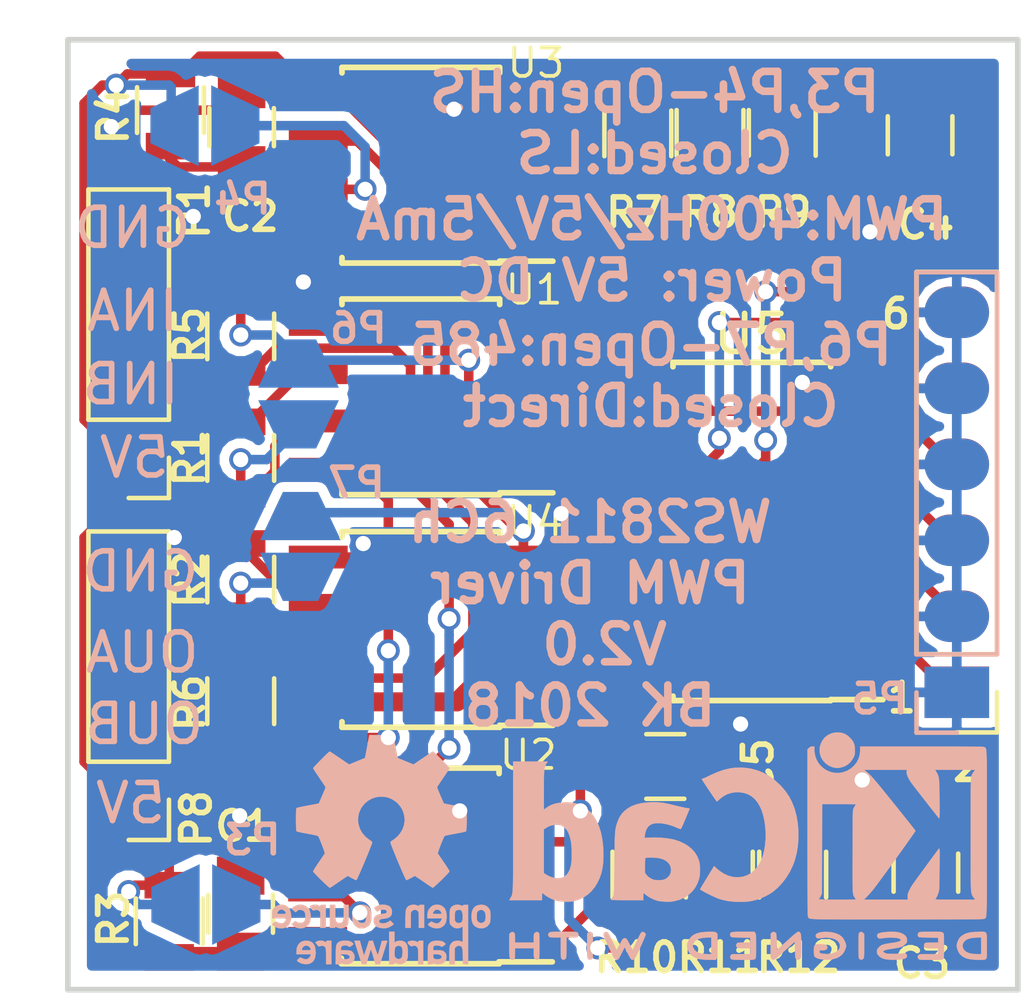
<source format=kicad_pcb>
(kicad_pcb (version 4) (host pcbnew 4.0.2-stable)

  (general
    (links 0)
    (no_connects 0)
    (area 99.924999 99.924999 125.075001 125.075001)
    (thickness 1.6)
    (drawings 18)
    (tracks 368)
    (zones 0)
    (modules 32)
    (nets 28)
  )

  (page A4)
  (layers
    (0 F.Cu signal)
    (31 B.Cu signal)
    (32 B.Adhes user)
    (33 F.Adhes user)
    (34 B.Paste user)
    (35 F.Paste user)
    (36 B.SilkS user)
    (37 F.SilkS user)
    (38 B.Mask user)
    (39 F.Mask user)
    (40 Dwgs.User user)
    (41 Cmts.User user)
    (42 Eco1.User user)
    (43 Eco2.User user)
    (44 Edge.Cuts user)
    (45 Margin user)
    (46 B.CrtYd user)
    (47 F.CrtYd user)
    (48 B.Fab user)
    (49 F.Fab user)
  )

  (setup
    (last_trace_width 0.25)
    (trace_clearance 0.2)
    (zone_clearance 0.508)
    (zone_45_only no)
    (trace_min 0.2)
    (segment_width 0.2)
    (edge_width 0.15)
    (via_size 0.6)
    (via_drill 0.4)
    (via_min_size 0.4)
    (via_min_drill 0.3)
    (uvia_size 0.3)
    (uvia_drill 0.1)
    (uvias_allowed no)
    (uvia_min_size 0.2)
    (uvia_min_drill 0.1)
    (pcb_text_width 0.3)
    (pcb_text_size 1.5 1.5)
    (mod_edge_width 0.15)
    (mod_text_size 0.75 0.75)
    (mod_text_width 0.1)
    (pad_size 1.524 1.524)
    (pad_drill 0.762)
    (pad_to_mask_clearance 0)
    (aux_axis_origin 0 0)
    (visible_elements 7FFEFFFF)
    (pcbplotparams
      (layerselection 0x00030_80000001)
      (usegerberextensions false)
      (excludeedgelayer true)
      (linewidth 0.100000)
      (plotframeref false)
      (viasonmask false)
      (mode 1)
      (useauxorigin false)
      (hpglpennumber 1)
      (hpglpenspeed 20)
      (hpglpendiameter 15)
      (hpglpenoverlay 2)
      (psnegative false)
      (psa4output false)
      (plotreference true)
      (plotvalue true)
      (plotinvisibletext false)
      (padsonsilk false)
      (subtractmaskfromsilk false)
      (outputformat 1)
      (mirror false)
      (drillshape 1)
      (scaleselection 1)
      (outputdirectory ""))
  )

  (net 0 "")
  (net 1 "Net-(C1-Pad1)")
  (net 2 GND)
  (net 3 "Net-(C2-Pad1)")
  (net 4 +5V)
  (net 5 /INB)
  (net 6 /INA)
  (net 7 /OUTB)
  (net 8 /OUTA)
  (net 9 /PWM1)
  (net 10 /PWM2)
  (net 11 /PWM3)
  (net 12 /PWM4)
  (net 13 /PWM5)
  (net 14 /PWM6)
  (net 15 "Net-(P3-Pad2)")
  (net 16 "Net-(P4-Pad2)")
  (net 17 /DI1)
  (net 18 /DI3)
  (net 19 "Net-(R5-Pad1)")
  (net 20 "Net-(R6-Pad1)")
  (net 21 /DI2)
  (net 22 /Out1)
  (net 23 /Out2)
  (net 24 /Out3)
  (net 25 /Out4)
  (net 26 /Out5)
  (net 27 /Out6)

  (net_class Default "This is the default net class."
    (clearance 0.2)
    (trace_width 0.25)
    (via_dia 0.6)
    (via_drill 0.4)
    (uvia_dia 0.3)
    (uvia_drill 0.1)
    (add_net +5V)
    (add_net /DI1)
    (add_net /DI2)
    (add_net /DI3)
    (add_net /INA)
    (add_net /INB)
    (add_net /OUTA)
    (add_net /OUTB)
    (add_net /Out1)
    (add_net /Out2)
    (add_net /Out3)
    (add_net /Out4)
    (add_net /Out5)
    (add_net /Out6)
    (add_net /PWM1)
    (add_net /PWM2)
    (add_net /PWM3)
    (add_net /PWM4)
    (add_net /PWM5)
    (add_net /PWM6)
    (add_net GND)
    (add_net "Net-(C1-Pad1)")
    (add_net "Net-(C2-Pad1)")
    (add_net "Net-(P3-Pad2)")
    (add_net "Net-(P4-Pad2)")
    (add_net "Net-(R5-Pad1)")
    (add_net "Net-(R6-Pad1)")
  )

  (module Capacitors_SMD:C_0805 (layer F.Cu) (tedit 5A03DA88) (tstamp 5A02CF5A)
    (at 104.5464 123 90)
    (descr "Capacitor SMD 0805, reflow soldering, AVX (see smccp.pdf)")
    (tags "capacitor 0805")
    (path /5A01517E)
    (attr smd)
    (fp_text reference C1 (at 2.302 0.0762 180) (layer F.SilkS)
      (effects (font (size 0.75 0.75) (thickness 0.15)))
    )
    (fp_text value 100n (at 0 1.75 90) (layer F.Fab)
      (effects (font (size 1 1) (thickness 0.15)))
    )
    (fp_text user %R (at 0 -1.5 90) (layer F.Fab)
      (effects (font (size 1 1) (thickness 0.15)))
    )
    (fp_line (start -1 0.62) (end -1 -0.62) (layer F.Fab) (width 0.1))
    (fp_line (start 1 0.62) (end -1 0.62) (layer F.Fab) (width 0.1))
    (fp_line (start 1 -0.62) (end 1 0.62) (layer F.Fab) (width 0.1))
    (fp_line (start -1 -0.62) (end 1 -0.62) (layer F.Fab) (width 0.1))
    (fp_line (start 0.5 -0.85) (end -0.5 -0.85) (layer F.SilkS) (width 0.12))
    (fp_line (start -0.5 0.85) (end 0.5 0.85) (layer F.SilkS) (width 0.12))
    (fp_line (start -1.75 -0.88) (end 1.75 -0.88) (layer F.CrtYd) (width 0.05))
    (fp_line (start -1.75 -0.88) (end -1.75 0.87) (layer F.CrtYd) (width 0.05))
    (fp_line (start 1.75 0.87) (end 1.75 -0.88) (layer F.CrtYd) (width 0.05))
    (fp_line (start 1.75 0.87) (end -1.75 0.87) (layer F.CrtYd) (width 0.05))
    (pad 1 smd rect (at -1 0 90) (size 1 1.25) (layers F.Cu F.Paste F.Mask)
      (net 1 "Net-(C1-Pad1)"))
    (pad 2 smd rect (at 1 0 90) (size 1 1.25) (layers F.Cu F.Paste F.Mask)
      (net 2 GND))
    (model Capacitors_SMD.3dshapes/C_0805.wrl
      (at (xyz 0 0 0))
      (scale (xyz 1 1 1))
      (rotate (xyz 0 0 0))
    )
  )

  (module Capacitors_SMD:C_0805 (layer F.Cu) (tedit 5A03DA61) (tstamp 5A02CF6B)
    (at 104.5718 102.3 90)
    (descr "Capacitor SMD 0805, reflow soldering, AVX (see smccp.pdf)")
    (tags "capacitor 0805")
    (path /5A015B25)
    (attr smd)
    (fp_text reference C2 (at -2.348 0.2286 180) (layer F.SilkS)
      (effects (font (size 0.75 0.75) (thickness 0.15)))
    )
    (fp_text value 100n (at 0 1.75 90) (layer F.Fab)
      (effects (font (size 1 1) (thickness 0.15)))
    )
    (fp_text user %R (at 0 -1.5 90) (layer F.Fab)
      (effects (font (size 1 1) (thickness 0.15)))
    )
    (fp_line (start -1 0.62) (end -1 -0.62) (layer F.Fab) (width 0.1))
    (fp_line (start 1 0.62) (end -1 0.62) (layer F.Fab) (width 0.1))
    (fp_line (start 1 -0.62) (end 1 0.62) (layer F.Fab) (width 0.1))
    (fp_line (start -1 -0.62) (end 1 -0.62) (layer F.Fab) (width 0.1))
    (fp_line (start 0.5 -0.85) (end -0.5 -0.85) (layer F.SilkS) (width 0.12))
    (fp_line (start -0.5 0.85) (end 0.5 0.85) (layer F.SilkS) (width 0.12))
    (fp_line (start -1.75 -0.88) (end 1.75 -0.88) (layer F.CrtYd) (width 0.05))
    (fp_line (start -1.75 -0.88) (end -1.75 0.87) (layer F.CrtYd) (width 0.05))
    (fp_line (start 1.75 0.87) (end 1.75 -0.88) (layer F.CrtYd) (width 0.05))
    (fp_line (start 1.75 0.87) (end -1.75 0.87) (layer F.CrtYd) (width 0.05))
    (pad 1 smd rect (at -1 0 90) (size 1 1.25) (layers F.Cu F.Paste F.Mask)
      (net 3 "Net-(C2-Pad1)"))
    (pad 2 smd rect (at 1 0 90) (size 1 1.25) (layers F.Cu F.Paste F.Mask)
      (net 2 GND))
    (model Capacitors_SMD.3dshapes/C_0805.wrl
      (at (xyz 0 0 0))
      (scale (xyz 1 1 1))
      (rotate (xyz 0 0 0))
    )
  )

  (module "PCB FootPrints:Pin_Header_Straight_1x06_Pitch2.00mm" (layer F.Cu) (tedit 5A03DF5B) (tstamp 5A02CF9F)
    (at 123.3932 117.1692 180)
    (descr "SMD straight pin header, 1x06, 2.00mm pitch, single row")
    (path /5A025733)
    (fp_text reference P2 (at 0.1016 -1.9568 180) (layer F.SilkS)
      (effects (font (size 0.75 0.75) (thickness 0.15)))
    )
    (fp_text value PWM (at 0 12.06 180) (layer F.Fab)
      (effects (font (size 1 1) (thickness 0.15)))
    )
    (fp_line (start -0.5 -1) (end 1 -1) (layer F.Fab) (width 0.1))
    (fp_line (start 1 -1) (end 1 11) (layer F.Fab) (width 0.1))
    (fp_line (start 1 11) (end -1 11) (layer F.Fab) (width 0.1))
    (fp_line (start -1 11) (end -1 -0.5) (layer F.Fab) (width 0.1))
    (fp_line (start -1 -0.5) (end -0.5 -1) (layer F.Fab) (width 0.1))
    (fp_line (start -1.06 11.06) (end 1.06 11.06) (layer F.SilkS) (width 0.12))
    (fp_line (start -1.06 1) (end -1.06 11.06) (layer F.SilkS) (width 0.12))
    (fp_line (start 1.06 1) (end 1.06 11.06) (layer F.SilkS) (width 0.12))
    (fp_line (start -1.06 1) (end 1.06 1) (layer F.SilkS) (width 0.12))
    (fp_line (start -1.06 0) (end -1.06 -1.06) (layer F.SilkS) (width 0.12))
    (fp_line (start -1.06 -1.06) (end 0 -1.06) (layer F.SilkS) (width 0.12))
    (fp_line (start -1.5 -1.5) (end -1.5 11.5) (layer F.CrtYd) (width 0.05))
    (fp_line (start -1.5 11.5) (end 1.5 11.5) (layer F.CrtYd) (width 0.05))
    (fp_line (start 1.5 11.5) (end 1.5 -1.5) (layer F.CrtYd) (width 0.05))
    (fp_line (start 1.5 -1.5) (end -1.5 -1.5) (layer F.CrtYd) (width 0.05))
    (fp_text user %R (at 0 5 270) (layer F.Fab)
      (effects (font (size 1 1) (thickness 0.15)))
    )
    (pad 1 smd rect (at 0 0 180) (size 1.7 1.35) (layers F.Cu F.Paste F.Mask)
      (net 9 /PWM1))
    (pad 2 smd oval (at 0 2 180) (size 1.7 1.35) (layers F.Cu F.Paste F.Mask)
      (net 10 /PWM2))
    (pad 3 smd oval (at 0 4 180) (size 1.7 1.35) (layers F.Cu F.Paste F.Mask)
      (net 11 /PWM3))
    (pad 4 smd oval (at 0 6 180) (size 1.7 1.35) (layers F.Cu F.Paste F.Mask)
      (net 12 /PWM4))
    (pad 5 smd oval (at 0 8 180) (size 1.7 1.35) (layers F.Cu F.Paste F.Mask)
      (net 13 /PWM5))
    (pad 6 smd oval (at 0 10 180) (size 1.7 1.35) (layers F.Cu F.Paste F.Mask)
      (net 14 /PWM6))
    (model ${KISYS3DMOD}/Pin_Headers.3dshapes/Pin_Header_Straight_1x06_Pitch2.00mm.wrl
      (at (xyz 0 0 0))
      (scale (xyz 1 1 1))
      (rotate (xyz 0 0 0))
    )
  )

  (module "PCB FootPrints:Pin_Header_Straight_1x06_Pitch2.00mm" (layer B.Cu) (tedit 5A03DF67) (tstamp 5A02CFC5)
    (at 123.3932 117.1758)
    (descr "SMD straight pin header, 1x06, 2.00mm pitch, single row")
    (path /5A028709)
    (fp_text reference P5 (at -2.032 0.1722) (layer B.SilkS)
      (effects (font (size 0.75 0.75) (thickness 0.15)) (justify mirror))
    )
    (fp_text value GND (at 0 -12.06) (layer B.Fab)
      (effects (font (size 1 1) (thickness 0.15)) (justify mirror))
    )
    (fp_line (start -0.5 1) (end 1 1) (layer B.Fab) (width 0.1))
    (fp_line (start 1 1) (end 1 -11) (layer B.Fab) (width 0.1))
    (fp_line (start 1 -11) (end -1 -11) (layer B.Fab) (width 0.1))
    (fp_line (start -1 -11) (end -1 0.5) (layer B.Fab) (width 0.1))
    (fp_line (start -1 0.5) (end -0.5 1) (layer B.Fab) (width 0.1))
    (fp_line (start -1.06 -11.06) (end 1.06 -11.06) (layer B.SilkS) (width 0.12))
    (fp_line (start -1.06 -1) (end -1.06 -11.06) (layer B.SilkS) (width 0.12))
    (fp_line (start 1.06 -1) (end 1.06 -11.06) (layer B.SilkS) (width 0.12))
    (fp_line (start -1.06 -1) (end 1.06 -1) (layer B.SilkS) (width 0.12))
    (fp_line (start -1.06 0) (end -1.06 1.06) (layer B.SilkS) (width 0.12))
    (fp_line (start -1.06 1.06) (end 0 1.06) (layer B.SilkS) (width 0.12))
    (fp_line (start -1.5 1.5) (end -1.5 -11.5) (layer B.CrtYd) (width 0.05))
    (fp_line (start -1.5 -11.5) (end 1.5 -11.5) (layer B.CrtYd) (width 0.05))
    (fp_line (start 1.5 -11.5) (end 1.5 1.5) (layer B.CrtYd) (width 0.05))
    (fp_line (start 1.5 1.5) (end -1.5 1.5) (layer B.CrtYd) (width 0.05))
    (fp_text user %R (at 0 -5 270) (layer B.Fab)
      (effects (font (size 1 1) (thickness 0.15)) (justify mirror))
    )
    (pad 1 smd rect (at 0 0) (size 1.7 1.35) (layers B.Cu B.Paste B.Mask)
      (net 2 GND))
    (pad 2 smd oval (at 0 -2) (size 1.7 1.35) (layers B.Cu B.Paste B.Mask)
      (net 2 GND))
    (pad 3 smd oval (at 0 -4) (size 1.7 1.35) (layers B.Cu B.Paste B.Mask)
      (net 2 GND))
    (pad 4 smd oval (at 0 -6) (size 1.7 1.35) (layers B.Cu B.Paste B.Mask)
      (net 2 GND))
    (pad 5 smd oval (at 0 -8) (size 1.7 1.35) (layers B.Cu B.Paste B.Mask)
      (net 2 GND))
    (pad 6 smd oval (at 0 -10) (size 1.7 1.35) (layers B.Cu B.Paste B.Mask)
      (net 2 GND))
    (model ${KISYS3DMOD}/Pin_Headers.3dshapes/Pin_Header_Straight_1x06_Pitch2.00mm.wrl
      (at (xyz 0 0 0))
      (scale (xyz 1 1 1))
      (rotate (xyz 0 0 0))
    )
  )

  (module Resistors_SMD:R_0805 (layer F.Cu) (tedit 5A03DA40) (tstamp 5A02D060)
    (at 104.5484 111.0064 90)
    (descr "Resistor SMD 0805, reflow soldering, Vishay (see dcrcw.pdf)")
    (tags "resistor 0805")
    (path /5A02195C)
    (attr smd)
    (fp_text reference R1 (at 0 -1.3482 90) (layer F.SilkS)
      (effects (font (size 0.75 0.75) (thickness 0.15)))
    )
    (fp_text value 120 (at 0 1.75 90) (layer F.Fab)
      (effects (font (size 1 1) (thickness 0.15)))
    )
    (fp_text user %R (at 0 0 90) (layer F.Fab)
      (effects (font (size 0.5 0.5) (thickness 0.075)))
    )
    (fp_line (start -1 0.62) (end -1 -0.62) (layer F.Fab) (width 0.1))
    (fp_line (start 1 0.62) (end -1 0.62) (layer F.Fab) (width 0.1))
    (fp_line (start 1 -0.62) (end 1 0.62) (layer F.Fab) (width 0.1))
    (fp_line (start -1 -0.62) (end 1 -0.62) (layer F.Fab) (width 0.1))
    (fp_line (start 0.6 0.88) (end -0.6 0.88) (layer F.SilkS) (width 0.12))
    (fp_line (start -0.6 -0.88) (end 0.6 -0.88) (layer F.SilkS) (width 0.12))
    (fp_line (start -1.55 -0.9) (end 1.55 -0.9) (layer F.CrtYd) (width 0.05))
    (fp_line (start -1.55 -0.9) (end -1.55 0.9) (layer F.CrtYd) (width 0.05))
    (fp_line (start 1.55 0.9) (end 1.55 -0.9) (layer F.CrtYd) (width 0.05))
    (fp_line (start 1.55 0.9) (end -1.55 0.9) (layer F.CrtYd) (width 0.05))
    (pad 1 smd rect (at -0.95 0 90) (size 0.7 1.3) (layers F.Cu F.Paste F.Mask)
      (net 5 /INB))
    (pad 2 smd rect (at 0.95 0 90) (size 0.7 1.3) (layers F.Cu F.Paste F.Mask)
      (net 6 /INA))
    (model ${KISYS3DMOD}/Resistors_SMD.3dshapes/R_0805.wrl
      (at (xyz 0 0 0))
      (scale (xyz 1 1 1))
      (rotate (xyz 0 0 0))
    )
  )

  (module Resistors_SMD:R_0805 (layer F.Cu) (tedit 5A03DA47) (tstamp 5A02D071)
    (at 104.5484 114.2068 90)
    (descr "Resistor SMD 0805, reflow soldering, Vishay (see dcrcw.pdf)")
    (tags "resistor 0805")
    (path /5A022502)
    (attr smd)
    (fp_text reference R2 (at 0 -1.3482 90) (layer F.SilkS)
      (effects (font (size 0.75 0.75) (thickness 0.15)))
    )
    (fp_text value 120 (at 0 1.75 90) (layer F.Fab)
      (effects (font (size 1 1) (thickness 0.15)))
    )
    (fp_text user %R (at 0 0 90) (layer F.Fab)
      (effects (font (size 0.5 0.5) (thickness 0.075)))
    )
    (fp_line (start -1 0.62) (end -1 -0.62) (layer F.Fab) (width 0.1))
    (fp_line (start 1 0.62) (end -1 0.62) (layer F.Fab) (width 0.1))
    (fp_line (start 1 -0.62) (end 1 0.62) (layer F.Fab) (width 0.1))
    (fp_line (start -1 -0.62) (end 1 -0.62) (layer F.Fab) (width 0.1))
    (fp_line (start 0.6 0.88) (end -0.6 0.88) (layer F.SilkS) (width 0.12))
    (fp_line (start -0.6 -0.88) (end 0.6 -0.88) (layer F.SilkS) (width 0.12))
    (fp_line (start -1.55 -0.9) (end 1.55 -0.9) (layer F.CrtYd) (width 0.05))
    (fp_line (start -1.55 -0.9) (end -1.55 0.9) (layer F.CrtYd) (width 0.05))
    (fp_line (start 1.55 0.9) (end 1.55 -0.9) (layer F.CrtYd) (width 0.05))
    (fp_line (start 1.55 0.9) (end -1.55 0.9) (layer F.CrtYd) (width 0.05))
    (pad 1 smd rect (at -0.95 0 90) (size 0.7 1.3) (layers F.Cu F.Paste F.Mask)
      (net 7 /OUTB))
    (pad 2 smd rect (at 0.95 0 90) (size 0.7 1.3) (layers F.Cu F.Paste F.Mask)
      (net 8 /OUTA))
    (model ${KISYS3DMOD}/Resistors_SMD.3dshapes/R_0805.wrl
      (at (xyz 0 0 0))
      (scale (xyz 1 1 1))
      (rotate (xyz 0 0 0))
    )
  )

  (module Resistors_SMD:R_0805 (layer F.Cu) (tedit 5A03DA7E) (tstamp 5A02D082)
    (at 102.6668 123.2 270)
    (descr "Resistor SMD 0805, reflow soldering, Vishay (see dcrcw.pdf)")
    (tags "resistor 0805")
    (path /5A014F4A)
    (attr smd)
    (fp_text reference R3 (at -0.0608 1.4732 450) (layer F.SilkS)
      (effects (font (size 0.75 0.75) (thickness 0.15)))
    )
    (fp_text value 100 (at 0 1.75 270) (layer F.Fab)
      (effects (font (size 1 1) (thickness 0.15)))
    )
    (fp_text user %R (at 0 0 270) (layer F.Fab)
      (effects (font (size 0.5 0.5) (thickness 0.075)))
    )
    (fp_line (start -1 0.62) (end -1 -0.62) (layer F.Fab) (width 0.1))
    (fp_line (start 1 0.62) (end -1 0.62) (layer F.Fab) (width 0.1))
    (fp_line (start 1 -0.62) (end 1 0.62) (layer F.Fab) (width 0.1))
    (fp_line (start -1 -0.62) (end 1 -0.62) (layer F.Fab) (width 0.1))
    (fp_line (start 0.6 0.88) (end -0.6 0.88) (layer F.SilkS) (width 0.12))
    (fp_line (start -0.6 -0.88) (end 0.6 -0.88) (layer F.SilkS) (width 0.12))
    (fp_line (start -1.55 -0.9) (end 1.55 -0.9) (layer F.CrtYd) (width 0.05))
    (fp_line (start -1.55 -0.9) (end -1.55 0.9) (layer F.CrtYd) (width 0.05))
    (fp_line (start 1.55 0.9) (end 1.55 -0.9) (layer F.CrtYd) (width 0.05))
    (fp_line (start 1.55 0.9) (end -1.55 0.9) (layer F.CrtYd) (width 0.05))
    (pad 1 smd rect (at -0.95 0 270) (size 0.7 1.3) (layers F.Cu F.Paste F.Mask)
      (net 4 +5V))
    (pad 2 smd rect (at 0.95 0 270) (size 0.7 1.3) (layers F.Cu F.Paste F.Mask)
      (net 1 "Net-(C1-Pad1)"))
    (model ${KISYS3DMOD}/Resistors_SMD.3dshapes/R_0805.wrl
      (at (xyz 0 0 0))
      (scale (xyz 1 1 1))
      (rotate (xyz 0 0 0))
    )
  )

  (module Resistors_SMD:R_0805 (layer F.Cu) (tedit 5A03DA54) (tstamp 5A02D093)
    (at 102.7 101.85 270)
    (descr "Resistor SMD 0805, reflow soldering, Vishay (see dcrcw.pdf)")
    (tags "resistor 0805")
    (path /5A015B19)
    (attr smd)
    (fp_text reference R4 (at 0.1564 1.5064 450) (layer F.SilkS)
      (effects (font (size 0.75 0.75) (thickness 0.15)))
    )
    (fp_text value 100 (at 0 1.75 270) (layer F.Fab)
      (effects (font (size 1 1) (thickness 0.15)))
    )
    (fp_text user %R (at 0 0 270) (layer F.Fab)
      (effects (font (size 0.5 0.5) (thickness 0.075)))
    )
    (fp_line (start -1 0.62) (end -1 -0.62) (layer F.Fab) (width 0.1))
    (fp_line (start 1 0.62) (end -1 0.62) (layer F.Fab) (width 0.1))
    (fp_line (start 1 -0.62) (end 1 0.62) (layer F.Fab) (width 0.1))
    (fp_line (start -1 -0.62) (end 1 -0.62) (layer F.Fab) (width 0.1))
    (fp_line (start 0.6 0.88) (end -0.6 0.88) (layer F.SilkS) (width 0.12))
    (fp_line (start -0.6 -0.88) (end 0.6 -0.88) (layer F.SilkS) (width 0.12))
    (fp_line (start -1.55 -0.9) (end 1.55 -0.9) (layer F.CrtYd) (width 0.05))
    (fp_line (start -1.55 -0.9) (end -1.55 0.9) (layer F.CrtYd) (width 0.05))
    (fp_line (start 1.55 0.9) (end 1.55 -0.9) (layer F.CrtYd) (width 0.05))
    (fp_line (start 1.55 0.9) (end -1.55 0.9) (layer F.CrtYd) (width 0.05))
    (pad 1 smd rect (at -0.95 0 270) (size 0.7 1.3) (layers F.Cu F.Paste F.Mask)
      (net 4 +5V))
    (pad 2 smd rect (at 0.95 0 270) (size 0.7 1.3) (layers F.Cu F.Paste F.Mask)
      (net 3 "Net-(C2-Pad1)"))
    (model ${KISYS3DMOD}/Resistors_SMD.3dshapes/R_0805.wrl
      (at (xyz 0 0 0))
      (scale (xyz 1 1 1))
      (rotate (xyz 0 0 0))
    )
  )

  (module Resistors_SMD:R_0805 (layer F.Cu) (tedit 5A03DA37) (tstamp 5A02D0A4)
    (at 104.5484 107.806 90)
    (descr "Resistor SMD 0805, reflow soldering, Vishay (see dcrcw.pdf)")
    (tags "resistor 0805")
    (path /5A01574F)
    (attr smd)
    (fp_text reference R5 (at 0.0338 -1.3482 90) (layer F.SilkS)
      (effects (font (size 0.75 0.75) (thickness 0.15)))
    )
    (fp_text value 33 (at 0 1.75 90) (layer F.Fab)
      (effects (font (size 1 1) (thickness 0.15)))
    )
    (fp_text user %R (at 0 0 90) (layer F.Fab)
      (effects (font (size 0.5 0.5) (thickness 0.075)))
    )
    (fp_line (start -1 0.62) (end -1 -0.62) (layer F.Fab) (width 0.1))
    (fp_line (start 1 0.62) (end -1 0.62) (layer F.Fab) (width 0.1))
    (fp_line (start 1 -0.62) (end 1 0.62) (layer F.Fab) (width 0.1))
    (fp_line (start -1 -0.62) (end 1 -0.62) (layer F.Fab) (width 0.1))
    (fp_line (start 0.6 0.88) (end -0.6 0.88) (layer F.SilkS) (width 0.12))
    (fp_line (start -0.6 -0.88) (end 0.6 -0.88) (layer F.SilkS) (width 0.12))
    (fp_line (start -1.55 -0.9) (end 1.55 -0.9) (layer F.CrtYd) (width 0.05))
    (fp_line (start -1.55 -0.9) (end -1.55 0.9) (layer F.CrtYd) (width 0.05))
    (fp_line (start 1.55 0.9) (end 1.55 -0.9) (layer F.CrtYd) (width 0.05))
    (fp_line (start 1.55 0.9) (end -1.55 0.9) (layer F.CrtYd) (width 0.05))
    (pad 1 smd rect (at -0.95 0 90) (size 0.7 1.3) (layers F.Cu F.Paste F.Mask)
      (net 19 "Net-(R5-Pad1)"))
    (pad 2 smd rect (at 0.95 0 90) (size 0.7 1.3) (layers F.Cu F.Paste F.Mask)
      (net 17 /DI1))
    (model ${KISYS3DMOD}/Resistors_SMD.3dshapes/R_0805.wrl
      (at (xyz 0 0 0))
      (scale (xyz 1 1 1))
      (rotate (xyz 0 0 0))
    )
  )

  (module Resistors_SMD:R_0805 (layer F.Cu) (tedit 5A03DA4A) (tstamp 5A02D0B5)
    (at 104.5484 117.4072 270)
    (descr "Resistor SMD 0805, reflow soldering, Vishay (see dcrcw.pdf)")
    (tags "resistor 0805")
    (path /5A015B3D)
    (attr smd)
    (fp_text reference R6 (at 0.0424 1.3482 270) (layer F.SilkS)
      (effects (font (size 0.75 0.75) (thickness 0.15)))
    )
    (fp_text value 33 (at 0 1.75 270) (layer F.Fab)
      (effects (font (size 1 1) (thickness 0.15)))
    )
    (fp_text user %R (at 0 0 270) (layer F.Fab)
      (effects (font (size 0.5 0.5) (thickness 0.075)))
    )
    (fp_line (start -1 0.62) (end -1 -0.62) (layer F.Fab) (width 0.1))
    (fp_line (start 1 0.62) (end -1 0.62) (layer F.Fab) (width 0.1))
    (fp_line (start 1 -0.62) (end 1 0.62) (layer F.Fab) (width 0.1))
    (fp_line (start -1 -0.62) (end 1 -0.62) (layer F.Fab) (width 0.1))
    (fp_line (start 0.6 0.88) (end -0.6 0.88) (layer F.SilkS) (width 0.12))
    (fp_line (start -0.6 -0.88) (end 0.6 -0.88) (layer F.SilkS) (width 0.12))
    (fp_line (start -1.55 -0.9) (end 1.55 -0.9) (layer F.CrtYd) (width 0.05))
    (fp_line (start -1.55 -0.9) (end -1.55 0.9) (layer F.CrtYd) (width 0.05))
    (fp_line (start 1.55 0.9) (end 1.55 -0.9) (layer F.CrtYd) (width 0.05))
    (fp_line (start 1.55 0.9) (end -1.55 0.9) (layer F.CrtYd) (width 0.05))
    (pad 1 smd rect (at -0.95 0 270) (size 0.7 1.3) (layers F.Cu F.Paste F.Mask)
      (net 20 "Net-(R6-Pad1)"))
    (pad 2 smd rect (at 0.95 0 270) (size 0.7 1.3) (layers F.Cu F.Paste F.Mask)
      (net 21 /DI2))
    (model ${KISYS3DMOD}/Resistors_SMD.3dshapes/R_0805.wrl
      (at (xyz 0 0 0))
      (scale (xyz 1 1 1))
      (rotate (xyz 0 0 0))
    )
  )

  (module Housings_SOIC:SOIC-8_3.9x4.9mm_Pitch1.27mm (layer F.Cu) (tedit 5A02D004) (tstamp 5A02D204)
    (at 109.2886 109.3978 180)
    (descr "8-Lead Plastic Small Outline (SN) - Narrow, 3.90 mm Body [SOIC] (see Microchip Packaging Specification 00000049BS.pdf)")
    (tags "SOIC 1.27")
    (path /5A018CB4)
    (attr smd)
    (fp_text reference U1 (at -2.9794 2.8194 180) (layer F.SilkS)
      (effects (font (size 0.75 0.75) (thickness 0.1)))
    )
    (fp_text value SP485 (at 0 3.5 180) (layer F.Fab)
      (effects (font (size 1 1) (thickness 0.15)))
    )
    (fp_text user %R (at 0 0 180) (layer F.Fab)
      (effects (font (size 1 1) (thickness 0.15)))
    )
    (fp_line (start -0.95 -2.45) (end 1.95 -2.45) (layer F.Fab) (width 0.1))
    (fp_line (start 1.95 -2.45) (end 1.95 2.45) (layer F.Fab) (width 0.1))
    (fp_line (start 1.95 2.45) (end -1.95 2.45) (layer F.Fab) (width 0.1))
    (fp_line (start -1.95 2.45) (end -1.95 -1.45) (layer F.Fab) (width 0.1))
    (fp_line (start -1.95 -1.45) (end -0.95 -2.45) (layer F.Fab) (width 0.1))
    (fp_line (start -3.73 -2.7) (end -3.73 2.7) (layer F.CrtYd) (width 0.05))
    (fp_line (start 3.73 -2.7) (end 3.73 2.7) (layer F.CrtYd) (width 0.05))
    (fp_line (start -3.73 -2.7) (end 3.73 -2.7) (layer F.CrtYd) (width 0.05))
    (fp_line (start -3.73 2.7) (end 3.73 2.7) (layer F.CrtYd) (width 0.05))
    (fp_line (start -2.075 -2.575) (end -2.075 -2.525) (layer F.SilkS) (width 0.15))
    (fp_line (start 2.075 -2.575) (end 2.075 -2.43) (layer F.SilkS) (width 0.15))
    (fp_line (start 2.075 2.575) (end 2.075 2.43) (layer F.SilkS) (width 0.15))
    (fp_line (start -2.075 2.575) (end -2.075 2.43) (layer F.SilkS) (width 0.15))
    (fp_line (start -2.075 -2.575) (end 2.075 -2.575) (layer F.SilkS) (width 0.15))
    (fp_line (start -2.075 2.575) (end 2.075 2.575) (layer F.SilkS) (width 0.15))
    (fp_line (start -2.075 -2.525) (end -3.475 -2.525) (layer F.SilkS) (width 0.15))
    (pad 1 smd rect (at -2.7 -1.905 180) (size 1.55 0.6) (layers F.Cu F.Paste F.Mask)
      (net 17 /DI1))
    (pad 2 smd rect (at -2.7 -0.635 180) (size 1.55 0.6) (layers F.Cu F.Paste F.Mask)
      (net 2 GND))
    (pad 3 smd rect (at -2.7 0.635 180) (size 1.55 0.6) (layers F.Cu F.Paste F.Mask)
      (net 2 GND))
    (pad 4 smd rect (at -2.7 1.905 180) (size 1.55 0.6) (layers F.Cu F.Paste F.Mask))
    (pad 5 smd rect (at 2.7 1.905 180) (size 1.55 0.6) (layers F.Cu F.Paste F.Mask)
      (net 2 GND))
    (pad 6 smd rect (at 2.7 0.635 180) (size 1.55 0.6) (layers F.Cu F.Paste F.Mask)
      (net 6 /INA))
    (pad 7 smd rect (at 2.7 -0.635 180) (size 1.55 0.6) (layers F.Cu F.Paste F.Mask)
      (net 5 /INB))
    (pad 8 smd rect (at 2.7 -1.905 180) (size 1.55 0.6) (layers F.Cu F.Paste F.Mask)
      (net 4 +5V))
    (model ${KISYS3DMOD}/Housings_SOIC.3dshapes/SOIC-8_3.9x4.9mm_Pitch1.27mm.wrl
      (at (xyz 0 0 0))
      (scale (xyz 1 1 1))
      (rotate (xyz 0 0 0))
    )
  )

  (module Housings_SOIC:SOIC-8_3.9x4.9mm_Pitch1.27mm (layer F.Cu) (tedit 5A02CFDE) (tstamp 5A02D221)
    (at 109.2728 121.7422 180)
    (descr "8-Lead Plastic Small Outline (SN) - Narrow, 3.90 mm Body [SOIC] (see Microchip Packaging Specification 00000049BS.pdf)")
    (tags "SOIC 1.27")
    (path /5A014C61)
    (attr smd)
    (fp_text reference U2 (at -2.8428 2.921 180) (layer F.SilkS)
      (effects (font (size 0.75 0.75) (thickness 0.1)))
    )
    (fp_text value WS2811 (at 0 3.5 180) (layer F.Fab)
      (effects (font (size 1 1) (thickness 0.15)))
    )
    (fp_text user %R (at 0.0178 -0.9398 180) (layer F.Fab)
      (effects (font (size 1 1) (thickness 0.15)))
    )
    (fp_line (start -0.95 -2.45) (end 1.95 -2.45) (layer F.Fab) (width 0.1))
    (fp_line (start 1.95 -2.45) (end 1.95 2.45) (layer F.Fab) (width 0.1))
    (fp_line (start 1.95 2.45) (end -1.95 2.45) (layer F.Fab) (width 0.1))
    (fp_line (start -1.95 2.45) (end -1.95 -1.45) (layer F.Fab) (width 0.1))
    (fp_line (start -1.95 -1.45) (end -0.95 -2.45) (layer F.Fab) (width 0.1))
    (fp_line (start -3.73 -2.7) (end -3.73 2.7) (layer F.CrtYd) (width 0.05))
    (fp_line (start 3.73 -2.7) (end 3.73 2.7) (layer F.CrtYd) (width 0.05))
    (fp_line (start -3.73 -2.7) (end 3.73 -2.7) (layer F.CrtYd) (width 0.05))
    (fp_line (start -3.73 2.7) (end 3.73 2.7) (layer F.CrtYd) (width 0.05))
    (fp_line (start -2.075 -2.575) (end -2.075 -2.525) (layer F.SilkS) (width 0.15))
    (fp_line (start 2.075 -2.575) (end 2.075 -2.43) (layer F.SilkS) (width 0.15))
    (fp_line (start 2.075 2.575) (end 2.075 2.43) (layer F.SilkS) (width 0.15))
    (fp_line (start -2.075 2.575) (end -2.075 2.43) (layer F.SilkS) (width 0.15))
    (fp_line (start -2.075 -2.575) (end 2.075 -2.575) (layer F.SilkS) (width 0.15))
    (fp_line (start -2.075 2.575) (end 2.075 2.575) (layer F.SilkS) (width 0.15))
    (fp_line (start -2.075 -2.525) (end -3.475 -2.525) (layer F.SilkS) (width 0.15))
    (pad 1 smd rect (at -2.7 -1.905 180) (size 1.55 0.6) (layers F.Cu F.Paste F.Mask)
      (net 22 /Out1))
    (pad 2 smd rect (at -2.7 -0.635 180) (size 1.55 0.6) (layers F.Cu F.Paste F.Mask)
      (net 23 /Out2))
    (pad 3 smd rect (at -2.7 0.635 180) (size 1.55 0.6) (layers F.Cu F.Paste F.Mask)
      (net 24 /Out3))
    (pad 4 smd rect (at -2.7 1.905 180) (size 1.55 0.6) (layers F.Cu F.Paste F.Mask)
      (net 2 GND))
    (pad 5 smd rect (at 2.7 1.905 180) (size 1.55 0.6) (layers F.Cu F.Paste F.Mask)
      (net 21 /DI2))
    (pad 6 smd rect (at 2.7 0.635 180) (size 1.55 0.6) (layers F.Cu F.Paste F.Mask)
      (net 19 "Net-(R5-Pad1)"))
    (pad 7 smd rect (at 2.7 -0.635 180) (size 1.55 0.6) (layers F.Cu F.Paste F.Mask)
      (net 15 "Net-(P3-Pad2)"))
    (pad 8 smd rect (at 2.7 -1.905 180) (size 1.55 0.6) (layers F.Cu F.Paste F.Mask)
      (net 1 "Net-(C1-Pad1)"))
    (model ${KISYS3DMOD}/Housings_SOIC.3dshapes/SOIC-8_3.9x4.9mm_Pitch1.27mm.wrl
      (at (xyz 0 0 0))
      (scale (xyz 1 1 1))
      (rotate (xyz 0 0 0))
    )
  )

  (module Housings_SOIC:SOIC-8_3.9x4.9mm_Pitch1.27mm (layer F.Cu) (tedit 5A02D01C) (tstamp 5A02D23E)
    (at 109.2886 103.3018 180)
    (descr "8-Lead Plastic Small Outline (SN) - Narrow, 3.90 mm Body [SOIC] (see Microchip Packaging Specification 00000049BS.pdf)")
    (tags "SOIC 1.27")
    (path /5A015B13)
    (attr smd)
    (fp_text reference U3 (at -3.0302 2.6924 180) (layer F.SilkS)
      (effects (font (size 0.75 0.75) (thickness 0.1)))
    )
    (fp_text value WS2811 (at 0 3.5 180) (layer F.Fab)
      (effects (font (size 1 1) (thickness 0.15)))
    )
    (fp_text user %R (at 0 0 180) (layer F.Fab)
      (effects (font (size 1 1) (thickness 0.15)))
    )
    (fp_line (start -0.95 -2.45) (end 1.95 -2.45) (layer F.Fab) (width 0.1))
    (fp_line (start 1.95 -2.45) (end 1.95 2.45) (layer F.Fab) (width 0.1))
    (fp_line (start 1.95 2.45) (end -1.95 2.45) (layer F.Fab) (width 0.1))
    (fp_line (start -1.95 2.45) (end -1.95 -1.45) (layer F.Fab) (width 0.1))
    (fp_line (start -1.95 -1.45) (end -0.95 -2.45) (layer F.Fab) (width 0.1))
    (fp_line (start -3.73 -2.7) (end -3.73 2.7) (layer F.CrtYd) (width 0.05))
    (fp_line (start 3.73 -2.7) (end 3.73 2.7) (layer F.CrtYd) (width 0.05))
    (fp_line (start -3.73 -2.7) (end 3.73 -2.7) (layer F.CrtYd) (width 0.05))
    (fp_line (start -3.73 2.7) (end 3.73 2.7) (layer F.CrtYd) (width 0.05))
    (fp_line (start -2.075 -2.575) (end -2.075 -2.525) (layer F.SilkS) (width 0.15))
    (fp_line (start 2.075 -2.575) (end 2.075 -2.43) (layer F.SilkS) (width 0.15))
    (fp_line (start 2.075 2.575) (end 2.075 2.43) (layer F.SilkS) (width 0.15))
    (fp_line (start -2.075 2.575) (end -2.075 2.43) (layer F.SilkS) (width 0.15))
    (fp_line (start -2.075 -2.575) (end 2.075 -2.575) (layer F.SilkS) (width 0.15))
    (fp_line (start -2.075 2.575) (end 2.075 2.575) (layer F.SilkS) (width 0.15))
    (fp_line (start -2.075 -2.525) (end -3.475 -2.525) (layer F.SilkS) (width 0.15))
    (pad 1 smd rect (at -2.7 -1.905 180) (size 1.55 0.6) (layers F.Cu F.Paste F.Mask)
      (net 25 /Out4))
    (pad 2 smd rect (at -2.7 -0.635 180) (size 1.55 0.6) (layers F.Cu F.Paste F.Mask)
      (net 26 /Out5))
    (pad 3 smd rect (at -2.7 0.635 180) (size 1.55 0.6) (layers F.Cu F.Paste F.Mask)
      (net 27 /Out6))
    (pad 4 smd rect (at -2.7 1.905 180) (size 1.55 0.6) (layers F.Cu F.Paste F.Mask)
      (net 2 GND))
    (pad 5 smd rect (at 2.7 1.905 180) (size 1.55 0.6) (layers F.Cu F.Paste F.Mask)
      (net 18 /DI3))
    (pad 6 smd rect (at 2.7 0.635 180) (size 1.55 0.6) (layers F.Cu F.Paste F.Mask)
      (net 20 "Net-(R6-Pad1)"))
    (pad 7 smd rect (at 2.7 -0.635 180) (size 1.55 0.6) (layers F.Cu F.Paste F.Mask)
      (net 16 "Net-(P4-Pad2)"))
    (pad 8 smd rect (at 2.7 -1.905 180) (size 1.55 0.6) (layers F.Cu F.Paste F.Mask)
      (net 3 "Net-(C2-Pad1)"))
    (model ${KISYS3DMOD}/Housings_SOIC.3dshapes/SOIC-8_3.9x4.9mm_Pitch1.27mm.wrl
      (at (xyz 0 0 0))
      (scale (xyz 1 1 1))
      (rotate (xyz 0 0 0))
    )
  )

  (module Housings_SOIC:SOIC-8_3.9x4.9mm_Pitch1.27mm (layer F.Cu) (tedit 5A02CFEE) (tstamp 5A02D25B)
    (at 109.2886 115.5192 180)
    (descr "8-Lead Plastic Small Outline (SN) - Narrow, 3.90 mm Body [SOIC] (see Microchip Packaging Specification 00000049BS.pdf)")
    (tags "SOIC 1.27")
    (path /5A018DC8)
    (attr smd)
    (fp_text reference U4 (at -3.0048 2.8448 180) (layer F.SilkS)
      (effects (font (size 0.75 0.75) (thickness 0.1)))
    )
    (fp_text value SP485 (at 0 3.5 180) (layer F.Fab)
      (effects (font (size 1 1) (thickness 0.15)))
    )
    (fp_text user %R (at 0 0 180) (layer F.Fab)
      (effects (font (size 1 1) (thickness 0.15)))
    )
    (fp_line (start -0.95 -2.45) (end 1.95 -2.45) (layer F.Fab) (width 0.1))
    (fp_line (start 1.95 -2.45) (end 1.95 2.45) (layer F.Fab) (width 0.1))
    (fp_line (start 1.95 2.45) (end -1.95 2.45) (layer F.Fab) (width 0.1))
    (fp_line (start -1.95 2.45) (end -1.95 -1.45) (layer F.Fab) (width 0.1))
    (fp_line (start -1.95 -1.45) (end -0.95 -2.45) (layer F.Fab) (width 0.1))
    (fp_line (start -3.73 -2.7) (end -3.73 2.7) (layer F.CrtYd) (width 0.05))
    (fp_line (start 3.73 -2.7) (end 3.73 2.7) (layer F.CrtYd) (width 0.05))
    (fp_line (start -3.73 -2.7) (end 3.73 -2.7) (layer F.CrtYd) (width 0.05))
    (fp_line (start -3.73 2.7) (end 3.73 2.7) (layer F.CrtYd) (width 0.05))
    (fp_line (start -2.075 -2.575) (end -2.075 -2.525) (layer F.SilkS) (width 0.15))
    (fp_line (start 2.075 -2.575) (end 2.075 -2.43) (layer F.SilkS) (width 0.15))
    (fp_line (start 2.075 2.575) (end 2.075 2.43) (layer F.SilkS) (width 0.15))
    (fp_line (start -2.075 2.575) (end -2.075 2.43) (layer F.SilkS) (width 0.15))
    (fp_line (start -2.075 -2.575) (end 2.075 -2.575) (layer F.SilkS) (width 0.15))
    (fp_line (start -2.075 2.575) (end 2.075 2.575) (layer F.SilkS) (width 0.15))
    (fp_line (start -2.075 -2.525) (end -3.475 -2.525) (layer F.SilkS) (width 0.15))
    (pad 1 smd rect (at -2.7 -1.905 180) (size 1.55 0.6) (layers F.Cu F.Paste F.Mask))
    (pad 2 smd rect (at -2.7 -0.635 180) (size 1.55 0.6) (layers F.Cu F.Paste F.Mask)
      (net 4 +5V))
    (pad 3 smd rect (at -2.7 0.635 180) (size 1.55 0.6) (layers F.Cu F.Paste F.Mask)
      (net 4 +5V))
    (pad 4 smd rect (at -2.7 1.905 180) (size 1.55 0.6) (layers F.Cu F.Paste F.Mask)
      (net 18 /DI3))
    (pad 5 smd rect (at 2.7 1.905 180) (size 1.55 0.6) (layers F.Cu F.Paste F.Mask)
      (net 2 GND))
    (pad 6 smd rect (at 2.7 0.635 180) (size 1.55 0.6) (layers F.Cu F.Paste F.Mask)
      (net 8 /OUTA))
    (pad 7 smd rect (at 2.7 -0.635 180) (size 1.55 0.6) (layers F.Cu F.Paste F.Mask)
      (net 7 /OUTB))
    (pad 8 smd rect (at 2.7 -1.905 180) (size 1.55 0.6) (layers F.Cu F.Paste F.Mask)
      (net 4 +5V))
    (model ${KISYS3DMOD}/Housings_SOIC.3dshapes/SOIC-8_3.9x4.9mm_Pitch1.27mm.wrl
      (at (xyz 0 0 0))
      (scale (xyz 1 1 1))
      (rotate (xyz 0 0 0))
    )
  )

  (module Capacitors_SMD:C_0805 (layer F.Cu) (tedit 5A532949) (tstamp 5A03D8F7)
    (at 122.5804 121.92 90)
    (descr "Capacitor SMD 0805, reflow soldering, AVX (see smccp.pdf)")
    (tags "capacitor 0805")
    (path /5A03F9C5)
    (attr smd)
    (fp_text reference C3 (at -2.3876 -0.1016 180) (layer F.SilkS)
      (effects (font (size 0.75 0.75) (thickness 0.15)))
    )
    (fp_text value 10u/10V (at 0 1.75 90) (layer F.Fab)
      (effects (font (size 1 1) (thickness 0.15)))
    )
    (fp_text user %R (at 0 -1.5 90) (layer F.Fab)
      (effects (font (size 1 1) (thickness 0.15)))
    )
    (fp_line (start -1 0.62) (end -1 -0.62) (layer F.Fab) (width 0.1))
    (fp_line (start 1 0.62) (end -1 0.62) (layer F.Fab) (width 0.1))
    (fp_line (start 1 -0.62) (end 1 0.62) (layer F.Fab) (width 0.1))
    (fp_line (start -1 -0.62) (end 1 -0.62) (layer F.Fab) (width 0.1))
    (fp_line (start 0.5 -0.85) (end -0.5 -0.85) (layer F.SilkS) (width 0.12))
    (fp_line (start -0.5 0.85) (end 0.5 0.85) (layer F.SilkS) (width 0.12))
    (fp_line (start -1.75 -0.88) (end 1.75 -0.88) (layer F.CrtYd) (width 0.05))
    (fp_line (start -1.75 -0.88) (end -1.75 0.87) (layer F.CrtYd) (width 0.05))
    (fp_line (start 1.75 0.87) (end 1.75 -0.88) (layer F.CrtYd) (width 0.05))
    (fp_line (start 1.75 0.87) (end -1.75 0.87) (layer F.CrtYd) (width 0.05))
    (pad 1 smd rect (at -1 0 90) (size 1 1.25) (layers F.Cu F.Paste F.Mask)
      (net 4 +5V))
    (pad 2 smd rect (at 1 0 90) (size 1 1.25) (layers F.Cu F.Paste F.Mask)
      (net 2 GND))
    (model Capacitors_SMD.3dshapes/C_0805.wrl
      (at (xyz 0 0 0))
      (scale (xyz 1 1 1))
      (rotate (xyz 0 0 0))
    )
  )

  (module Capacitors_SMD:C_0805 (layer F.Cu) (tedit 5A03DC4B) (tstamp 5A03D908)
    (at 122.428 102.5144 270)
    (descr "Capacitor SMD 0805, reflow soldering, AVX (see smccp.pdf)")
    (tags "capacitor 0805")
    (path /5A0404E1)
    (attr smd)
    (fp_text reference C4 (at 2.3368 -0.1524 360) (layer F.SilkS)
      (effects (font (size 0.75 0.75) (thickness 0.15)))
    )
    (fp_text value 10u/10V (at 0 1.75 270) (layer F.Fab)
      (effects (font (size 1 1) (thickness 0.15)))
    )
    (fp_text user %R (at 0 -1.5 270) (layer F.Fab)
      (effects (font (size 1 1) (thickness 0.15)))
    )
    (fp_line (start -1 0.62) (end -1 -0.62) (layer F.Fab) (width 0.1))
    (fp_line (start 1 0.62) (end -1 0.62) (layer F.Fab) (width 0.1))
    (fp_line (start 1 -0.62) (end 1 0.62) (layer F.Fab) (width 0.1))
    (fp_line (start -1 -0.62) (end 1 -0.62) (layer F.Fab) (width 0.1))
    (fp_line (start 0.5 -0.85) (end -0.5 -0.85) (layer F.SilkS) (width 0.12))
    (fp_line (start -0.5 0.85) (end 0.5 0.85) (layer F.SilkS) (width 0.12))
    (fp_line (start -1.75 -0.88) (end 1.75 -0.88) (layer F.CrtYd) (width 0.05))
    (fp_line (start -1.75 -0.88) (end -1.75 0.87) (layer F.CrtYd) (width 0.05))
    (fp_line (start 1.75 0.87) (end 1.75 -0.88) (layer F.CrtYd) (width 0.05))
    (fp_line (start 1.75 0.87) (end -1.75 0.87) (layer F.CrtYd) (width 0.05))
    (pad 1 smd rect (at -1 0 270) (size 1 1.25) (layers F.Cu F.Paste F.Mask)
      (net 4 +5V))
    (pad 2 smd rect (at 1 0 270) (size 1 1.25) (layers F.Cu F.Paste F.Mask)
      (net 2 GND))
    (model Capacitors_SMD.3dshapes/C_0805.wrl
      (at (xyz 0 0 0))
      (scale (xyz 1 1 1))
      (rotate (xyz 0 0 0))
    )
  )

  (module Capacitors_SMD:C_0805 (layer F.Cu) (tedit 5A532955) (tstamp 5A53245F)
    (at 115.7224 119.126)
    (descr "Capacitor SMD 0805, reflow soldering, AVX (see smccp.pdf)")
    (tags "capacitor 0805")
    (path /5A535580)
    (attr smd)
    (fp_text reference C5 (at 2.4384 0 90) (layer F.SilkS)
      (effects (font (size 0.75 0.75) (thickness 0.15)))
    )
    (fp_text value 100n (at 0 1.75) (layer F.Fab)
      (effects (font (size 1 1) (thickness 0.15)))
    )
    (fp_text user %R (at 0 -1.5) (layer F.Fab)
      (effects (font (size 1 1) (thickness 0.15)))
    )
    (fp_line (start -1 0.62) (end -1 -0.62) (layer F.Fab) (width 0.1))
    (fp_line (start 1 0.62) (end -1 0.62) (layer F.Fab) (width 0.1))
    (fp_line (start 1 -0.62) (end 1 0.62) (layer F.Fab) (width 0.1))
    (fp_line (start -1 -0.62) (end 1 -0.62) (layer F.Fab) (width 0.1))
    (fp_line (start 0.5 -0.85) (end -0.5 -0.85) (layer F.SilkS) (width 0.12))
    (fp_line (start -0.5 0.85) (end 0.5 0.85) (layer F.SilkS) (width 0.12))
    (fp_line (start -1.75 -0.88) (end 1.75 -0.88) (layer F.CrtYd) (width 0.05))
    (fp_line (start -1.75 -0.88) (end -1.75 0.87) (layer F.CrtYd) (width 0.05))
    (fp_line (start 1.75 0.87) (end 1.75 -0.88) (layer F.CrtYd) (width 0.05))
    (fp_line (start 1.75 0.87) (end -1.75 0.87) (layer F.CrtYd) (width 0.05))
    (pad 1 smd rect (at -1 0) (size 1 1.25) (layers F.Cu F.Paste F.Mask)
      (net 4 +5V))
    (pad 2 smd rect (at 1 0) (size 1 1.25) (layers F.Cu F.Paste F.Mask)
      (net 2 GND))
    (model Capacitors_SMD.3dshapes/C_0805.wrl
      (at (xyz 0 0 0))
      (scale (xyz 1 1 1))
      (rotate (xyz 0 0 0))
    )
  )

  (module WS2811_PWM_PCB:Pin_Header_Straight_1x04_Pitch2.00mm (layer F.Cu) (tedit 5A5329AB) (tstamp 5A532477)
    (at 101.6 111 180)
    (descr "Through hole straight pin header, 1x04, 2.00mm pitch, single row")
    (tags "Through hole pin header THT 1x04 2.00mm single row")
    (path /5A532513)
    (fp_text reference P1 (at -1.7272 6.5044 270) (layer F.SilkS)
      (effects (font (size 0.75 0.75) (thickness 0.15)))
    )
    (fp_text value Com_IN (at 0 8.06 180) (layer F.Fab)
      (effects (font (size 1 1) (thickness 0.15)))
    )
    (fp_line (start -0.5 -1) (end 1 -1) (layer F.Fab) (width 0.1))
    (fp_line (start 1 -1) (end 1 7) (layer F.Fab) (width 0.1))
    (fp_line (start 1 7) (end -1 7) (layer F.Fab) (width 0.1))
    (fp_line (start -1 7) (end -1 -0.5) (layer F.Fab) (width 0.1))
    (fp_line (start -1 -0.5) (end -0.5 -1) (layer F.Fab) (width 0.1))
    (fp_line (start -1.06 7.06) (end 1.06 7.06) (layer F.SilkS) (width 0.12))
    (fp_line (start -1.06 1) (end -1.06 7.06) (layer F.SilkS) (width 0.12))
    (fp_line (start 1.06 1) (end 1.06 7.06) (layer F.SilkS) (width 0.12))
    (fp_line (start -1.06 1) (end 1.06 1) (layer F.SilkS) (width 0.12))
    (fp_line (start -1.06 0) (end -1.06 -1.06) (layer F.SilkS) (width 0.12))
    (fp_line (start -1.06 -1.06) (end 0 -1.06) (layer F.SilkS) (width 0.12))
    (fp_line (start -1.5 -1.5) (end -1.5 7.5) (layer F.CrtYd) (width 0.05))
    (fp_line (start -1.5 7.5) (end 1.5 7.5) (layer F.CrtYd) (width 0.05))
    (fp_line (start 1.5 7.5) (end 1.5 -1.5) (layer F.CrtYd) (width 0.05))
    (fp_line (start 1.5 -1.5) (end -1.5 -1.5) (layer F.CrtYd) (width 0.05))
    (fp_text user %R (at 0 3 270) (layer F.Fab)
      (effects (font (size 1 1) (thickness 0.15)))
    )
    (pad 1 smd rect (at 0 0 180) (size 1.7 1.35) (layers F.Cu F.Paste F.Mask)
      (net 4 +5V))
    (pad 2 smd oval (at 0 2 180) (size 1.7 1.35) (layers F.Cu F.Paste F.Mask)
      (net 5 /INB))
    (pad 3 smd oval (at 0 4 180) (size 1.7 1.35) (layers F.Cu F.Paste F.Mask)
      (net 6 /INA))
    (pad 4 smd oval (at 0 6 180) (size 1.7 1.35) (layers F.Cu F.Paste F.Mask)
      (net 2 GND))
    (model ${KISYS3DMOD}/Pin_Headers.3dshapes/Pin_Header_Straight_1x04_Pitch2.00mm.wrl
      (at (xyz 0 0 0))
      (scale (xyz 1 1 1))
      (rotate (xyz 0 0 0))
    )
  )

  (module WS2811_PWM_PCB:2_pin_solder_jumper_smd (layer B.Cu) (tedit 5A07D5F8) (tstamp 5A532478)
    (at 103.632 122.7582)
    (path /5A015801)
    (fp_text reference P3 (at 1.2192 -1.7018 180) (layer B.SilkS)
      (effects (font (size 0.75 0.75) (thickness 0.15)) (justify mirror))
    )
    (fp_text value HS/LS (at 0 1.524) (layer B.Fab)
      (effects (font (size 1 1) (thickness 0.15)) (justify mirror))
    )
    (fp_line (start 0 -0.9906) (end 0 1.0668) (layer B.Mask) (width 0.15))
    (fp_line (start -0.1524 -1.016) (end -0.1524 1.0668) (layer B.Mask) (width 0.15))
    (fp_line (start 0.127 -1.016) (end -0.1524 -1.016) (layer B.Mask) (width 0.15))
    (fp_line (start 0.127 1.0668) (end 0.127 -1.016) (layer B.Mask) (width 0.15))
    (fp_line (start -0.1524 1.0668) (end 0.127 1.0668) (layer B.Mask) (width 0.15))
    (pad 2 smd trapezoid (at 0.8 0) (size 1.27 1.524) (rect_delta 0.6 0 ) (layers B.Cu B.Paste B.Mask)
      (net 15 "Net-(P3-Pad2)"))
    (pad 1 smd trapezoid (at -0.8 0) (size 1.27 1.524) (rect_delta -0.6 0 ) (layers B.Cu B.Paste B.Mask)
      (net 4 +5V))
  )

  (module WS2811_PWM_PCB:2_pin_solder_jumper_smd (layer B.Cu) (tedit 5A07D5F8) (tstamp 5A532482)
    (at 103.6066 102.2604)
    (path /5A015B45)
    (fp_text reference P4 (at 0.9906 1.9304 180) (layer B.SilkS)
      (effects (font (size 0.75 0.75) (thickness 0.15)) (justify mirror))
    )
    (fp_text value HS/LS (at 0 1.524) (layer B.Fab)
      (effects (font (size 1 1) (thickness 0.15)) (justify mirror))
    )
    (fp_line (start 0 -0.9906) (end 0 1.0668) (layer B.Mask) (width 0.15))
    (fp_line (start -0.1524 -1.016) (end -0.1524 1.0668) (layer B.Mask) (width 0.15))
    (fp_line (start 0.127 -1.016) (end -0.1524 -1.016) (layer B.Mask) (width 0.15))
    (fp_line (start 0.127 1.0668) (end 0.127 -1.016) (layer B.Mask) (width 0.15))
    (fp_line (start -0.1524 1.0668) (end 0.127 1.0668) (layer B.Mask) (width 0.15))
    (pad 2 smd trapezoid (at 0.8 0) (size 1.27 1.524) (rect_delta 0.6 0 ) (layers B.Cu B.Paste B.Mask)
      (net 16 "Net-(P4-Pad2)"))
    (pad 1 smd trapezoid (at -0.8 0) (size 1.27 1.524) (rect_delta -0.6 0 ) (layers B.Cu B.Paste B.Mask)
      (net 4 +5V))
  )

  (module WS2811_PWM_PCB:2_pin_solder_jumper_smd (layer B.Cu) (tedit 5A07D5F8) (tstamp 5A53248C)
    (at 106.0704 109.3216 270)
    (path /5A02F5CC)
    (fp_text reference P6 (at -1.7272 -1.5748 360) (layer B.SilkS)
      (effects (font (size 0.75 0.75) (thickness 0.15)) (justify mirror))
    )
    (fp_text value DIFIN (at 0 1.524 270) (layer B.Fab)
      (effects (font (size 1 1) (thickness 0.15)) (justify mirror))
    )
    (fp_line (start 0 -0.9906) (end 0 1.0668) (layer B.Mask) (width 0.15))
    (fp_line (start -0.1524 -1.016) (end -0.1524 1.0668) (layer B.Mask) (width 0.15))
    (fp_line (start 0.127 -1.016) (end -0.1524 -1.016) (layer B.Mask) (width 0.15))
    (fp_line (start 0.127 1.0668) (end 0.127 -1.016) (layer B.Mask) (width 0.15))
    (fp_line (start -0.1524 1.0668) (end 0.127 1.0668) (layer B.Mask) (width 0.15))
    (pad 2 smd trapezoid (at 0.8 0 270) (size 1.27 1.524) (rect_delta 0.6 0 ) (layers B.Cu B.Paste B.Mask)
      (net 5 /INB))
    (pad 1 smd trapezoid (at -0.8 0 270) (size 1.27 1.524) (rect_delta -0.6 0 ) (layers B.Cu B.Paste B.Mask)
      (net 17 /DI1))
  )

  (module WS2811_PWM_PCB:2_pin_solder_jumper_smd (layer B.Cu) (tedit 5A07D5F8) (tstamp 5A532496)
    (at 106.1212 113.3348 270)
    (path /5A02F696)
    (fp_text reference P7 (at -1.6764 -1.4732 360) (layer B.SilkS)
      (effects (font (size 0.75 0.75) (thickness 0.15)) (justify mirror))
    )
    (fp_text value DIFOUT (at 0 1.524 270) (layer B.Fab)
      (effects (font (size 1 1) (thickness 0.15)) (justify mirror))
    )
    (fp_line (start 0 -0.9906) (end 0 1.0668) (layer B.Mask) (width 0.15))
    (fp_line (start -0.1524 -1.016) (end -0.1524 1.0668) (layer B.Mask) (width 0.15))
    (fp_line (start 0.127 -1.016) (end -0.1524 -1.016) (layer B.Mask) (width 0.15))
    (fp_line (start 0.127 1.0668) (end 0.127 -1.016) (layer B.Mask) (width 0.15))
    (fp_line (start -0.1524 1.0668) (end 0.127 1.0668) (layer B.Mask) (width 0.15))
    (pad 2 smd trapezoid (at 0.8 0 270) (size 1.27 1.524) (rect_delta 0.6 0 ) (layers B.Cu B.Paste B.Mask)
      (net 7 /OUTB))
    (pad 1 smd trapezoid (at -0.8 0 270) (size 1.27 1.524) (rect_delta -0.6 0 ) (layers B.Cu B.Paste B.Mask)
      (net 18 /DI3))
  )

  (module WS2811_PWM_PCB:Pin_Header_Straight_1x04_Pitch2.00mm (layer F.Cu) (tedit 5A5329C1) (tstamp 5A5324B7)
    (at 101.6 120 180)
    (descr "Through hole straight pin header, 1x04, 2.00mm pitch, single row")
    (tags "Through hole pin header THT 1x04 2.00mm single row")
    (path /5A53260A)
    (fp_text reference P8 (at -1.778 -0.4976 270) (layer F.SilkS)
      (effects (font (size 0.75 0.75) (thickness 0.15)))
    )
    (fp_text value Com_Out (at 0 8.06 180) (layer F.Fab)
      (effects (font (size 1 1) (thickness 0.15)))
    )
    (fp_line (start -0.5 -1) (end 1 -1) (layer F.Fab) (width 0.1))
    (fp_line (start 1 -1) (end 1 7) (layer F.Fab) (width 0.1))
    (fp_line (start 1 7) (end -1 7) (layer F.Fab) (width 0.1))
    (fp_line (start -1 7) (end -1 -0.5) (layer F.Fab) (width 0.1))
    (fp_line (start -1 -0.5) (end -0.5 -1) (layer F.Fab) (width 0.1))
    (fp_line (start -1.06 7.06) (end 1.06 7.06) (layer F.SilkS) (width 0.12))
    (fp_line (start -1.06 1) (end -1.06 7.06) (layer F.SilkS) (width 0.12))
    (fp_line (start 1.06 1) (end 1.06 7.06) (layer F.SilkS) (width 0.12))
    (fp_line (start -1.06 1) (end 1.06 1) (layer F.SilkS) (width 0.12))
    (fp_line (start -1.06 0) (end -1.06 -1.06) (layer F.SilkS) (width 0.12))
    (fp_line (start -1.06 -1.06) (end 0 -1.06) (layer F.SilkS) (width 0.12))
    (fp_line (start -1.5 -1.5) (end -1.5 7.5) (layer F.CrtYd) (width 0.05))
    (fp_line (start -1.5 7.5) (end 1.5 7.5) (layer F.CrtYd) (width 0.05))
    (fp_line (start 1.5 7.5) (end 1.5 -1.5) (layer F.CrtYd) (width 0.05))
    (fp_line (start 1.5 -1.5) (end -1.5 -1.5) (layer F.CrtYd) (width 0.05))
    (fp_text user %R (at 0 3 270) (layer F.Fab)
      (effects (font (size 1 1) (thickness 0.15)))
    )
    (pad 1 smd rect (at 0 0 180) (size 1.7 1.35) (layers F.Cu F.Paste F.Mask)
      (net 4 +5V))
    (pad 2 smd oval (at 0 2 180) (size 1.7 1.35) (layers F.Cu F.Paste F.Mask)
      (net 7 /OUTB))
    (pad 3 smd oval (at 0 4 180) (size 1.7 1.35) (layers F.Cu F.Paste F.Mask)
      (net 8 /OUTA))
    (pad 4 smd oval (at 0 6 180) (size 1.7 1.35) (layers F.Cu F.Paste F.Mask)
      (net 2 GND))
    (model ${KISYS3DMOD}/Pin_Headers.3dshapes/Pin_Header_Straight_1x04_Pitch2.00mm.wrl
      (at (xyz 0 0 0))
      (scale (xyz 1 1 1))
      (rotate (xyz 0 0 0))
    )
  )

  (module Resistors_SMD:R_0805 (layer F.Cu) (tedit 5A532997) (tstamp 5A5324C8)
    (at 115 102.4636 270)
    (descr "Resistor SMD 0805, reflow soldering, Vishay (see dcrcw.pdf)")
    (tags "resistor 0805")
    (path /5A5386EF)
    (attr smd)
    (fp_text reference R7 (at 2.0828 0.0904 360) (layer F.SilkS)
      (effects (font (size 0.75 0.75) (thickness 0.15)))
    )
    (fp_text value 10k (at 0 1.75 270) (layer F.Fab)
      (effects (font (size 1 1) (thickness 0.15)))
    )
    (fp_text user %R (at 0 0 270) (layer F.Fab)
      (effects (font (size 0.5 0.5) (thickness 0.075)))
    )
    (fp_line (start -1 0.62) (end -1 -0.62) (layer F.Fab) (width 0.1))
    (fp_line (start 1 0.62) (end -1 0.62) (layer F.Fab) (width 0.1))
    (fp_line (start 1 -0.62) (end 1 0.62) (layer F.Fab) (width 0.1))
    (fp_line (start -1 -0.62) (end 1 -0.62) (layer F.Fab) (width 0.1))
    (fp_line (start 0.6 0.88) (end -0.6 0.88) (layer F.SilkS) (width 0.12))
    (fp_line (start -0.6 -0.88) (end 0.6 -0.88) (layer F.SilkS) (width 0.12))
    (fp_line (start -1.55 -0.9) (end 1.55 -0.9) (layer F.CrtYd) (width 0.05))
    (fp_line (start -1.55 -0.9) (end -1.55 0.9) (layer F.CrtYd) (width 0.05))
    (fp_line (start 1.55 0.9) (end 1.55 -0.9) (layer F.CrtYd) (width 0.05))
    (fp_line (start 1.55 0.9) (end -1.55 0.9) (layer F.CrtYd) (width 0.05))
    (pad 1 smd rect (at -0.95 0 270) (size 0.7 1.3) (layers F.Cu F.Paste F.Mask)
      (net 4 +5V))
    (pad 2 smd rect (at 0.95 0 270) (size 0.7 1.3) (layers F.Cu F.Paste F.Mask)
      (net 27 /Out6))
    (model ${KISYS3DMOD}/Resistors_SMD.3dshapes/R_0805.wrl
      (at (xyz 0 0 0))
      (scale (xyz 1 1 1))
      (rotate (xyz 0 0 0))
    )
  )

  (module Resistors_SMD:R_0805 (layer F.Cu) (tedit 5A53299D) (tstamp 5A5324D9)
    (at 116.9 102.45 270)
    (descr "Resistor SMD 0805, reflow soldering, Vishay (see dcrcw.pdf)")
    (tags "resistor 0805")
    (path /5A538675)
    (attr smd)
    (fp_text reference R8 (at 2.0964 0.0092 360) (layer F.SilkS)
      (effects (font (size 0.75 0.75) (thickness 0.15)))
    )
    (fp_text value 10k (at 0 1.75 270) (layer F.Fab)
      (effects (font (size 1 1) (thickness 0.15)))
    )
    (fp_text user %R (at 0 0 270) (layer F.Fab)
      (effects (font (size 0.5 0.5) (thickness 0.075)))
    )
    (fp_line (start -1 0.62) (end -1 -0.62) (layer F.Fab) (width 0.1))
    (fp_line (start 1 0.62) (end -1 0.62) (layer F.Fab) (width 0.1))
    (fp_line (start 1 -0.62) (end 1 0.62) (layer F.Fab) (width 0.1))
    (fp_line (start -1 -0.62) (end 1 -0.62) (layer F.Fab) (width 0.1))
    (fp_line (start 0.6 0.88) (end -0.6 0.88) (layer F.SilkS) (width 0.12))
    (fp_line (start -0.6 -0.88) (end 0.6 -0.88) (layer F.SilkS) (width 0.12))
    (fp_line (start -1.55 -0.9) (end 1.55 -0.9) (layer F.CrtYd) (width 0.05))
    (fp_line (start -1.55 -0.9) (end -1.55 0.9) (layer F.CrtYd) (width 0.05))
    (fp_line (start 1.55 0.9) (end 1.55 -0.9) (layer F.CrtYd) (width 0.05))
    (fp_line (start 1.55 0.9) (end -1.55 0.9) (layer F.CrtYd) (width 0.05))
    (pad 1 smd rect (at -0.95 0 270) (size 0.7 1.3) (layers F.Cu F.Paste F.Mask)
      (net 4 +5V))
    (pad 2 smd rect (at 0.95 0 270) (size 0.7 1.3) (layers F.Cu F.Paste F.Mask)
      (net 26 /Out5))
    (model ${KISYS3DMOD}/Resistors_SMD.3dshapes/R_0805.wrl
      (at (xyz 0 0 0))
      (scale (xyz 1 1 1))
      (rotate (xyz 0 0 0))
    )
  )

  (module Resistors_SMD:R_0805 (layer F.Cu) (tedit 5A5329A3) (tstamp 5A5324EA)
    (at 118.8 102.45 270)
    (descr "Resistor SMD 0805, reflow soldering, Vishay (see dcrcw.pdf)")
    (tags "resistor 0805")
    (path /5A5385F8)
    (attr smd)
    (fp_text reference R9 (at 2.0964 -0.0212 360) (layer F.SilkS)
      (effects (font (size 0.75 0.75) (thickness 0.15)))
    )
    (fp_text value 10k (at 0 1.75 270) (layer F.Fab)
      (effects (font (size 1 1) (thickness 0.15)))
    )
    (fp_text user %R (at 0 0 270) (layer F.Fab)
      (effects (font (size 0.5 0.5) (thickness 0.075)))
    )
    (fp_line (start -1 0.62) (end -1 -0.62) (layer F.Fab) (width 0.1))
    (fp_line (start 1 0.62) (end -1 0.62) (layer F.Fab) (width 0.1))
    (fp_line (start 1 -0.62) (end 1 0.62) (layer F.Fab) (width 0.1))
    (fp_line (start -1 -0.62) (end 1 -0.62) (layer F.Fab) (width 0.1))
    (fp_line (start 0.6 0.88) (end -0.6 0.88) (layer F.SilkS) (width 0.12))
    (fp_line (start -0.6 -0.88) (end 0.6 -0.88) (layer F.SilkS) (width 0.12))
    (fp_line (start -1.55 -0.9) (end 1.55 -0.9) (layer F.CrtYd) (width 0.05))
    (fp_line (start -1.55 -0.9) (end -1.55 0.9) (layer F.CrtYd) (width 0.05))
    (fp_line (start 1.55 0.9) (end 1.55 -0.9) (layer F.CrtYd) (width 0.05))
    (fp_line (start 1.55 0.9) (end -1.55 0.9) (layer F.CrtYd) (width 0.05))
    (pad 1 smd rect (at -0.95 0 270) (size 0.7 1.3) (layers F.Cu F.Paste F.Mask)
      (net 4 +5V))
    (pad 2 smd rect (at 0.95 0 270) (size 0.7 1.3) (layers F.Cu F.Paste F.Mask)
      (net 25 /Out4))
    (model ${KISYS3DMOD}/Resistors_SMD.3dshapes/R_0805.wrl
      (at (xyz 0 0 0))
      (scale (xyz 1 1 1))
      (rotate (xyz 0 0 0))
    )
  )

  (module Resistors_SMD:R_0805 (layer F.Cu) (tedit 5A53293C) (tstamp 5A5324FB)
    (at 115.2144 121.9708 90)
    (descr "Resistor SMD 0805, reflow soldering, Vishay (see dcrcw.pdf)")
    (tags "resistor 0805")
    (path /5A538580)
    (attr smd)
    (fp_text reference R10 (at -2.1844 -0.254 180) (layer F.SilkS)
      (effects (font (size 0.75 0.75) (thickness 0.15)))
    )
    (fp_text value 10k (at 0 1.75 90) (layer F.Fab)
      (effects (font (size 1 1) (thickness 0.15)))
    )
    (fp_text user %R (at 0 0 90) (layer F.Fab)
      (effects (font (size 0.5 0.5) (thickness 0.075)))
    )
    (fp_line (start -1 0.62) (end -1 -0.62) (layer F.Fab) (width 0.1))
    (fp_line (start 1 0.62) (end -1 0.62) (layer F.Fab) (width 0.1))
    (fp_line (start 1 -0.62) (end 1 0.62) (layer F.Fab) (width 0.1))
    (fp_line (start -1 -0.62) (end 1 -0.62) (layer F.Fab) (width 0.1))
    (fp_line (start 0.6 0.88) (end -0.6 0.88) (layer F.SilkS) (width 0.12))
    (fp_line (start -0.6 -0.88) (end 0.6 -0.88) (layer F.SilkS) (width 0.12))
    (fp_line (start -1.55 -0.9) (end 1.55 -0.9) (layer F.CrtYd) (width 0.05))
    (fp_line (start -1.55 -0.9) (end -1.55 0.9) (layer F.CrtYd) (width 0.05))
    (fp_line (start 1.55 0.9) (end 1.55 -0.9) (layer F.CrtYd) (width 0.05))
    (fp_line (start 1.55 0.9) (end -1.55 0.9) (layer F.CrtYd) (width 0.05))
    (pad 1 smd rect (at -0.95 0 90) (size 0.7 1.3) (layers F.Cu F.Paste F.Mask)
      (net 4 +5V))
    (pad 2 smd rect (at 0.95 0 90) (size 0.7 1.3) (layers F.Cu F.Paste F.Mask)
      (net 24 /Out3))
    (model ${KISYS3DMOD}/Resistors_SMD.3dshapes/R_0805.wrl
      (at (xyz 0 0 0))
      (scale (xyz 1 1 1))
      (rotate (xyz 0 0 0))
    )
  )

  (module Resistors_SMD:R_0805 (layer F.Cu) (tedit 5A532929) (tstamp 5A53250C)
    (at 117.1448 121.9708 90)
    (descr "Resistor SMD 0805, reflow soldering, Vishay (see dcrcw.pdf)")
    (tags "resistor 0805")
    (path /5A53850B)
    (attr smd)
    (fp_text reference R11 (at -2.1844 0 180) (layer F.SilkS)
      (effects (font (size 0.75 0.75) (thickness 0.15)))
    )
    (fp_text value 10k (at 0 1.75 90) (layer F.Fab)
      (effects (font (size 1 1) (thickness 0.15)))
    )
    (fp_text user %R (at 0 0 90) (layer F.Fab)
      (effects (font (size 0.5 0.5) (thickness 0.075)))
    )
    (fp_line (start -1 0.62) (end -1 -0.62) (layer F.Fab) (width 0.1))
    (fp_line (start 1 0.62) (end -1 0.62) (layer F.Fab) (width 0.1))
    (fp_line (start 1 -0.62) (end 1 0.62) (layer F.Fab) (width 0.1))
    (fp_line (start -1 -0.62) (end 1 -0.62) (layer F.Fab) (width 0.1))
    (fp_line (start 0.6 0.88) (end -0.6 0.88) (layer F.SilkS) (width 0.12))
    (fp_line (start -0.6 -0.88) (end 0.6 -0.88) (layer F.SilkS) (width 0.12))
    (fp_line (start -1.55 -0.9) (end 1.55 -0.9) (layer F.CrtYd) (width 0.05))
    (fp_line (start -1.55 -0.9) (end -1.55 0.9) (layer F.CrtYd) (width 0.05))
    (fp_line (start 1.55 0.9) (end 1.55 -0.9) (layer F.CrtYd) (width 0.05))
    (fp_line (start 1.55 0.9) (end -1.55 0.9) (layer F.CrtYd) (width 0.05))
    (pad 1 smd rect (at -0.95 0 90) (size 0.7 1.3) (layers F.Cu F.Paste F.Mask)
      (net 4 +5V))
    (pad 2 smd rect (at 0.95 0 90) (size 0.7 1.3) (layers F.Cu F.Paste F.Mask)
      (net 23 /Out2))
    (model ${KISYS3DMOD}/Resistors_SMD.3dshapes/R_0805.wrl
      (at (xyz 0 0 0))
      (scale (xyz 1 1 1))
      (rotate (xyz 0 0 0))
    )
  )

  (module Resistors_SMD:R_0805 (layer F.Cu) (tedit 5A532931) (tstamp 5A53251D)
    (at 119.0752 121.9708 90)
    (descr "Resistor SMD 0805, reflow soldering, Vishay (see dcrcw.pdf)")
    (tags "resistor 0805")
    (path /5A537F99)
    (attr smd)
    (fp_text reference R12 (at -2.1844 0.1524 180) (layer F.SilkS)
      (effects (font (size 0.75 0.75) (thickness 0.15)))
    )
    (fp_text value 10k (at 0 1.75 90) (layer F.Fab)
      (effects (font (size 1 1) (thickness 0.15)))
    )
    (fp_text user %R (at 0 0 90) (layer F.Fab)
      (effects (font (size 0.5 0.5) (thickness 0.075)))
    )
    (fp_line (start -1 0.62) (end -1 -0.62) (layer F.Fab) (width 0.1))
    (fp_line (start 1 0.62) (end -1 0.62) (layer F.Fab) (width 0.1))
    (fp_line (start 1 -0.62) (end 1 0.62) (layer F.Fab) (width 0.1))
    (fp_line (start -1 -0.62) (end 1 -0.62) (layer F.Fab) (width 0.1))
    (fp_line (start 0.6 0.88) (end -0.6 0.88) (layer F.SilkS) (width 0.12))
    (fp_line (start -0.6 -0.88) (end 0.6 -0.88) (layer F.SilkS) (width 0.12))
    (fp_line (start -1.55 -0.9) (end 1.55 -0.9) (layer F.CrtYd) (width 0.05))
    (fp_line (start -1.55 -0.9) (end -1.55 0.9) (layer F.CrtYd) (width 0.05))
    (fp_line (start 1.55 0.9) (end 1.55 -0.9) (layer F.CrtYd) (width 0.05))
    (fp_line (start 1.55 0.9) (end -1.55 0.9) (layer F.CrtYd) (width 0.05))
    (pad 1 smd rect (at -0.95 0 90) (size 0.7 1.3) (layers F.Cu F.Paste F.Mask)
      (net 4 +5V))
    (pad 2 smd rect (at 0.95 0 90) (size 0.7 1.3) (layers F.Cu F.Paste F.Mask)
      (net 22 /Out1))
    (model ${KISYS3DMOD}/Resistors_SMD.3dshapes/R_0805.wrl
      (at (xyz 0 0 0))
      (scale (xyz 1 1 1))
      (rotate (xyz 0 0 0))
    )
  )

  (module Housings_SOIC:SOIC-14_3.9x8.7mm_Pitch1.27mm (layer F.Cu) (tedit 58CC8F64) (tstamp 5A532540)
    (at 118 112.94 180)
    (descr "14-Lead Plastic Small Outline (SL) - Narrow, 3.90 mm Body [SOIC] (see Microchip Packaging Specification 00000049BS.pdf)")
    (tags "SOIC 1.27")
    (path /5A53332F)
    (attr smd)
    (fp_text reference U5 (at 0 5.1932 180) (layer F.SilkS)
      (effects (font (size 1 1) (thickness 0.15)))
    )
    (fp_text value 74HCT04 (at 0 5.375 180) (layer F.Fab)
      (effects (font (size 1 1) (thickness 0.15)))
    )
    (fp_text user %R (at 0 0 180) (layer F.Fab)
      (effects (font (size 0.9 0.9) (thickness 0.135)))
    )
    (fp_line (start -0.95 -4.35) (end 1.95 -4.35) (layer F.Fab) (width 0.15))
    (fp_line (start 1.95 -4.35) (end 1.95 4.35) (layer F.Fab) (width 0.15))
    (fp_line (start 1.95 4.35) (end -1.95 4.35) (layer F.Fab) (width 0.15))
    (fp_line (start -1.95 4.35) (end -1.95 -3.35) (layer F.Fab) (width 0.15))
    (fp_line (start -1.95 -3.35) (end -0.95 -4.35) (layer F.Fab) (width 0.15))
    (fp_line (start -3.7 -4.65) (end -3.7 4.65) (layer F.CrtYd) (width 0.05))
    (fp_line (start 3.7 -4.65) (end 3.7 4.65) (layer F.CrtYd) (width 0.05))
    (fp_line (start -3.7 -4.65) (end 3.7 -4.65) (layer F.CrtYd) (width 0.05))
    (fp_line (start -3.7 4.65) (end 3.7 4.65) (layer F.CrtYd) (width 0.05))
    (fp_line (start -2.075 -4.45) (end -2.075 -4.425) (layer F.SilkS) (width 0.15))
    (fp_line (start 2.075 -4.45) (end 2.075 -4.335) (layer F.SilkS) (width 0.15))
    (fp_line (start 2.075 4.45) (end 2.075 4.335) (layer F.SilkS) (width 0.15))
    (fp_line (start -2.075 4.45) (end -2.075 4.335) (layer F.SilkS) (width 0.15))
    (fp_line (start -2.075 -4.45) (end 2.075 -4.45) (layer F.SilkS) (width 0.15))
    (fp_line (start -2.075 4.45) (end 2.075 4.45) (layer F.SilkS) (width 0.15))
    (fp_line (start -2.075 -4.425) (end -3.45 -4.425) (layer F.SilkS) (width 0.15))
    (pad 1 smd rect (at -2.7 -3.81 180) (size 1.5 0.6) (layers F.Cu F.Paste F.Mask)
      (net 22 /Out1))
    (pad 2 smd rect (at -2.7 -2.54 180) (size 1.5 0.6) (layers F.Cu F.Paste F.Mask)
      (net 9 /PWM1))
    (pad 3 smd rect (at -2.7 -1.27 180) (size 1.5 0.6) (layers F.Cu F.Paste F.Mask)
      (net 23 /Out2))
    (pad 4 smd rect (at -2.7 0 180) (size 1.5 0.6) (layers F.Cu F.Paste F.Mask)
      (net 10 /PWM2))
    (pad 5 smd rect (at -2.7 1.27 180) (size 1.5 0.6) (layers F.Cu F.Paste F.Mask)
      (net 24 /Out3))
    (pad 6 smd rect (at -2.7 2.54 180) (size 1.5 0.6) (layers F.Cu F.Paste F.Mask)
      (net 11 /PWM3))
    (pad 7 smd rect (at -2.7 3.81 180) (size 1.5 0.6) (layers F.Cu F.Paste F.Mask)
      (net 2 GND))
    (pad 8 smd rect (at 2.7 3.81 180) (size 1.5 0.6) (layers F.Cu F.Paste F.Mask)
      (net 12 /PWM4))
    (pad 9 smd rect (at 2.7 2.54 180) (size 1.5 0.6) (layers F.Cu F.Paste F.Mask)
      (net 25 /Out4))
    (pad 10 smd rect (at 2.7 1.27 180) (size 1.5 0.6) (layers F.Cu F.Paste F.Mask)
      (net 13 /PWM5))
    (pad 11 smd rect (at 2.7 0 180) (size 1.5 0.6) (layers F.Cu F.Paste F.Mask)
      (net 26 /Out5))
    (pad 12 smd rect (at 2.7 -1.27 180) (size 1.5 0.6) (layers F.Cu F.Paste F.Mask)
      (net 14 /PWM6))
    (pad 13 smd rect (at 2.7 -2.54 180) (size 1.5 0.6) (layers F.Cu F.Paste F.Mask)
      (net 27 /Out6))
    (pad 14 smd rect (at 2.7 -3.81 180) (size 1.5 0.6) (layers F.Cu F.Paste F.Mask)
      (net 4 +5V))
    (model ${KISYS3DMOD}/Housings_SOIC.3dshapes/SOIC-14_3.9x8.7mm_Pitch1.27mm.wrl
      (at (xyz 0 0 0))
      (scale (xyz 1 1 1))
      (rotate (xyz 0 0 0))
    )
  )

  (module Symbols:KiCad-Logo2_6mm_SilkScreen (layer B.Cu) (tedit 0) (tstamp 5A532BE8)
    (at 117.9068 121.2088 180)
    (descr "KiCad Logo")
    (tags "Logo KiCad")
    (attr virtual)
    (fp_text reference REF*** (at 0 0 180) (layer B.SilkS) hide
      (effects (font (size 1 1) (thickness 0.15)) (justify mirror))
    )
    (fp_text value KiCad-Logo2_6mm_SilkScreen (at 0.75 0 180) (layer B.Fab) hide
      (effects (font (size 1 1) (thickness 0.15)) (justify mirror))
    )
    (fp_poly (pts (xy -6.121371 -2.269066) (xy -6.081889 -2.269467) (xy -5.9662 -2.272259) (xy -5.869311 -2.28055)
      (xy -5.787919 -2.295232) (xy -5.718723 -2.317193) (xy -5.65842 -2.347322) (xy -5.603708 -2.38651)
      (xy -5.584167 -2.403532) (xy -5.55175 -2.443363) (xy -5.52252 -2.497413) (xy -5.499991 -2.557323)
      (xy -5.487679 -2.614739) (xy -5.4864 -2.635956) (xy -5.494417 -2.694769) (xy -5.515899 -2.759013)
      (xy -5.546999 -2.819821) (xy -5.583866 -2.86833) (xy -5.589854 -2.874182) (xy -5.640579 -2.915321)
      (xy -5.696125 -2.947435) (xy -5.759696 -2.971365) (xy -5.834494 -2.987953) (xy -5.923722 -2.998041)
      (xy -6.030582 -3.002469) (xy -6.079528 -3.002845) (xy -6.141762 -3.002545) (xy -6.185528 -3.001292)
      (xy -6.214931 -2.998554) (xy -6.234079 -2.993801) (xy -6.247077 -2.986501) (xy -6.254045 -2.980267)
      (xy -6.260626 -2.972694) (xy -6.265788 -2.962924) (xy -6.269703 -2.94834) (xy -6.272543 -2.926326)
      (xy -6.27448 -2.894264) (xy -6.275684 -2.849536) (xy -6.276328 -2.789526) (xy -6.276583 -2.711617)
      (xy -6.276622 -2.635956) (xy -6.27687 -2.535041) (xy -6.276817 -2.454427) (xy -6.275857 -2.415822)
      (xy -6.129867 -2.415822) (xy -6.129867 -2.856089) (xy -6.036734 -2.856004) (xy -5.980693 -2.854396)
      (xy -5.921999 -2.850256) (xy -5.873028 -2.844464) (xy -5.871538 -2.844226) (xy -5.792392 -2.82509)
      (xy -5.731002 -2.795287) (xy -5.684305 -2.752878) (xy -5.654635 -2.706961) (xy -5.636353 -2.656026)
      (xy -5.637771 -2.6082) (xy -5.658988 -2.556933) (xy -5.700489 -2.503899) (xy -5.757998 -2.4646)
      (xy -5.83275 -2.438331) (xy -5.882708 -2.429035) (xy -5.939416 -2.422507) (xy -5.999519 -2.417782)
      (xy -6.050639 -2.415817) (xy -6.053667 -2.415808) (xy -6.129867 -2.415822) (xy -6.275857 -2.415822)
      (xy -6.27526 -2.391851) (xy -6.270998 -2.345055) (xy -6.26283 -2.311778) (xy -6.249556 -2.289759)
      (xy -6.229974 -2.276739) (xy -6.202883 -2.270457) (xy -6.167082 -2.268653) (xy -6.121371 -2.269066)) (layer B.SilkS) (width 0.01))
    (fp_poly (pts (xy -4.712794 -2.269146) (xy -4.643386 -2.269518) (xy -4.590997 -2.270385) (xy -4.552847 -2.271946)
      (xy -4.526159 -2.274403) (xy -4.508153 -2.277957) (xy -4.496049 -2.28281) (xy -4.487069 -2.289161)
      (xy -4.483818 -2.292084) (xy -4.464043 -2.323142) (xy -4.460482 -2.358828) (xy -4.473491 -2.39051)
      (xy -4.479506 -2.396913) (xy -4.489235 -2.403121) (xy -4.504901 -2.40791) (xy -4.529408 -2.411514)
      (xy -4.565661 -2.414164) (xy -4.616565 -2.416095) (xy -4.685026 -2.417539) (xy -4.747617 -2.418418)
      (xy -4.995334 -2.421467) (xy -4.998719 -2.486378) (xy -5.002105 -2.551289) (xy -4.833958 -2.551289)
      (xy -4.760959 -2.551919) (xy -4.707517 -2.554553) (xy -4.670628 -2.560309) (xy -4.647288 -2.570304)
      (xy -4.634494 -2.585656) (xy -4.629242 -2.607482) (xy -4.628445 -2.627738) (xy -4.630923 -2.652592)
      (xy -4.640277 -2.670906) (xy -4.659383 -2.683637) (xy -4.691118 -2.691741) (xy -4.738359 -2.696176)
      (xy -4.803983 -2.697899) (xy -4.839801 -2.698045) (xy -5.000978 -2.698045) (xy -5.000978 -2.856089)
      (xy -4.752622 -2.856089) (xy -4.671213 -2.856202) (xy -4.609342 -2.856712) (xy -4.563968 -2.85787)
      (xy -4.532054 -2.85993) (xy -4.510559 -2.863146) (xy -4.496443 -2.867772) (xy -4.486668 -2.874059)
      (xy -4.481689 -2.878667) (xy -4.46461 -2.90556) (xy -4.459111 -2.929467) (xy -4.466963 -2.958667)
      (xy -4.481689 -2.980267) (xy -4.489546 -2.987066) (xy -4.499688 -2.992346) (xy -4.514844 -2.996298)
      (xy -4.537741 -2.999113) (xy -4.571109 -3.000982) (xy -4.617675 -3.002098) (xy -4.680167 -3.002651)
      (xy -4.761314 -3.002833) (xy -4.803422 -3.002845) (xy -4.893598 -3.002765) (xy -4.963924 -3.002398)
      (xy -5.017129 -3.001552) (xy -5.05594 -3.000036) (xy -5.083087 -2.997659) (xy -5.101298 -2.994229)
      (xy -5.1133 -2.989554) (xy -5.121822 -2.983444) (xy -5.125156 -2.980267) (xy -5.131755 -2.97267)
      (xy -5.136927 -2.96287) (xy -5.140846 -2.948239) (xy -5.143684 -2.926152) (xy -5.145615 -2.893982)
      (xy -5.146812 -2.849103) (xy -5.147448 -2.788889) (xy -5.147697 -2.710713) (xy -5.147734 -2.637923)
      (xy -5.1477 -2.544707) (xy -5.147465 -2.471431) (xy -5.14683 -2.415458) (xy -5.145594 -2.374151)
      (xy -5.143556 -2.344872) (xy -5.140517 -2.324984) (xy -5.136277 -2.31185) (xy -5.130635 -2.302832)
      (xy -5.123391 -2.295293) (xy -5.121606 -2.293612) (xy -5.112945 -2.286172) (xy -5.102882 -2.280409)
      (xy -5.088625 -2.276112) (xy -5.067383 -2.273064) (xy -5.036364 -2.271051) (xy -4.992777 -2.26986)
      (xy -4.933831 -2.269275) (xy -4.856734 -2.269083) (xy -4.802001 -2.269067) (xy -4.712794 -2.269146)) (layer B.SilkS) (width 0.01))
    (fp_poly (pts (xy -3.691703 -2.270351) (xy -3.616888 -2.275581) (xy -3.547306 -2.28375) (xy -3.487002 -2.29455)
      (xy -3.44002 -2.307673) (xy -3.410406 -2.322813) (xy -3.40586 -2.327269) (xy -3.390054 -2.36185)
      (xy -3.394847 -2.397351) (xy -3.419364 -2.427725) (xy -3.420534 -2.428596) (xy -3.434954 -2.437954)
      (xy -3.450008 -2.442876) (xy -3.471005 -2.443473) (xy -3.503257 -2.439861) (xy -3.552073 -2.432154)
      (xy -3.556 -2.431505) (xy -3.628739 -2.422569) (xy -3.707217 -2.418161) (xy -3.785927 -2.418119)
      (xy -3.859361 -2.422279) (xy -3.922011 -2.430479) (xy -3.96837 -2.442557) (xy -3.971416 -2.443771)
      (xy -4.005048 -2.462615) (xy -4.016864 -2.481685) (xy -4.007614 -2.500439) (xy -3.978047 -2.518337)
      (xy -3.928911 -2.534837) (xy -3.860957 -2.549396) (xy -3.815645 -2.556406) (xy -3.721456 -2.569889)
      (xy -3.646544 -2.582214) (xy -3.587717 -2.594449) (xy -3.541785 -2.607661) (xy -3.505555 -2.622917)
      (xy -3.475838 -2.641285) (xy -3.449442 -2.663831) (xy -3.42823 -2.685971) (xy -3.403065 -2.716819)
      (xy -3.390681 -2.743345) (xy -3.386808 -2.776026) (xy -3.386667 -2.787995) (xy -3.389576 -2.827712)
      (xy -3.401202 -2.857259) (xy -3.421323 -2.883486) (xy -3.462216 -2.923576) (xy -3.507817 -2.954149)
      (xy -3.561513 -2.976203) (xy -3.626692 -2.990735) (xy -3.706744 -2.998741) (xy -3.805057 -3.001218)
      (xy -3.821289 -3.001177) (xy -3.886849 -2.999818) (xy -3.951866 -2.99673) (xy -4.009252 -2.992356)
      (xy -4.051922 -2.98714) (xy -4.055372 -2.986541) (xy -4.097796 -2.976491) (xy -4.13378 -2.963796)
      (xy -4.15415 -2.95219) (xy -4.173107 -2.921572) (xy -4.174427 -2.885918) (xy -4.158085 -2.854144)
      (xy -4.154429 -2.850551) (xy -4.139315 -2.839876) (xy -4.120415 -2.835276) (xy -4.091162 -2.836059)
      (xy -4.055651 -2.840127) (xy -4.01597 -2.843762) (xy -3.960345 -2.846828) (xy -3.895406 -2.849053)
      (xy -3.827785 -2.850164) (xy -3.81 -2.850237) (xy -3.742128 -2.849964) (xy -3.692454 -2.848646)
      (xy -3.65661 -2.845827) (xy -3.630224 -2.84105) (xy -3.608926 -2.833857) (xy -3.596126 -2.827867)
      (xy -3.568 -2.811233) (xy -3.550068 -2.796168) (xy -3.547447 -2.791897) (xy -3.552976 -2.774263)
      (xy -3.57926 -2.757192) (xy -3.624478 -2.741458) (xy -3.686808 -2.727838) (xy -3.705171 -2.724804)
      (xy -3.80109 -2.709738) (xy -3.877641 -2.697146) (xy -3.93778 -2.686111) (xy -3.98446 -2.67572)
      (xy -4.020637 -2.665056) (xy -4.049265 -2.653205) (xy -4.073298 -2.639251) (xy -4.095692 -2.622281)
      (xy -4.119402 -2.601378) (xy -4.12738 -2.594049) (xy -4.155353 -2.566699) (xy -4.17016 -2.545029)
      (xy -4.175952 -2.520232) (xy -4.176889 -2.488983) (xy -4.166575 -2.427705) (xy -4.135752 -2.37564)
      (xy -4.084595 -2.332958) (xy -4.013283 -2.299825) (xy -3.9624 -2.284964) (xy -3.9071 -2.275366)
      (xy -3.840853 -2.269936) (xy -3.767706 -2.268367) (xy -3.691703 -2.270351)) (layer B.SilkS) (width 0.01))
    (fp_poly (pts (xy -2.923822 -2.291645) (xy -2.917242 -2.299218) (xy -2.912079 -2.308987) (xy -2.908164 -2.323571)
      (xy -2.905324 -2.345585) (xy -2.903387 -2.377648) (xy -2.902183 -2.422375) (xy -2.901539 -2.482385)
      (xy -2.901284 -2.560294) (xy -2.901245 -2.635956) (xy -2.901314 -2.729802) (xy -2.901638 -2.803689)
      (xy -2.902386 -2.860232) (xy -2.903732 -2.902049) (xy -2.905846 -2.931757) (xy -2.9089 -2.951973)
      (xy -2.913066 -2.965314) (xy -2.918516 -2.974398) (xy -2.923822 -2.980267) (xy -2.956826 -2.999947)
      (xy -2.991991 -2.998181) (xy -3.023455 -2.976717) (xy -3.030684 -2.968337) (xy -3.036334 -2.958614)
      (xy -3.040599 -2.944861) (xy -3.043673 -2.924389) (xy -3.045752 -2.894512) (xy -3.04703 -2.852541)
      (xy -3.047701 -2.795789) (xy -3.047959 -2.721567) (xy -3.048 -2.637537) (xy -3.048 -2.324485)
      (xy -3.020291 -2.296776) (xy -2.986137 -2.273463) (xy -2.953006 -2.272623) (xy -2.923822 -2.291645)) (layer B.SilkS) (width 0.01))
    (fp_poly (pts (xy -1.950081 -2.274599) (xy -1.881565 -2.286095) (xy -1.828943 -2.303967) (xy -1.794708 -2.327499)
      (xy -1.785379 -2.340924) (xy -1.775893 -2.372148) (xy -1.782277 -2.400395) (xy -1.80243 -2.427182)
      (xy -1.833745 -2.439713) (xy -1.879183 -2.438696) (xy -1.914326 -2.431906) (xy -1.992419 -2.418971)
      (xy -2.072226 -2.417742) (xy -2.161555 -2.428241) (xy -2.186229 -2.43269) (xy -2.269291 -2.456108)
      (xy -2.334273 -2.490945) (xy -2.380461 -2.536604) (xy -2.407145 -2.592494) (xy -2.412663 -2.621388)
      (xy -2.409051 -2.680012) (xy -2.385729 -2.731879) (xy -2.344824 -2.775978) (xy -2.288459 -2.811299)
      (xy -2.21876 -2.836829) (xy -2.137852 -2.851559) (xy -2.04786 -2.854478) (xy -1.95091 -2.844575)
      (xy -1.945436 -2.843641) (xy -1.906875 -2.836459) (xy -1.885494 -2.829521) (xy -1.876227 -2.819227)
      (xy -1.874006 -2.801976) (xy -1.873956 -2.792841) (xy -1.873956 -2.754489) (xy -1.942431 -2.754489)
      (xy -2.0029 -2.750347) (xy -2.044165 -2.737147) (xy -2.068175 -2.71373) (xy -2.076877 -2.678936)
      (xy -2.076983 -2.674394) (xy -2.071892 -2.644654) (xy -2.054433 -2.623419) (xy -2.021939 -2.609366)
      (xy -1.971743 -2.601173) (xy -1.923123 -2.598161) (xy -1.852456 -2.596433) (xy -1.801198 -2.59907)
      (xy -1.766239 -2.6088) (xy -1.74447 -2.628353) (xy -1.73278 -2.660456) (xy -1.72806 -2.707838)
      (xy -1.7272 -2.770071) (xy -1.728609 -2.839535) (xy -1.732848 -2.886786) (xy -1.739936 -2.912012)
      (xy -1.741311 -2.913988) (xy -1.780228 -2.945508) (xy -1.837286 -2.97047) (xy -1.908869 -2.98834)
      (xy -1.991358 -2.998586) (xy -2.081139 -3.000673) (xy -2.174592 -2.994068) (xy -2.229556 -2.985956)
      (xy -2.315766 -2.961554) (xy -2.395892 -2.921662) (xy -2.462977 -2.869887) (xy -2.473173 -2.859539)
      (xy -2.506302 -2.816035) (xy -2.536194 -2.762118) (xy -2.559357 -2.705592) (xy -2.572298 -2.654259)
      (xy -2.573858 -2.634544) (xy -2.567218 -2.593419) (xy -2.549568 -2.542252) (xy -2.524297 -2.488394)
      (xy -2.494789 -2.439195) (xy -2.468719 -2.406334) (xy -2.407765 -2.357452) (xy -2.328969 -2.318545)
      (xy -2.235157 -2.290494) (xy -2.12915 -2.274179) (xy -2.032 -2.270192) (xy -1.950081 -2.274599)) (layer B.SilkS) (width 0.01))
    (fp_poly (pts (xy -1.300114 -2.273448) (xy -1.276548 -2.287273) (xy -1.245735 -2.309881) (xy -1.206078 -2.342338)
      (xy -1.15598 -2.385708) (xy -1.093843 -2.441058) (xy -1.018072 -2.509451) (xy -0.931334 -2.588084)
      (xy -0.750711 -2.751878) (xy -0.745067 -2.532029) (xy -0.743029 -2.456351) (xy -0.741063 -2.399994)
      (xy -0.738734 -2.359706) (xy -0.735606 -2.332235) (xy -0.731245 -2.314329) (xy -0.725216 -2.302737)
      (xy -0.717084 -2.294208) (xy -0.712772 -2.290623) (xy -0.678241 -2.27167) (xy -0.645383 -2.274441)
      (xy -0.619318 -2.290633) (xy -0.592667 -2.312199) (xy -0.589352 -2.627151) (xy -0.588435 -2.719779)
      (xy -0.587968 -2.792544) (xy -0.588113 -2.848161) (xy -0.589032 -2.889342) (xy -0.590887 -2.918803)
      (xy -0.593839 -2.939255) (xy -0.59805 -2.953413) (xy -0.603682 -2.963991) (xy -0.609927 -2.972474)
      (xy -0.623439 -2.988207) (xy -0.636883 -2.998636) (xy -0.652124 -3.002639) (xy -0.671026 -2.999094)
      (xy -0.695455 -2.986879) (xy -0.727273 -2.964871) (xy -0.768348 -2.931949) (xy -0.820542 -2.886991)
      (xy -0.885722 -2.828875) (xy -0.959556 -2.762099) (xy -1.224845 -2.521458) (xy -1.230489 -2.740589)
      (xy -1.232531 -2.816128) (xy -1.234502 -2.872354) (xy -1.236839 -2.912524) (xy -1.239981 -2.939896)
      (xy -1.244364 -2.957728) (xy -1.250424 -2.969279) (xy -1.2586 -2.977807) (xy -1.262784 -2.981282)
      (xy -1.299765 -3.000372) (xy -1.334708 -2.997493) (xy -1.365136 -2.9731) (xy -1.372097 -2.963286)
      (xy -1.377523 -2.951826) (xy -1.381603 -2.935968) (xy -1.384529 -2.912963) (xy -1.386492 -2.880062)
      (xy -1.387683 -2.834516) (xy -1.388292 -2.773573) (xy -1.388511 -2.694486) (xy -1.388534 -2.635956)
      (xy -1.38846 -2.544407) (xy -1.388113 -2.472687) (xy -1.387301 -2.418045) (xy -1.385833 -2.377732)
      (xy -1.383519 -2.348998) (xy -1.380167 -2.329093) (xy -1.375588 -2.315268) (xy -1.369589 -2.304772)
      (xy -1.365136 -2.298811) (xy -1.35385 -2.284691) (xy -1.343301 -2.274029) (xy -1.331893 -2.267892)
      (xy -1.31803 -2.267343) (xy -1.300114 -2.273448)) (layer B.SilkS) (width 0.01))
    (fp_poly (pts (xy 0.230343 -2.26926) (xy 0.306701 -2.270174) (xy 0.365217 -2.272311) (xy 0.408255 -2.276175)
      (xy 0.438183 -2.282267) (xy 0.457368 -2.29109) (xy 0.468176 -2.303146) (xy 0.472973 -2.318939)
      (xy 0.474127 -2.33897) (xy 0.474133 -2.341335) (xy 0.473131 -2.363992) (xy 0.468396 -2.381503)
      (xy 0.457333 -2.394574) (xy 0.437348 -2.403913) (xy 0.405846 -2.410227) (xy 0.360232 -2.414222)
      (xy 0.297913 -2.416606) (xy 0.216293 -2.418086) (xy 0.191277 -2.418414) (xy -0.0508 -2.421467)
      (xy -0.054186 -2.486378) (xy -0.057571 -2.551289) (xy 0.110576 -2.551289) (xy 0.176266 -2.551531)
      (xy 0.223172 -2.552556) (xy 0.255083 -2.554811) (xy 0.275791 -2.558742) (xy 0.289084 -2.564798)
      (xy 0.298755 -2.573424) (xy 0.298817 -2.573493) (xy 0.316356 -2.607112) (xy 0.315722 -2.643448)
      (xy 0.297314 -2.674423) (xy 0.293671 -2.677607) (xy 0.280741 -2.685812) (xy 0.263024 -2.691521)
      (xy 0.23657 -2.695162) (xy 0.197432 -2.697167) (xy 0.141662 -2.697964) (xy 0.105994 -2.698045)
      (xy -0.056445 -2.698045) (xy -0.056445 -2.856089) (xy 0.190161 -2.856089) (xy 0.27158 -2.856231)
      (xy 0.33341 -2.856814) (xy 0.378637 -2.858068) (xy 0.410248 -2.860227) (xy 0.431231 -2.863523)
      (xy 0.444573 -2.868189) (xy 0.453261 -2.874457) (xy 0.45545 -2.876733) (xy 0.471614 -2.90828)
      (xy 0.472797 -2.944168) (xy 0.459536 -2.975285) (xy 0.449043 -2.985271) (xy 0.438129 -2.990769)
      (xy 0.421217 -2.995022) (xy 0.395633 -2.99818) (xy 0.358701 -3.000392) (xy 0.307746 -3.001806)
      (xy 0.240094 -3.002572) (xy 0.153069 -3.002838) (xy 0.133394 -3.002845) (xy 0.044911 -3.002787)
      (xy -0.023773 -3.002467) (xy -0.075436 -3.001667) (xy -0.112855 -3.000167) (xy -0.13881 -2.997749)
      (xy -0.156078 -2.994194) (xy -0.167438 -2.989282) (xy -0.175668 -2.982795) (xy -0.180183 -2.978138)
      (xy -0.186979 -2.969889) (xy -0.192288 -2.959669) (xy -0.196294 -2.9448) (xy -0.199179 -2.922602)
      (xy -0.201126 -2.890393) (xy -0.202319 -2.845496) (xy -0.202939 -2.785228) (xy -0.203171 -2.706911)
      (xy -0.2032 -2.640994) (xy -0.203129 -2.548628) (xy -0.202792 -2.476117) (xy -0.202002 -2.420737)
      (xy -0.200574 -2.379765) (xy -0.198321 -2.350478) (xy -0.195057 -2.330153) (xy -0.190596 -2.316066)
      (xy -0.184752 -2.305495) (xy -0.179803 -2.298811) (xy -0.156406 -2.269067) (xy 0.133774 -2.269067)
      (xy 0.230343 -2.26926)) (layer B.SilkS) (width 0.01))
    (fp_poly (pts (xy 1.018309 -2.269275) (xy 1.147288 -2.273636) (xy 1.256991 -2.286861) (xy 1.349226 -2.309741)
      (xy 1.425802 -2.34307) (xy 1.488527 -2.387638) (xy 1.539212 -2.444236) (xy 1.579663 -2.513658)
      (xy 1.580459 -2.515351) (xy 1.604601 -2.577483) (xy 1.613203 -2.632509) (xy 1.606231 -2.687887)
      (xy 1.583654 -2.751073) (xy 1.579372 -2.760689) (xy 1.550172 -2.816966) (xy 1.517356 -2.860451)
      (xy 1.475002 -2.897417) (xy 1.41719 -2.934135) (xy 1.413831 -2.936052) (xy 1.363504 -2.960227)
      (xy 1.306621 -2.978282) (xy 1.239527 -2.990839) (xy 1.158565 -2.998522) (xy 1.060082 -3.001953)
      (xy 1.025286 -3.002251) (xy 0.859594 -3.002845) (xy 0.836197 -2.9731) (xy 0.829257 -2.963319)
      (xy 0.823842 -2.951897) (xy 0.819765 -2.936095) (xy 0.816837 -2.913175) (xy 0.814867 -2.880396)
      (xy 0.814225 -2.856089) (xy 0.970844 -2.856089) (xy 1.064726 -2.856089) (xy 1.119664 -2.854483)
      (xy 1.17606 -2.850255) (xy 1.222345 -2.844292) (xy 1.225139 -2.84379) (xy 1.307348 -2.821736)
      (xy 1.371114 -2.7886) (xy 1.418452 -2.742847) (xy 1.451382 -2.682939) (xy 1.457108 -2.667061)
      (xy 1.462721 -2.642333) (xy 1.460291 -2.617902) (xy 1.448467 -2.5854) (xy 1.44134 -2.569434)
      (xy 1.418 -2.527006) (xy 1.38988 -2.49724) (xy 1.35894 -2.476511) (xy 1.296966 -2.449537)
      (xy 1.217651 -2.429998) (xy 1.125253 -2.418746) (xy 1.058333 -2.41627) (xy 0.970844 -2.415822)
      (xy 0.970844 -2.856089) (xy 0.814225 -2.856089) (xy 0.813668 -2.835021) (xy 0.81305 -2.774311)
      (xy 0.812825 -2.695526) (xy 0.8128 -2.63392) (xy 0.8128 -2.324485) (xy 0.840509 -2.296776)
      (xy 0.852806 -2.285544) (xy 0.866103 -2.277853) (xy 0.884672 -2.27304) (xy 0.912786 -2.270446)
      (xy 0.954717 -2.26941) (xy 1.014737 -2.26927) (xy 1.018309 -2.269275)) (layer B.SilkS) (width 0.01))
    (fp_poly (pts (xy 3.744665 -2.271034) (xy 3.764255 -2.278035) (xy 3.76501 -2.278377) (xy 3.791613 -2.298678)
      (xy 3.80627 -2.319561) (xy 3.809138 -2.329352) (xy 3.808996 -2.342361) (xy 3.804961 -2.360895)
      (xy 3.796146 -2.387257) (xy 3.781669 -2.423752) (xy 3.760645 -2.472687) (xy 3.732188 -2.536365)
      (xy 3.695415 -2.617093) (xy 3.675175 -2.661216) (xy 3.638625 -2.739985) (xy 3.604315 -2.812423)
      (xy 3.573552 -2.87588) (xy 3.547648 -2.927708) (xy 3.52791 -2.965259) (xy 3.51565 -2.985884)
      (xy 3.513224 -2.988733) (xy 3.482183 -3.001302) (xy 3.447121 -2.999619) (xy 3.419 -2.984332)
      (xy 3.417854 -2.983089) (xy 3.406668 -2.966154) (xy 3.387904 -2.93317) (xy 3.363875 -2.88838)
      (xy 3.336897 -2.836032) (xy 3.327201 -2.816742) (xy 3.254014 -2.67015) (xy 3.17424 -2.829393)
      (xy 3.145767 -2.884415) (xy 3.11935 -2.932132) (xy 3.097148 -2.968893) (xy 3.081319 -2.991044)
      (xy 3.075954 -2.995741) (xy 3.034257 -3.002102) (xy 2.999849 -2.988733) (xy 2.989728 -2.974446)
      (xy 2.972214 -2.942692) (xy 2.948735 -2.896597) (xy 2.92072 -2.839285) (xy 2.889599 -2.77388)
      (xy 2.856799 -2.703507) (xy 2.82375 -2.631291) (xy 2.791881 -2.560355) (xy 2.762619 -2.493825)
      (xy 2.737395 -2.434826) (xy 2.717636 -2.386481) (xy 2.704772 -2.351915) (xy 2.700231 -2.334253)
      (xy 2.700277 -2.333613) (xy 2.711326 -2.311388) (xy 2.73341 -2.288753) (xy 2.73471 -2.287768)
      (xy 2.761853 -2.272425) (xy 2.786958 -2.272574) (xy 2.796368 -2.275466) (xy 2.807834 -2.281718)
      (xy 2.82001 -2.294014) (xy 2.834357 -2.314908) (xy 2.852336 -2.346949) (xy 2.875407 -2.392688)
      (xy 2.90503 -2.454677) (xy 2.931745 -2.511898) (xy 2.96248 -2.578226) (xy 2.990021 -2.637874)
      (xy 3.012938 -2.687725) (xy 3.029798 -2.724664) (xy 3.039173 -2.745573) (xy 3.04054 -2.748845)
      (xy 3.046689 -2.743497) (xy 3.060822 -2.721109) (xy 3.081057 -2.684946) (xy 3.105515 -2.638277)
      (xy 3.115248 -2.619022) (xy 3.148217 -2.554004) (xy 3.173643 -2.506654) (xy 3.193612 -2.474219)
      (xy 3.21021 -2.453946) (xy 3.225524 -2.443082) (xy 3.24164 -2.438875) (xy 3.252143 -2.4384)
      (xy 3.27067 -2.440042) (xy 3.286904 -2.446831) (xy 3.303035 -2.461566) (xy 3.321251 -2.487044)
      (xy 3.343739 -2.526061) (xy 3.372689 -2.581414) (xy 3.388662 -2.612903) (xy 3.41457 -2.663087)
      (xy 3.437167 -2.704704) (xy 3.454458 -2.734242) (xy 3.46445 -2.748189) (xy 3.465809 -2.74877)
      (xy 3.472261 -2.737793) (xy 3.486708 -2.70929) (xy 3.507703 -2.666244) (xy 3.533797 -2.611638)
      (xy 3.563546 -2.548454) (xy 3.57818 -2.517071) (xy 3.61625 -2.436078) (xy 3.646905 -2.373756)
      (xy 3.671737 -2.328071) (xy 3.692337 -2.296989) (xy 3.710298 -2.278478) (xy 3.72721 -2.270504)
      (xy 3.744665 -2.271034)) (layer B.SilkS) (width 0.01))
    (fp_poly (pts (xy 4.188614 -2.275877) (xy 4.212327 -2.290647) (xy 4.238978 -2.312227) (xy 4.238978 -2.633773)
      (xy 4.238893 -2.72783) (xy 4.238529 -2.801932) (xy 4.237724 -2.858704) (xy 4.236313 -2.900768)
      (xy 4.234133 -2.930748) (xy 4.231021 -2.951267) (xy 4.226814 -2.964949) (xy 4.221348 -2.974416)
      (xy 4.217472 -2.979082) (xy 4.186034 -2.999575) (xy 4.150233 -2.998739) (xy 4.118873 -2.981264)
      (xy 4.092222 -2.959684) (xy 4.092222 -2.312227) (xy 4.118873 -2.290647) (xy 4.144594 -2.274949)
      (xy 4.1656 -2.269067) (xy 4.188614 -2.275877)) (layer B.SilkS) (width 0.01))
    (fp_poly (pts (xy 4.963065 -2.269163) (xy 5.041772 -2.269542) (xy 5.102863 -2.270333) (xy 5.148817 -2.27167)
      (xy 5.182114 -2.273683) (xy 5.205236 -2.276506) (xy 5.220662 -2.280269) (xy 5.230871 -2.285105)
      (xy 5.235813 -2.288822) (xy 5.261457 -2.321358) (xy 5.264559 -2.355138) (xy 5.248711 -2.385826)
      (xy 5.238348 -2.398089) (xy 5.227196 -2.40645) (xy 5.211035 -2.411657) (xy 5.185642 -2.414457)
      (xy 5.146798 -2.415596) (xy 5.09028 -2.415821) (xy 5.07918 -2.415822) (xy 4.933244 -2.415822)
      (xy 4.933244 -2.686756) (xy 4.933148 -2.772154) (xy 4.932711 -2.837864) (xy 4.931712 -2.886774)
      (xy 4.929928 -2.921773) (xy 4.927137 -2.945749) (xy 4.923117 -2.961593) (xy 4.917645 -2.972191)
      (xy 4.910666 -2.980267) (xy 4.877734 -3.000112) (xy 4.843354 -2.998548) (xy 4.812176 -2.975906)
      (xy 4.809886 -2.9731) (xy 4.802429 -2.962492) (xy 4.796747 -2.950081) (xy 4.792601 -2.93285)
      (xy 4.78975 -2.907784) (xy 4.787954 -2.871867) (xy 4.786972 -2.822083) (xy 4.786564 -2.755417)
      (xy 4.786489 -2.679589) (xy 4.786489 -2.415822) (xy 4.647127 -2.415822) (xy 4.587322 -2.415418)
      (xy 4.545918 -2.41384) (xy 4.518748 -2.410547) (xy 4.501646 -2.404992) (xy 4.490443 -2.396631)
      (xy 4.489083 -2.395178) (xy 4.472725 -2.361939) (xy 4.474172 -2.324362) (xy 4.492978 -2.291645)
      (xy 4.50025 -2.285298) (xy 4.509627 -2.280266) (xy 4.523609 -2.276396) (xy 4.544696 -2.273537)
      (xy 4.575389 -2.271535) (xy 4.618189 -2.270239) (xy 4.675595 -2.269498) (xy 4.75011 -2.269158)
      (xy 4.844233 -2.269068) (xy 4.86426 -2.269067) (xy 4.963065 -2.269163)) (layer B.SilkS) (width 0.01))
    (fp_poly (pts (xy 6.228823 -2.274533) (xy 6.260202 -2.296776) (xy 6.287911 -2.324485) (xy 6.287911 -2.63392)
      (xy 6.287838 -2.725799) (xy 6.287495 -2.79784) (xy 6.286692 -2.85278) (xy 6.285241 -2.89336)
      (xy 6.282952 -2.922317) (xy 6.279636 -2.942391) (xy 6.275105 -2.956321) (xy 6.269169 -2.966845)
      (xy 6.264514 -2.9731) (xy 6.233783 -2.997673) (xy 6.198496 -3.000341) (xy 6.166245 -2.985271)
      (xy 6.155588 -2.976374) (xy 6.148464 -2.964557) (xy 6.144167 -2.945526) (xy 6.141991 -2.914992)
      (xy 6.141228 -2.868662) (xy 6.141155 -2.832871) (xy 6.141155 -2.698045) (xy 5.644444 -2.698045)
      (xy 5.644444 -2.8207) (xy 5.643931 -2.876787) (xy 5.641876 -2.915333) (xy 5.637508 -2.941361)
      (xy 5.630056 -2.959897) (xy 5.621047 -2.9731) (xy 5.590144 -2.997604) (xy 5.555196 -3.000506)
      (xy 5.521738 -2.983089) (xy 5.512604 -2.973959) (xy 5.506152 -2.961855) (xy 5.501897 -2.943001)
      (xy 5.499352 -2.91362) (xy 5.498029 -2.869937) (xy 5.497443 -2.808175) (xy 5.497375 -2.794)
      (xy 5.496891 -2.677631) (xy 5.496641 -2.581727) (xy 5.496723 -2.504177) (xy 5.497231 -2.442869)
      (xy 5.498262 -2.39569) (xy 5.499913 -2.36053) (xy 5.502279 -2.335276) (xy 5.505457 -2.317817)
      (xy 5.509544 -2.306041) (xy 5.514634 -2.297835) (xy 5.520266 -2.291645) (xy 5.552128 -2.271844)
      (xy 5.585357 -2.274533) (xy 5.616735 -2.296776) (xy 5.629433 -2.311126) (xy 5.637526 -2.326978)
      (xy 5.642042 -2.349554) (xy 5.644006 -2.384078) (xy 5.644444 -2.435776) (xy 5.644444 -2.551289)
      (xy 6.141155 -2.551289) (xy 6.141155 -2.432756) (xy 6.141662 -2.378148) (xy 6.143698 -2.341275)
      (xy 6.148035 -2.317307) (xy 6.155447 -2.301415) (xy 6.163733 -2.291645) (xy 6.195594 -2.271844)
      (xy 6.228823 -2.274533)) (layer B.SilkS) (width 0.01))
    (fp_poly (pts (xy -2.9464 2.510946) (xy -2.935535 2.397007) (xy -2.903918 2.289384) (xy -2.853015 2.190385)
      (xy -2.784293 2.102316) (xy -2.699219 2.027484) (xy -2.602232 1.969616) (xy -2.495964 1.929995)
      (xy -2.38895 1.911427) (xy -2.2833 1.912566) (xy -2.181125 1.93207) (xy -2.084534 1.968594)
      (xy -1.995638 2.020795) (xy -1.916546 2.087327) (xy -1.849369 2.166848) (xy -1.796217 2.258013)
      (xy -1.759199 2.359477) (xy -1.740427 2.469898) (xy -1.738489 2.519794) (xy -1.738489 2.607733)
      (xy -1.68656 2.607733) (xy -1.650253 2.604889) (xy -1.623355 2.593089) (xy -1.596249 2.569351)
      (xy -1.557867 2.530969) (xy -1.557867 0.339398) (xy -1.557876 0.077261) (xy -1.557908 -0.163241)
      (xy -1.557972 -0.383048) (xy -1.558076 -0.583101) (xy -1.558227 -0.764344) (xy -1.558434 -0.927716)
      (xy -1.558706 -1.07416) (xy -1.55905 -1.204617) (xy -1.559474 -1.320029) (xy -1.559987 -1.421338)
      (xy -1.560597 -1.509484) (xy -1.561312 -1.58541) (xy -1.56214 -1.650057) (xy -1.563089 -1.704367)
      (xy -1.564167 -1.74928) (xy -1.565383 -1.78574) (xy -1.566745 -1.814687) (xy -1.568261 -1.837063)
      (xy -1.569938 -1.853809) (xy -1.571786 -1.865868) (xy -1.573813 -1.87418) (xy -1.576025 -1.879687)
      (xy -1.577108 -1.881537) (xy -1.581271 -1.888549) (xy -1.584805 -1.894996) (xy -1.588635 -1.9009)
      (xy -1.593682 -1.906286) (xy -1.600871 -1.911178) (xy -1.611123 -1.915598) (xy -1.625364 -1.919572)
      (xy -1.644514 -1.923121) (xy -1.669499 -1.92627) (xy -1.70124 -1.929042) (xy -1.740662 -1.931461)
      (xy -1.788686 -1.933551) (xy -1.846237 -1.935335) (xy -1.914237 -1.936837) (xy -1.99361 -1.93808)
      (xy -2.085279 -1.939089) (xy -2.190166 -1.939885) (xy -2.309196 -1.940494) (xy -2.44329 -1.940939)
      (xy -2.593373 -1.941243) (xy -2.760367 -1.94143) (xy -2.945196 -1.941524) (xy -3.148783 -1.941548)
      (xy -3.37205 -1.941525) (xy -3.615922 -1.94148) (xy -3.881321 -1.941437) (xy -3.919704 -1.941432)
      (xy -4.186682 -1.941389) (xy -4.432002 -1.941318) (xy -4.656583 -1.941213) (xy -4.861345 -1.941066)
      (xy -5.047206 -1.940869) (xy -5.215088 -1.940616) (xy -5.365908 -1.9403) (xy -5.500587 -1.939913)
      (xy -5.620044 -1.939447) (xy -5.725199 -1.938897) (xy -5.816971 -1.938253) (xy -5.896279 -1.937511)
      (xy -5.964043 -1.936661) (xy -6.021182 -1.935697) (xy -6.068617 -1.934611) (xy -6.107266 -1.933397)
      (xy -6.138049 -1.932047) (xy -6.161885 -1.930555) (xy -6.179694 -1.928911) (xy -6.192395 -1.927111)
      (xy -6.200908 -1.925145) (xy -6.205266 -1.923477) (xy -6.213728 -1.919906) (xy -6.221497 -1.91727)
      (xy -6.228602 -1.914634) (xy -6.235073 -1.911062) (xy -6.240939 -1.905621) (xy -6.246229 -1.897375)
      (xy -6.250974 -1.88539) (xy -6.255202 -1.868731) (xy -6.258943 -1.846463) (xy -6.262227 -1.817652)
      (xy -6.265083 -1.781363) (xy -6.26754 -1.736661) (xy -6.269629 -1.682611) (xy -6.271378 -1.618279)
      (xy -6.272817 -1.54273) (xy -6.273976 -1.45503) (xy -6.274883 -1.354243) (xy -6.275569 -1.239434)
      (xy -6.276063 -1.10967) (xy -6.276395 -0.964015) (xy -6.276593 -0.801535) (xy -6.276687 -0.621295)
      (xy -6.276708 -0.42236) (xy -6.276685 -0.203796) (xy -6.276646 0.035332) (xy -6.276622 0.29596)
      (xy -6.276622 0.338111) (xy -6.276636 0.601008) (xy -6.276661 0.842268) (xy -6.276671 1.062835)
      (xy -6.276642 1.263648) (xy -6.276548 1.445651) (xy -6.276362 1.609784) (xy -6.276059 1.756989)
      (xy -6.275614 1.888208) (xy -6.275034 1.998133) (xy -5.972197 1.998133) (xy -5.932407 1.940289)
      (xy -5.921236 1.924521) (xy -5.911166 1.910559) (xy -5.902138 1.897216) (xy -5.894097 1.883307)
      (xy -5.886986 1.867644) (xy -5.880747 1.849042) (xy -5.875325 1.826314) (xy -5.870662 1.798273)
      (xy -5.866701 1.763733) (xy -5.863385 1.721508) (xy -5.860659 1.670411) (xy -5.858464 1.609256)
      (xy -5.856745 1.536856) (xy -5.855444 1.452025) (xy -5.854505 1.353578) (xy -5.85387 1.240326)
      (xy -5.853484 1.111084) (xy -5.853288 0.964666) (xy -5.853227 0.799884) (xy -5.853243 0.615553)
      (xy -5.85328 0.410487) (xy -5.853289 0.287867) (xy -5.853265 0.070918) (xy -5.853231 -0.124642)
      (xy -5.853243 -0.299999) (xy -5.853358 -0.456341) (xy -5.85363 -0.594857) (xy -5.854118 -0.716734)
      (xy -5.854876 -0.82316) (xy -5.855962 -0.915322) (xy -5.857431 -0.994409) (xy -5.85934 -1.061608)
      (xy -5.861744 -1.118107) (xy -5.864701 -1.165093) (xy -5.868266 -1.203755) (xy -5.872495 -1.23528)
      (xy -5.877446 -1.260855) (xy -5.883173 -1.28167) (xy -5.889733 -1.298911) (xy -5.897183 -1.313765)
      (xy -5.905579 -1.327422) (xy -5.914976 -1.341069) (xy -5.925432 -1.355893) (xy -5.931523 -1.364783)
      (xy -5.970296 -1.4224) (xy -5.438732 -1.4224) (xy -5.315483 -1.422365) (xy -5.212987 -1.422215)
      (xy -5.12942 -1.421878) (xy -5.062956 -1.421286) (xy -5.011771 -1.420367) (xy -4.974041 -1.419051)
      (xy -4.94794 -1.417269) (xy -4.931644 -1.414951) (xy -4.923328 -1.412026) (xy -4.921168 -1.408424)
      (xy -4.923339 -1.404075) (xy -4.924535 -1.402645) (xy -4.949685 -1.365573) (xy -4.975583 -1.312772)
      (xy -4.999192 -1.25077) (xy -5.007461 -1.224357) (xy -5.012078 -1.206416) (xy -5.015979 -1.185355)
      (xy -5.019248 -1.159089) (xy -5.021966 -1.125532) (xy -5.024215 -1.082599) (xy -5.026077 -1.028204)
      (xy -5.027636 -0.960262) (xy -5.028972 -0.876688) (xy -5.030169 -0.775395) (xy -5.031308 -0.6543)
      (xy -5.031685 -0.6096) (xy -5.032702 -0.484449) (xy -5.03346 -0.380082) (xy -5.033903 -0.294707)
      (xy -5.03397 -0.226533) (xy -5.033605 -0.173765) (xy -5.032748 -0.134614) (xy -5.031341 -0.107285)
      (xy -5.029325 -0.089986) (xy -5.026643 -0.080926) (xy -5.023236 -0.078312) (xy -5.019044 -0.080351)
      (xy -5.014571 -0.084667) (xy -5.004216 -0.097602) (xy -4.982158 -0.126676) (xy -4.949957 -0.169759)
      (xy -4.909174 -0.224718) (xy -4.86137 -0.289423) (xy -4.808105 -0.361742) (xy -4.75094 -0.439544)
      (xy -4.691437 -0.520698) (xy -4.631155 -0.603072) (xy -4.571655 -0.684536) (xy -4.514498 -0.762957)
      (xy -4.461245 -0.836204) (xy -4.413457 -0.902147) (xy -4.372693 -0.958654) (xy -4.340516 -1.003593)
      (xy -4.318485 -1.034834) (xy -4.313917 -1.041466) (xy -4.290996 -1.078369) (xy -4.264188 -1.126359)
      (xy -4.238789 -1.175897) (xy -4.235568 -1.182577) (xy -4.21389 -1.230772) (xy -4.201304 -1.268334)
      (xy -4.195574 -1.30416) (xy -4.194456 -1.3462) (xy -4.19509 -1.4224) (xy -3.040651 -1.4224)
      (xy -3.131815 -1.328669) (xy -3.178612 -1.278775) (xy -3.228899 -1.222295) (xy -3.274944 -1.168026)
      (xy -3.295369 -1.142673) (xy -3.325807 -1.103128) (xy -3.365862 -1.049916) (xy -3.414361 -0.984667)
      (xy -3.470135 -0.909011) (xy -3.532011 -0.824577) (xy -3.598819 -0.732994) (xy -3.669387 -0.635892)
      (xy -3.742545 -0.534901) (xy -3.817121 -0.43165) (xy -3.891944 -0.327768) (xy -3.965843 -0.224885)
      (xy -4.037646 -0.124631) (xy -4.106184 -0.028636) (xy -4.170284 0.061473) (xy -4.228775 0.144064)
      (xy -4.280486 0.217508) (xy -4.324247 0.280176) (xy -4.358885 0.330439) (xy -4.38323 0.366666)
      (xy -4.396111 0.387229) (xy -4.397869 0.391332) (xy -4.38991 0.402658) (xy -4.369115 0.429838)
      (xy -4.336847 0.471171) (xy -4.29447 0.524956) (xy -4.243347 0.589494) (xy -4.184841 0.663082)
      (xy -4.120314 0.744022) (xy -4.051131 0.830612) (xy -3.978653 0.921152) (xy -3.904246 1.01394)
      (xy -3.844517 1.088298) (xy -2.833511 1.088298) (xy -2.827602 1.075341) (xy -2.813272 1.053092)
      (xy -2.812225 1.051609) (xy -2.793438 1.021456) (xy -2.773791 0.984625) (xy -2.769892 0.976489)
      (xy -2.766356 0.96806) (xy -2.76323 0.957941) (xy -2.760486 0.94474) (xy -2.758092 0.927062)
      (xy -2.756019 0.903516) (xy -2.754235 0.872707) (xy -2.752712 0.833243) (xy -2.751419 0.783731)
      (xy -2.750326 0.722777) (xy -2.749403 0.648989) (xy -2.748619 0.560972) (xy -2.747945 0.457335)
      (xy -2.74735 0.336684) (xy -2.746805 0.197626) (xy -2.746279 0.038768) (xy -2.745745 -0.140089)
      (xy -2.745206 -0.325207) (xy -2.744772 -0.489145) (xy -2.744509 -0.633303) (xy -2.744484 -0.759079)
      (xy -2.744765 -0.867871) (xy -2.745419 -0.961077) (xy -2.746514 -1.040097) (xy -2.748118 -1.106328)
      (xy -2.750297 -1.16117) (xy -2.753119 -1.206021) (xy -2.756651 -1.242278) (xy -2.760961 -1.271341)
      (xy -2.766117 -1.294609) (xy -2.772185 -1.313479) (xy -2.779233 -1.329351) (xy -2.787329 -1.343622)
      (xy -2.79654 -1.357691) (xy -2.80504 -1.370158) (xy -2.822176 -1.396452) (xy -2.832322 -1.414037)
      (xy -2.833511 -1.417257) (xy -2.822604 -1.418334) (xy -2.791411 -1.419335) (xy -2.742223 -1.420235)
      (xy -2.677333 -1.42101) (xy -2.59903 -1.421637) (xy -2.509607 -1.422091) (xy -2.411356 -1.422349)
      (xy -2.342445 -1.4224) (xy -2.237452 -1.42218) (xy -2.14061 -1.421548) (xy -2.054107 -1.420549)
      (xy -1.980132 -1.419227) (xy -1.920874 -1.417626) (xy -1.87852 -1.415791) (xy -1.85526 -1.413765)
      (xy -1.851378 -1.412493) (xy -1.859076 -1.397591) (xy -1.867074 -1.38956) (xy -1.880246 -1.372434)
      (xy -1.897485 -1.342183) (xy -1.909407 -1.317622) (xy -1.936045 -1.258711) (xy -1.93912 -0.081845)
      (xy -1.942195 1.095022) (xy -2.387853 1.095022) (xy -2.48567 1.094858) (xy -2.576064 1.094389)
      (xy -2.65663 1.093653) (xy -2.724962 1.092684) (xy -2.778656 1.09152) (xy -2.815305 1.090197)
      (xy -2.832504 1.088751) (xy -2.833511 1.088298) (xy -3.844517 1.088298) (xy -3.82927 1.107278)
      (xy -3.75509 1.199463) (xy -3.683069 1.288796) (xy -3.614569 1.373576) (xy -3.550955 1.452102)
      (xy -3.493588 1.522674) (xy -3.443833 1.583591) (xy -3.403052 1.633153) (xy -3.385888 1.653822)
      (xy -3.299596 1.754484) (xy -3.222997 1.837741) (xy -3.154183 1.905562) (xy -3.091248 1.959911)
      (xy -3.081867 1.967278) (xy -3.042356 1.997883) (xy -4.174116 1.998133) (xy -4.168827 1.950156)
      (xy -4.17213 1.892812) (xy -4.193661 1.824537) (xy -4.233635 1.744788) (xy -4.278943 1.672505)
      (xy -4.295161 1.64986) (xy -4.323214 1.612304) (xy -4.36143 1.561979) (xy -4.408137 1.501027)
      (xy -4.461661 1.431589) (xy -4.520331 1.355806) (xy -4.582475 1.27582) (xy -4.646421 1.193772)
      (xy -4.710495 1.111804) (xy -4.773027 1.032057) (xy -4.832343 0.956673) (xy -4.886771 0.887793)
      (xy -4.934639 0.827558) (xy -4.974275 0.778111) (xy -5.004006 0.741592) (xy -5.022161 0.720142)
      (xy -5.02522 0.716844) (xy -5.028079 0.724851) (xy -5.030293 0.755145) (xy -5.031857 0.807444)
      (xy -5.032767 0.881469) (xy -5.03302 0.976937) (xy -5.032613 1.093566) (xy -5.031704 1.213555)
      (xy -5.030382 1.345667) (xy -5.028857 1.457406) (xy -5.026881 1.550975) (xy -5.024206 1.628581)
      (xy -5.020582 1.692426) (xy -5.015761 1.744717) (xy -5.009494 1.787656) (xy -5.001532 1.823449)
      (xy -4.991627 1.8543) (xy -4.979531 1.882414) (xy -4.964993 1.909995) (xy -4.950311 1.935034)
      (xy -4.912314 1.998133) (xy -5.972197 1.998133) (xy -6.275034 1.998133) (xy -6.275001 2.004383)
      (xy -6.274195 2.106456) (xy -6.27317 2.195367) (xy -6.2719 2.272059) (xy -6.27036 2.337473)
      (xy -6.268524 2.392551) (xy -6.266367 2.438235) (xy -6.263863 2.475466) (xy -6.260987 2.505187)
      (xy -6.257713 2.528338) (xy -6.254015 2.545861) (xy -6.249869 2.558699) (xy -6.245247 2.567792)
      (xy -6.240126 2.574082) (xy -6.234478 2.578512) (xy -6.228279 2.582022) (xy -6.221504 2.585555)
      (xy -6.215508 2.589124) (xy -6.210275 2.5917) (xy -6.202099 2.594028) (xy -6.189886 2.596122)
      (xy -6.172541 2.597993) (xy -6.148969 2.599653) (xy -6.118077 2.601116) (xy -6.078768 2.602392)
      (xy -6.02995 2.603496) (xy -5.970527 2.604439) (xy -5.899404 2.605233) (xy -5.815488 2.605891)
      (xy -5.717683 2.606425) (xy -5.604894 2.606847) (xy -5.476029 2.607171) (xy -5.329991 2.607408)
      (xy -5.165686 2.60757) (xy -4.98202 2.60767) (xy -4.777897 2.60772) (xy -4.566753 2.607733)
      (xy -2.9464 2.607733) (xy -2.9464 2.510946)) (layer B.SilkS) (width 0.01))
    (fp_poly (pts (xy 0.328429 2.050929) (xy 0.48857 2.029755) (xy 0.65251 1.989615) (xy 0.822313 1.930111)
      (xy 1.000043 1.850846) (xy 1.01131 1.845301) (xy 1.069005 1.817275) (xy 1.120552 1.793198)
      (xy 1.162191 1.774751) (xy 1.190162 1.763614) (xy 1.199733 1.761067) (xy 1.21895 1.756059)
      (xy 1.223561 1.751853) (xy 1.218458 1.74142) (xy 1.202418 1.715132) (xy 1.177288 1.675743)
      (xy 1.144914 1.626009) (xy 1.107143 1.568685) (xy 1.065822 1.506524) (xy 1.022798 1.442282)
      (xy 0.979917 1.378715) (xy 0.939026 1.318575) (xy 0.901971 1.26462) (xy 0.8706 1.219603)
      (xy 0.846759 1.186279) (xy 0.832294 1.167403) (xy 0.830309 1.165213) (xy 0.820191 1.169862)
      (xy 0.79785 1.187038) (xy 0.76728 1.21356) (xy 0.751536 1.228036) (xy 0.655047 1.303318)
      (xy 0.548336 1.358759) (xy 0.432832 1.393859) (xy 0.309962 1.40812) (xy 0.240561 1.406949)
      (xy 0.119423 1.389788) (xy 0.010205 1.353906) (xy -0.087418 1.299041) (xy -0.173772 1.22493)
      (xy -0.249185 1.131312) (xy -0.313982 1.017924) (xy -0.351399 0.931333) (xy -0.395252 0.795634)
      (xy -0.427572 0.64815) (xy -0.448443 0.492686) (xy -0.457949 0.333044) (xy -0.456173 0.173027)
      (xy -0.443197 0.016439) (xy -0.419106 -0.132918) (xy -0.383982 -0.27124) (xy -0.337908 -0.394724)
      (xy -0.321627 -0.428978) (xy -0.25338 -0.543064) (xy -0.172921 -0.639557) (xy -0.08143 -0.71767)
      (xy 0.019911 -0.776617) (xy 0.12992 -0.815612) (xy 0.247415 -0.833868) (xy 0.288883 -0.835211)
      (xy 0.410441 -0.82429) (xy 0.530878 -0.791474) (xy 0.648666 -0.737439) (xy 0.762277 -0.662865)
      (xy 0.853685 -0.584539) (xy 0.900215 -0.540008) (xy 1.081483 -0.837271) (xy 1.12658 -0.911433)
      (xy 1.167819 -0.979646) (xy 1.203735 -1.039459) (xy 1.232866 -1.08842) (xy 1.25375 -1.124079)
      (xy 1.264924 -1.143984) (xy 1.266375 -1.147079) (xy 1.258146 -1.156718) (xy 1.232567 -1.173999)
      (xy 1.192873 -1.197283) (xy 1.142297 -1.224934) (xy 1.084074 -1.255315) (xy 1.021437 -1.28679)
      (xy 0.957621 -1.317722) (xy 0.89586 -1.346473) (xy 0.839388 -1.371408) (xy 0.791438 -1.390889)
      (xy 0.767986 -1.399318) (xy 0.634221 -1.437133) (xy 0.496327 -1.462136) (xy 0.348622 -1.47514)
      (xy 0.221833 -1.477468) (xy 0.153878 -1.476373) (xy 0.088277 -1.474275) (xy 0.030847 -1.471434)
      (xy -0.012597 -1.468106) (xy -0.026702 -1.466422) (xy -0.165716 -1.437587) (xy -0.307243 -1.392468)
      (xy -0.444725 -1.33375) (xy -0.571606 -1.26412) (xy -0.649111 -1.211441) (xy -0.776519 -1.103239)
      (xy -0.894822 -0.976671) (xy -1.001828 -0.834866) (xy -1.095348 -0.680951) (xy -1.17319 -0.518053)
      (xy -1.217044 -0.400756) (xy -1.267292 -0.217128) (xy -1.300791 -0.022581) (xy -1.317551 0.178675)
      (xy -1.317584 0.382432) (xy -1.300899 0.584479) (xy -1.267507 0.780608) (xy -1.21742 0.966609)
      (xy -1.213603 0.978197) (xy -1.150719 1.14025) (xy -1.073972 1.288168) (xy -0.980758 1.426135)
      (xy -0.868473 1.558339) (xy -0.824608 1.603601) (xy -0.688466 1.727543) (xy -0.548509 1.830085)
      (xy -0.402589 1.912344) (xy -0.248558 1.975436) (xy -0.084268 2.020477) (xy 0.011289 2.037967)
      (xy 0.170023 2.053534) (xy 0.328429 2.050929)) (layer B.SilkS) (width 0.01))
    (fp_poly (pts (xy 2.673574 1.133448) (xy 2.825492 1.113433) (xy 2.960756 1.079798) (xy 3.080239 1.032275)
      (xy 3.184815 0.970595) (xy 3.262424 0.907035) (xy 3.331265 0.832901) (xy 3.385006 0.753129)
      (xy 3.42791 0.660909) (xy 3.443384 0.617839) (xy 3.456244 0.578858) (xy 3.467446 0.542711)
      (xy 3.47712 0.507566) (xy 3.485396 0.47159) (xy 3.492403 0.43295) (xy 3.498272 0.389815)
      (xy 3.503131 0.340351) (xy 3.50711 0.282727) (xy 3.51034 0.215109) (xy 3.512949 0.135666)
      (xy 3.515067 0.042564) (xy 3.516824 -0.066027) (xy 3.518349 -0.191942) (xy 3.519772 -0.337012)
      (xy 3.521025 -0.479778) (xy 3.522351 -0.635968) (xy 3.523556 -0.771239) (xy 3.524766 -0.887246)
      (xy 3.526106 -0.985645) (xy 3.5277 -1.068093) (xy 3.529675 -1.136246) (xy 3.532156 -1.19176)
      (xy 3.535269 -1.236292) (xy 3.539138 -1.271498) (xy 3.543889 -1.299034) (xy 3.549648 -1.320556)
      (xy 3.556539 -1.337722) (xy 3.564689 -1.352186) (xy 3.574223 -1.365606) (xy 3.585266 -1.379638)
      (xy 3.589566 -1.385071) (xy 3.605386 -1.40791) (xy 3.612422 -1.423463) (xy 3.612444 -1.423922)
      (xy 3.601567 -1.426121) (xy 3.570582 -1.428147) (xy 3.521957 -1.429942) (xy 3.458163 -1.431451)
      (xy 3.381669 -1.432616) (xy 3.294944 -1.43338) (xy 3.200457 -1.433686) (xy 3.18955 -1.433689)
      (xy 2.766657 -1.433689) (xy 2.763395 -1.337622) (xy 2.760133 -1.241556) (xy 2.698044 -1.292543)
      (xy 2.600714 -1.360057) (xy 2.490813 -1.414749) (xy 2.404349 -1.444978) (xy 2.335278 -1.459666)
      (xy 2.251925 -1.469659) (xy 2.162159 -1.474646) (xy 2.073845 -1.474313) (xy 1.994851 -1.468351)
      (xy 1.958622 -1.462638) (xy 1.818603 -1.424776) (xy 1.692178 -1.369932) (xy 1.58026 -1.298924)
      (xy 1.483762 -1.212568) (xy 1.4036 -1.111679) (xy 1.340687 -0.997076) (xy 1.296312 -0.870984)
      (xy 1.283978 -0.814401) (xy 1.276368 -0.752202) (xy 1.272739 -0.677363) (xy 1.272245 -0.643467)
      (xy 1.27231 -0.640282) (xy 2.032248 -0.640282) (xy 2.041541 -0.715333) (xy 2.069728 -0.77916)
      (xy 2.118197 -0.834798) (xy 2.123254 -0.839211) (xy 2.171548 -0.874037) (xy 2.223257 -0.89662)
      (xy 2.283989 -0.90854) (xy 2.359352 -0.911383) (xy 2.377459 -0.910978) (xy 2.431278 -0.908325)
      (xy 2.471308 -0.902909) (xy 2.506324 -0.892745) (xy 2.545103 -0.87585) (xy 2.555745 -0.870672)
      (xy 2.616396 -0.834844) (xy 2.663215 -0.792212) (xy 2.675952 -0.776973) (xy 2.720622 -0.720462)
      (xy 2.720622 -0.524586) (xy 2.720086 -0.445939) (xy 2.718396 -0.387988) (xy 2.715428 -0.348875)
      (xy 2.711057 -0.326741) (xy 2.706972 -0.320274) (xy 2.691047 -0.317111) (xy 2.657264 -0.314488)
      (xy 2.61034 -0.312655) (xy 2.554993 -0.311857) (xy 2.546106 -0.311842) (xy 2.42533 -0.317096)
      (xy 2.32266 -0.333263) (xy 2.236106 -0.360961) (xy 2.163681 -0.400808) (xy 2.108751 -0.447758)
      (xy 2.064204 -0.505645) (xy 2.03948 -0.568693) (xy 2.032248 -0.640282) (xy 1.27231 -0.640282)
      (xy 1.274178 -0.549712) (xy 1.282522 -0.470812) (xy 1.298768 -0.39959) (xy 1.324405 -0.328864)
      (xy 1.348401 -0.276493) (xy 1.40702 -0.181196) (xy 1.485117 -0.09317) (xy 1.580315 -0.014017)
      (xy 1.690238 0.05466) (xy 1.81251 0.111259) (xy 1.944755 0.154179) (xy 2.009422 0.169118)
      (xy 2.145604 0.191223) (xy 2.294049 0.205806) (xy 2.445505 0.212187) (xy 2.572064 0.210555)
      (xy 2.73395 0.203776) (xy 2.72653 0.262755) (xy 2.707238 0.361908) (xy 2.676104 0.442628)
      (xy 2.632269 0.505534) (xy 2.574871 0.551244) (xy 2.503048 0.580378) (xy 2.415941 0.593553)
      (xy 2.312686 0.591389) (xy 2.274711 0.587388) (xy 2.13352 0.56222) (xy 1.996707 0.521186)
      (xy 1.902178 0.483185) (xy 1.857018 0.46381) (xy 1.818585 0.44824) (xy 1.792234 0.438595)
      (xy 1.784546 0.436548) (xy 1.774802 0.445626) (xy 1.758083 0.474595) (xy 1.734232 0.523783)
      (xy 1.703093 0.593516) (xy 1.664507 0.684121) (xy 1.65791 0.699911) (xy 1.627853 0.772228)
      (xy 1.600874 0.837575) (xy 1.578136 0.893094) (xy 1.560806 0.935928) (xy 1.550048 0.963219)
      (xy 1.546941 0.972058) (xy 1.55694 0.976813) (xy 1.583217 0.98209) (xy 1.611489 0.985769)
      (xy 1.641646 0.990526) (xy 1.689433 0.999972) (xy 1.750612 1.01318) (xy 1.820946 1.029224)
      (xy 1.896194 1.04718) (xy 1.924755 1.054203) (xy 2.029816 1.079791) (xy 2.11748 1.099853)
      (xy 2.192068 1.115031) (xy 2.257903 1.125965) (xy 2.319307 1.133296) (xy 2.380602 1.137665)
      (xy 2.44611 1.139713) (xy 2.504128 1.140111) (xy 2.673574 1.133448)) (layer B.SilkS) (width 0.01))
    (fp_poly (pts (xy 6.186507 0.527755) (xy 6.186526 0.293338) (xy 6.186552 0.080397) (xy 6.186625 -0.112168)
      (xy 6.186782 -0.285459) (xy 6.187064 -0.440576) (xy 6.187509 -0.57862) (xy 6.188156 -0.700692)
      (xy 6.189045 -0.807894) (xy 6.190213 -0.901326) (xy 6.191701 -0.98209) (xy 6.193546 -1.051286)
      (xy 6.195789 -1.110015) (xy 6.198469 -1.159379) (xy 6.201623 -1.200478) (xy 6.205292 -1.234413)
      (xy 6.209513 -1.262286) (xy 6.214327 -1.285198) (xy 6.219773 -1.304249) (xy 6.225888 -1.32054)
      (xy 6.232712 -1.335173) (xy 6.240285 -1.349249) (xy 6.248645 -1.363868) (xy 6.253839 -1.372974)
      (xy 6.288104 -1.433689) (xy 5.429955 -1.433689) (xy 5.429955 -1.337733) (xy 5.429224 -1.29437)
      (xy 5.427272 -1.261205) (xy 5.424463 -1.243424) (xy 5.423221 -1.241778) (xy 5.411799 -1.248662)
      (xy 5.389084 -1.266505) (xy 5.366385 -1.285879) (xy 5.3118 -1.326614) (xy 5.242321 -1.367617)
      (xy 5.16527 -1.405123) (xy 5.087965 -1.435364) (xy 5.057113 -1.445012) (xy 4.988616 -1.459578)
      (xy 4.905764 -1.469539) (xy 4.816371 -1.474583) (xy 4.728248 -1.474396) (xy 4.649207 -1.468666)
      (xy 4.611511 -1.462858) (xy 4.473414 -1.424797) (xy 4.346113 -1.367073) (xy 4.230292 -1.290211)
      (xy 4.126637 -1.194739) (xy 4.035833 -1.081179) (xy 3.969031 -0.970381) (xy 3.914164 -0.853625)
      (xy 3.872163 -0.734276) (xy 3.842167 -0.608283) (xy 3.823311 -0.471594) (xy 3.814732 -0.320158)
      (xy 3.814006 -0.242711) (xy 3.8161 -0.185934) (xy 4.645217 -0.185934) (xy 4.645424 -0.279002)
      (xy 4.648337 -0.366692) (xy 4.654 -0.443772) (xy 4.662455 -0.505009) (xy 4.665038 -0.51735)
      (xy 4.69684 -0.624633) (xy 4.738498 -0.711658) (xy 4.790363 -0.778642) (xy 4.852781 -0.825805)
      (xy 4.9261 -0.853365) (xy 5.010669 -0.861541) (xy 5.106835 -0.850551) (xy 5.170311 -0.834829)
      (xy 5.219454 -0.816639) (xy 5.273583 -0.790791) (xy 5.314244 -0.767089) (xy 5.3848 -0.720721)
      (xy 5.3848 0.42947) (xy 5.317392 0.473038) (xy 5.238867 0.51396) (xy 5.154681 0.540611)
      (xy 5.069557 0.552535) (xy 4.988216 0.549278) (xy 4.91538 0.530385) (xy 4.883426 0.514816)
      (xy 4.825501 0.471819) (xy 4.776544 0.415047) (xy 4.73539 0.342425) (xy 4.700874 0.251879)
      (xy 4.671833 0.141334) (xy 4.670552 0.135467) (xy 4.660381 0.073212) (xy 4.652739 -0.004594)
      (xy 4.64767 -0.09272) (xy 4.645217 -0.185934) (xy 3.8161 -0.185934) (xy 3.821857 -0.029895)
      (xy 3.843802 0.165941) (xy 3.879786 0.344668) (xy 3.929759 0.506155) (xy 3.993668 0.650274)
      (xy 4.071462 0.776894) (xy 4.163089 0.885885) (xy 4.268497 0.977117) (xy 4.313662 1.008068)
      (xy 4.414611 1.064215) (xy 4.517901 1.103826) (xy 4.627989 1.127986) (xy 4.74933 1.137781)
      (xy 4.841836 1.136735) (xy 4.97149 1.125769) (xy 5.084084 1.103954) (xy 5.182875 1.070286)
      (xy 5.271121 1.023764) (xy 5.319986 0.989552) (xy 5.349353 0.967638) (xy 5.371043 0.952667)
      (xy 5.379253 0.948267) (xy 5.380868 0.959096) (xy 5.382159 0.989749) (xy 5.383138 1.037474)
      (xy 5.383817 1.099521) (xy 5.38421 1.173138) (xy 5.38433 1.255573) (xy 5.384188 1.344075)
      (xy 5.383797 1.435893) (xy 5.383171 1.528276) (xy 5.38232 1.618472) (xy 5.38126 1.703729)
      (xy 5.380001 1.781297) (xy 5.378556 1.848424) (xy 5.376938 1.902359) (xy 5.375161 1.94035)
      (xy 5.374669 1.947333) (xy 5.367092 2.017749) (xy 5.355531 2.072898) (xy 5.337792 2.120019)
      (xy 5.311682 2.166353) (xy 5.305415 2.175933) (xy 5.280983 2.212622) (xy 6.186311 2.212622)
      (xy 6.186507 0.527755)) (layer B.SilkS) (width 0.01))
    (fp_poly (pts (xy -2.273043 2.973429) (xy -2.176768 2.949191) (xy -2.090184 2.906359) (xy -2.015373 2.846581)
      (xy -1.954418 2.771506) (xy -1.909399 2.68278) (xy -1.883136 2.58647) (xy -1.877286 2.489205)
      (xy -1.89214 2.395346) (xy -1.92584 2.307489) (xy -1.976528 2.22823) (xy -2.042345 2.160164)
      (xy -2.121434 2.105888) (xy -2.211934 2.067998) (xy -2.2632 2.055574) (xy -2.307698 2.048053)
      (xy -2.341999 2.045081) (xy -2.37496 2.046906) (xy -2.415434 2.053775) (xy -2.448531 2.06075)
      (xy -2.541947 2.092259) (xy -2.625619 2.143383) (xy -2.697665 2.212571) (xy -2.7562 2.298272)
      (xy -2.770148 2.325511) (xy -2.786586 2.361878) (xy -2.796894 2.392418) (xy -2.80246 2.42455)
      (xy -2.804669 2.465693) (xy -2.804948 2.511778) (xy -2.800861 2.596135) (xy -2.787446 2.665414)
      (xy -2.762256 2.726039) (xy -2.722846 2.784433) (xy -2.684298 2.828698) (xy -2.612406 2.894516)
      (xy -2.537313 2.939947) (xy -2.454562 2.96715) (xy -2.376928 2.977424) (xy -2.273043 2.973429)) (layer B.SilkS) (width 0.01))
  )

  (module Symbols:OSHW-Logo_5.7x6mm_SilkScreen (layer B.Cu) (tedit 0) (tstamp 5A532C31)
    (at 108.2548 121.3104 180)
    (descr "Open Source Hardware Logo")
    (tags "Logo OSHW")
    (attr virtual)
    (fp_text reference REF*** (at 0 0 180) (layer B.SilkS) hide
      (effects (font (size 1 1) (thickness 0.15)) (justify mirror))
    )
    (fp_text value OSHW-Logo_5.7x6mm_SilkScreen (at 0.75 0 180) (layer B.Fab) hide
      (effects (font (size 1 1) (thickness 0.15)) (justify mirror))
    )
    (fp_poly (pts (xy -1.908759 -1.469184) (xy -1.882247 -1.482282) (xy -1.849553 -1.505106) (xy -1.825725 -1.529996)
      (xy -1.809406 -1.561249) (xy -1.79924 -1.603166) (xy -1.793872 -1.660044) (xy -1.791944 -1.736184)
      (xy -1.791831 -1.768917) (xy -1.792161 -1.840656) (xy -1.793527 -1.891927) (xy -1.7965 -1.927404)
      (xy -1.801649 -1.951763) (xy -1.809543 -1.96968) (xy -1.817757 -1.981902) (xy -1.870187 -2.033905)
      (xy -1.93193 -2.065184) (xy -1.998536 -2.074592) (xy -2.065558 -2.06098) (xy -2.086792 -2.051354)
      (xy -2.137624 -2.024859) (xy -2.137624 -2.440052) (xy -2.100525 -2.420868) (xy -2.051643 -2.406025)
      (xy -1.991561 -2.402222) (xy -1.931564 -2.409243) (xy -1.886256 -2.425013) (xy -1.848675 -2.455047)
      (xy -1.816564 -2.498024) (xy -1.81415 -2.502436) (xy -1.803967 -2.523221) (xy -1.79653 -2.54417)
      (xy -1.791411 -2.569548) (xy -1.788181 -2.603618) (xy -1.786413 -2.650641) (xy -1.785677 -2.714882)
      (xy -1.785544 -2.787176) (xy -1.785544 -3.017822) (xy -1.923861 -3.017822) (xy -1.923861 -2.592533)
      (xy -1.962549 -2.559979) (xy -2.002738 -2.53394) (xy -2.040797 -2.529205) (xy -2.079066 -2.541389)
      (xy -2.099462 -2.55332) (xy -2.114642 -2.570313) (xy -2.125438 -2.595995) (xy -2.132683 -2.633991)
      (xy -2.137208 -2.687926) (xy -2.139844 -2.761425) (xy -2.140772 -2.810347) (xy -2.143911 -3.011535)
      (xy -2.209926 -3.015336) (xy -2.27594 -3.019136) (xy -2.27594 -1.77065) (xy -2.137624 -1.77065)
      (xy -2.134097 -1.840254) (xy -2.122215 -1.888569) (xy -2.10002 -1.918631) (xy -2.065559 -1.933471)
      (xy -2.030742 -1.936436) (xy -1.991329 -1.933028) (xy -1.965171 -1.919617) (xy -1.948814 -1.901896)
      (xy -1.935937 -1.882835) (xy -1.928272 -1.861601) (xy -1.924861 -1.831849) (xy -1.924749 -1.787236)
      (xy -1.925897 -1.74988) (xy -1.928532 -1.693604) (xy -1.932456 -1.656658) (xy -1.939063 -1.633223)
      (xy -1.949749 -1.61748) (xy -1.959833 -1.60838) (xy -2.00197 -1.588537) (xy -2.05184 -1.585332)
      (xy -2.080476 -1.592168) (xy -2.108828 -1.616464) (xy -2.127609 -1.663728) (xy -2.136712 -1.733624)
      (xy -2.137624 -1.77065) (xy -2.27594 -1.77065) (xy -2.27594 -1.458614) (xy -2.206782 -1.458614)
      (xy -2.16526 -1.460256) (xy -2.143838 -1.466087) (xy -2.137626 -1.477461) (xy -2.137624 -1.477798)
      (xy -2.134742 -1.488938) (xy -2.12203 -1.487673) (xy -2.096757 -1.475433) (xy -2.037869 -1.456707)
      (xy -1.971615 -1.454739) (xy -1.908759 -1.469184)) (layer B.SilkS) (width 0.01))
    (fp_poly (pts (xy -1.38421 -2.406555) (xy -1.325055 -2.422339) (xy -1.280023 -2.450948) (xy -1.248246 -2.488419)
      (xy -1.238366 -2.504411) (xy -1.231073 -2.521163) (xy -1.225974 -2.542592) (xy -1.222679 -2.572616)
      (xy -1.220797 -2.615154) (xy -1.219937 -2.674122) (xy -1.219707 -2.75344) (xy -1.219703 -2.774484)
      (xy -1.219703 -3.017822) (xy -1.280059 -3.017822) (xy -1.318557 -3.015126) (xy -1.347023 -3.008295)
      (xy -1.354155 -3.004083) (xy -1.373652 -2.996813) (xy -1.393566 -3.004083) (xy -1.426353 -3.01316)
      (xy -1.473978 -3.016813) (xy -1.526764 -3.015228) (xy -1.575036 -3.008589) (xy -1.603218 -3.000072)
      (xy -1.657753 -2.965063) (xy -1.691835 -2.916479) (xy -1.707157 -2.851882) (xy -1.707299 -2.850223)
      (xy -1.705955 -2.821566) (xy -1.584356 -2.821566) (xy -1.573726 -2.854161) (xy -1.55641 -2.872505)
      (xy -1.521652 -2.886379) (xy -1.475773 -2.891917) (xy -1.428988 -2.889191) (xy -1.391514 -2.878274)
      (xy -1.381015 -2.871269) (xy -1.362668 -2.838904) (xy -1.35802 -2.802111) (xy -1.35802 -2.753763)
      (xy -1.427582 -2.753763) (xy -1.493667 -2.75885) (xy -1.543764 -2.773263) (xy -1.574929 -2.795729)
      (xy -1.584356 -2.821566) (xy -1.705955 -2.821566) (xy -1.703987 -2.779647) (xy -1.68071 -2.723845)
      (xy -1.636948 -2.681647) (xy -1.630899 -2.677808) (xy -1.604907 -2.665309) (xy -1.572735 -2.65774)
      (xy -1.52776 -2.654061) (xy -1.474331 -2.653216) (xy -1.35802 -2.653169) (xy -1.35802 -2.604411)
      (xy -1.362953 -2.566581) (xy -1.375543 -2.541236) (xy -1.377017 -2.539887) (xy -1.405034 -2.5288)
      (xy -1.447326 -2.524503) (xy -1.494064 -2.526615) (xy -1.535418 -2.534756) (xy -1.559957 -2.546965)
      (xy -1.573253 -2.556746) (xy -1.587294 -2.558613) (xy -1.606671 -2.5506) (xy -1.635976 -2.530739)
      (xy -1.679803 -2.497063) (xy -1.683825 -2.493909) (xy -1.681764 -2.482236) (xy -1.664568 -2.462822)
      (xy -1.638433 -2.441248) (xy -1.609552 -2.423096) (xy -1.600478 -2.418809) (xy -1.56738 -2.410256)
      (xy -1.51888 -2.404155) (xy -1.464695 -2.401708) (xy -1.462161 -2.401703) (xy -1.38421 -2.406555)) (layer B.SilkS) (width 0.01))
    (fp_poly (pts (xy -0.993356 -2.40302) (xy -0.974539 -2.40866) (xy -0.968473 -2.421053) (xy -0.968218 -2.426647)
      (xy -0.967129 -2.44223) (xy -0.959632 -2.444676) (xy -0.939381 -2.433993) (xy -0.927351 -2.426694)
      (xy -0.8894 -2.411063) (xy -0.844072 -2.403334) (xy -0.796544 -2.40274) (xy -0.751995 -2.408513)
      (xy -0.715602 -2.419884) (xy -0.692543 -2.436088) (xy -0.687996 -2.456355) (xy -0.690291 -2.461843)
      (xy -0.70702 -2.484626) (xy -0.732963 -2.512647) (xy -0.737655 -2.517177) (xy -0.762383 -2.538005)
      (xy -0.783718 -2.544735) (xy -0.813555 -2.540038) (xy -0.825508 -2.536917) (xy -0.862705 -2.529421)
      (xy -0.888859 -2.532792) (xy -0.910946 -2.544681) (xy -0.931178 -2.560635) (xy -0.946079 -2.5807)
      (xy -0.956434 -2.608702) (xy -0.963029 -2.648467) (xy -0.966649 -2.703823) (xy -0.968078 -2.778594)
      (xy -0.968218 -2.82374) (xy -0.968218 -3.017822) (xy -1.09396 -3.017822) (xy -1.09396 -2.401683)
      (xy -1.031089 -2.401683) (xy -0.993356 -2.40302)) (layer B.SilkS) (width 0.01))
    (fp_poly (pts (xy -0.201188 -3.017822) (xy -0.270346 -3.017822) (xy -0.310488 -3.016645) (xy -0.331394 -3.011772)
      (xy -0.338922 -3.001186) (xy -0.339505 -2.994029) (xy -0.340774 -2.979676) (xy -0.348779 -2.976923)
      (xy -0.369815 -2.985771) (xy -0.386173 -2.994029) (xy -0.448977 -3.013597) (xy -0.517248 -3.014729)
      (xy -0.572752 -3.000135) (xy -0.624438 -2.964877) (xy -0.663838 -2.912835) (xy -0.685413 -2.85145)
      (xy -0.685962 -2.848018) (xy -0.689167 -2.810571) (xy -0.690761 -2.756813) (xy -0.690633 -2.716155)
      (xy -0.553279 -2.716155) (xy -0.550097 -2.770194) (xy -0.542859 -2.814735) (xy -0.53306 -2.839888)
      (xy -0.495989 -2.87426) (xy -0.451974 -2.886582) (xy -0.406584 -2.876618) (xy -0.367797 -2.846895)
      (xy -0.353108 -2.826905) (xy -0.344519 -2.80305) (xy -0.340496 -2.76823) (xy -0.339505 -2.71593)
      (xy -0.341278 -2.664139) (xy -0.345963 -2.618634) (xy -0.352603 -2.588181) (xy -0.35371 -2.585452)
      (xy -0.380491 -2.553) (xy -0.419579 -2.535183) (xy -0.463315 -2.532306) (xy -0.504038 -2.544674)
      (xy -0.534087 -2.572593) (xy -0.537204 -2.578148) (xy -0.546961 -2.612022) (xy -0.552277 -2.660728)
      (xy -0.553279 -2.716155) (xy -0.690633 -2.716155) (xy -0.690568 -2.69554) (xy -0.689664 -2.662563)
      (xy -0.683514 -2.580981) (xy -0.670733 -2.51973) (xy -0.649471 -2.474449) (xy -0.617878 -2.440779)
      (xy -0.587207 -2.421014) (xy -0.544354 -2.40712) (xy -0.491056 -2.402354) (xy -0.43648 -2.406236)
      (xy -0.389792 -2.418282) (xy -0.365124 -2.432693) (xy -0.339505 -2.455878) (xy -0.339505 -2.162773)
      (xy -0.201188 -2.162773) (xy -0.201188 -3.017822)) (layer B.SilkS) (width 0.01))
    (fp_poly (pts (xy 0.281524 -2.404237) (xy 0.331255 -2.407971) (xy 0.461291 -2.797773) (xy 0.481678 -2.728614)
      (xy 0.493946 -2.685874) (xy 0.510085 -2.628115) (xy 0.527512 -2.564625) (xy 0.536726 -2.53057)
      (xy 0.571388 -2.401683) (xy 0.714391 -2.401683) (xy 0.671646 -2.536857) (xy 0.650596 -2.603342)
      (xy 0.625167 -2.683539) (xy 0.59861 -2.767193) (xy 0.574902 -2.841782) (xy 0.520902 -3.011535)
      (xy 0.462598 -3.015328) (xy 0.404295 -3.019122) (xy 0.372679 -2.914734) (xy 0.353182 -2.849889)
      (xy 0.331904 -2.7784) (xy 0.313308 -2.715263) (xy 0.312574 -2.71275) (xy 0.298684 -2.669969)
      (xy 0.286429 -2.640779) (xy 0.277846 -2.629741) (xy 0.276082 -2.631018) (xy 0.269891 -2.64813)
      (xy 0.258128 -2.684787) (xy 0.242225 -2.736378) (xy 0.223614 -2.798294) (xy 0.213543 -2.832352)
      (xy 0.159007 -3.017822) (xy 0.043264 -3.017822) (xy -0.049263 -2.725471) (xy -0.075256 -2.643462)
      (xy -0.098934 -2.568987) (xy -0.11918 -2.505544) (xy -0.134874 -2.456632) (xy -0.144898 -2.425749)
      (xy -0.147945 -2.416726) (xy -0.145533 -2.407487) (xy -0.126592 -2.403441) (xy -0.087177 -2.403846)
      (xy -0.081007 -2.404152) (xy -0.007914 -2.407971) (xy 0.039957 -2.58401) (xy 0.057553 -2.648211)
      (xy 0.073277 -2.704649) (xy 0.085746 -2.748422) (xy 0.093574 -2.77463) (xy 0.09502 -2.778903)
      (xy 0.101014 -2.77399) (xy 0.113101 -2.748532) (xy 0.129893 -2.705997) (xy 0.150003 -2.64985)
      (xy 0.167003 -2.59913) (xy 0.231794 -2.400504) (xy 0.281524 -2.404237)) (layer B.SilkS) (width 0.01))
    (fp_poly (pts (xy 1.038411 -2.405417) (xy 1.091411 -2.41829) (xy 1.106731 -2.42511) (xy 1.136428 -2.442974)
      (xy 1.15922 -2.463093) (xy 1.176083 -2.488962) (xy 1.187998 -2.524073) (xy 1.195942 -2.57192)
      (xy 1.200894 -2.635996) (xy 1.203831 -2.719794) (xy 1.204947 -2.775768) (xy 1.209052 -3.017822)
      (xy 1.138932 -3.017822) (xy 1.096393 -3.016038) (xy 1.074476 -3.009942) (xy 1.068812 -2.999706)
      (xy 1.065821 -2.988637) (xy 1.052451 -2.990754) (xy 1.034233 -2.999629) (xy 0.988624 -3.013233)
      (xy 0.930007 -3.016899) (xy 0.868354 -3.010903) (xy 0.813638 -2.995521) (xy 0.80873 -2.993386)
      (xy 0.758723 -2.958255) (xy 0.725756 -2.909419) (xy 0.710587 -2.852333) (xy 0.711746 -2.831824)
      (xy 0.835508 -2.831824) (xy 0.846413 -2.859425) (xy 0.878745 -2.879204) (xy 0.93091 -2.889819)
      (xy 0.958787 -2.891228) (xy 1.005247 -2.88762) (xy 1.036129 -2.873597) (xy 1.043664 -2.866931)
      (xy 1.064076 -2.830666) (xy 1.068812 -2.797773) (xy 1.068812 -2.753763) (xy 1.007513 -2.753763)
      (xy 0.936256 -2.757395) (xy 0.886276 -2.768818) (xy 0.854696 -2.788824) (xy 0.847626 -2.797743)
      (xy 0.835508 -2.831824) (xy 0.711746 -2.831824) (xy 0.713971 -2.792456) (xy 0.736663 -2.735244)
      (xy 0.767624 -2.69658) (xy 0.786376 -2.679864) (xy 0.804733 -2.668878) (xy 0.828619 -2.66218)
      (xy 0.863957 -2.658326) (xy 0.916669 -2.655873) (xy 0.937577 -2.655168) (xy 1.068812 -2.650879)
      (xy 1.06862 -2.611158) (xy 1.063537 -2.569405) (xy 1.045162 -2.544158) (xy 1.008039 -2.52803)
      (xy 1.007043 -2.527742) (xy 0.95441 -2.5214) (xy 0.902906 -2.529684) (xy 0.86463 -2.549827)
      (xy 0.849272 -2.559773) (xy 0.83273 -2.558397) (xy 0.807275 -2.543987) (xy 0.792328 -2.533817)
      (xy 0.763091 -2.512088) (xy 0.74498 -2.4958) (xy 0.742074 -2.491137) (xy 0.75404 -2.467005)
      (xy 0.789396 -2.438185) (xy 0.804753 -2.428461) (xy 0.848901 -2.411714) (xy 0.908398 -2.402227)
      (xy 0.974487 -2.400095) (xy 1.038411 -2.405417)) (layer B.SilkS) (width 0.01))
    (fp_poly (pts (xy 1.635255 -2.401486) (xy 1.683595 -2.411015) (xy 1.711114 -2.425125) (xy 1.740064 -2.448568)
      (xy 1.698876 -2.500571) (xy 1.673482 -2.532064) (xy 1.656238 -2.547428) (xy 1.639102 -2.549776)
      (xy 1.614027 -2.542217) (xy 1.602257 -2.537941) (xy 1.55427 -2.531631) (xy 1.510324 -2.545156)
      (xy 1.47806 -2.57571) (xy 1.472819 -2.585452) (xy 1.467112 -2.611258) (xy 1.462706 -2.658817)
      (xy 1.459811 -2.724758) (xy 1.458631 -2.80571) (xy 1.458614 -2.817226) (xy 1.458614 -3.017822)
      (xy 1.320297 -3.017822) (xy 1.320297 -2.401683) (xy 1.389456 -2.401683) (xy 1.429333 -2.402725)
      (xy 1.450107 -2.407358) (xy 1.457789 -2.417849) (xy 1.458614 -2.427745) (xy 1.458614 -2.453806)
      (xy 1.491745 -2.427745) (xy 1.529735 -2.409965) (xy 1.58077 -2.401174) (xy 1.635255 -2.401486)) (layer B.SilkS) (width 0.01))
    (fp_poly (pts (xy 2.032581 -2.40497) (xy 2.092685 -2.420597) (xy 2.143021 -2.452848) (xy 2.167393 -2.47694)
      (xy 2.207345 -2.533895) (xy 2.230242 -2.599965) (xy 2.238108 -2.681182) (xy 2.238148 -2.687748)
      (xy 2.238218 -2.753763) (xy 1.858264 -2.753763) (xy 1.866363 -2.788342) (xy 1.880987 -2.819659)
      (xy 1.906581 -2.852291) (xy 1.911935 -2.8575) (xy 1.957943 -2.885694) (xy 2.01041 -2.890475)
      (xy 2.070803 -2.871926) (xy 2.08104 -2.866931) (xy 2.112439 -2.851745) (xy 2.13347 -2.843094)
      (xy 2.137139 -2.842293) (xy 2.149948 -2.850063) (xy 2.174378 -2.869072) (xy 2.186779 -2.87946)
      (xy 2.212476 -2.903321) (xy 2.220915 -2.919077) (xy 2.215058 -2.933571) (xy 2.211928 -2.937534)
      (xy 2.190725 -2.954879) (xy 2.155738 -2.975959) (xy 2.131337 -2.988265) (xy 2.062072 -3.009946)
      (xy 1.985388 -3.016971) (xy 1.912765 -3.008647) (xy 1.892426 -3.002686) (xy 1.829476 -2.968952)
      (xy 1.782815 -2.917045) (xy 1.752173 -2.846459) (xy 1.737282 -2.756692) (xy 1.735647 -2.709753)
      (xy 1.740421 -2.641413) (xy 1.86099 -2.641413) (xy 1.872652 -2.646465) (xy 1.903998 -2.650429)
      (xy 1.949571 -2.652768) (xy 1.980446 -2.653169) (xy 2.035981 -2.652783) (xy 2.071033 -2.650975)
      (xy 2.090262 -2.646773) (xy 2.09833 -2.639203) (xy 2.099901 -2.628218) (xy 2.089121 -2.594381)
      (xy 2.06198 -2.56094) (xy 2.026277 -2.535272) (xy 1.99056 -2.524772) (xy 1.942048 -2.534086)
      (xy 1.900053 -2.561013) (xy 1.870936 -2.599827) (xy 1.86099 -2.641413) (xy 1.740421 -2.641413)
      (xy 1.742599 -2.610236) (xy 1.764055 -2.530949) (xy 1.80047 -2.471263) (xy 1.852297 -2.430549)
      (xy 1.91999 -2.408179) (xy 1.956662 -2.403871) (xy 2.032581 -2.40497)) (layer B.SilkS) (width 0.01))
    (fp_poly (pts (xy -2.538261 -1.465148) (xy -2.472479 -1.494231) (xy -2.42254 -1.542793) (xy -2.388374 -1.610908)
      (xy -2.369907 -1.698651) (xy -2.368583 -1.712351) (xy -2.367546 -1.808939) (xy -2.380993 -1.893602)
      (xy -2.408108 -1.962221) (xy -2.422627 -1.984294) (xy -2.473201 -2.031011) (xy -2.537609 -2.061268)
      (xy -2.609666 -2.073824) (xy -2.683185 -2.067439) (xy -2.739072 -2.047772) (xy -2.787132 -2.014629)
      (xy -2.826412 -1.971175) (xy -2.827092 -1.970158) (xy -2.843044 -1.943338) (xy -2.85341 -1.916368)
      (xy -2.859688 -1.882332) (xy -2.863373 -1.83431) (xy -2.864997 -1.794931) (xy -2.865672 -1.759219)
      (xy -2.739955 -1.759219) (xy -2.738726 -1.79477) (xy -2.734266 -1.842094) (xy -2.726397 -1.872465)
      (xy -2.712207 -1.894072) (xy -2.698917 -1.906694) (xy -2.651802 -1.933122) (xy -2.602505 -1.936653)
      (xy -2.556593 -1.917639) (xy -2.533638 -1.896331) (xy -2.517096 -1.874859) (xy -2.507421 -1.854313)
      (xy -2.503174 -1.827574) (xy -2.50292 -1.787523) (xy -2.504228 -1.750638) (xy -2.507043 -1.697947)
      (xy -2.511505 -1.663772) (xy -2.519548 -1.64148) (xy -2.533103 -1.624442) (xy -2.543845 -1.614703)
      (xy -2.588777 -1.589123) (xy -2.637249 -1.587847) (xy -2.677894 -1.602999) (xy -2.712567 -1.634642)
      (xy -2.733224 -1.68662) (xy -2.739955 -1.759219) (xy -2.865672 -1.759219) (xy -2.866479 -1.716621)
      (xy -2.863948 -1.658056) (xy -2.856362 -1.614007) (xy -2.842681 -1.579248) (xy -2.821865 -1.548551)
      (xy -2.814147 -1.539436) (xy -2.765889 -1.494021) (xy -2.714128 -1.467493) (xy -2.650828 -1.456379)
      (xy -2.619961 -1.455471) (xy -2.538261 -1.465148)) (layer B.SilkS) (width 0.01))
    (fp_poly (pts (xy -1.356699 -1.472614) (xy -1.344168 -1.478514) (xy -1.300799 -1.510283) (xy -1.25979 -1.556646)
      (xy -1.229168 -1.607696) (xy -1.220459 -1.631166) (xy -1.212512 -1.673091) (xy -1.207774 -1.723757)
      (xy -1.207199 -1.744679) (xy -1.207129 -1.810693) (xy -1.587083 -1.810693) (xy -1.578983 -1.845273)
      (xy -1.559104 -1.88617) (xy -1.524347 -1.921514) (xy -1.482998 -1.944282) (xy -1.456649 -1.94901)
      (xy -1.420916 -1.943273) (xy -1.378282 -1.928882) (xy -1.363799 -1.922262) (xy -1.31024 -1.895513)
      (xy -1.264533 -1.930376) (xy -1.238158 -1.953955) (xy -1.224124 -1.973417) (xy -1.223414 -1.979129)
      (xy -1.235951 -1.992973) (xy -1.263428 -2.014012) (xy -1.288366 -2.030425) (xy -1.355664 -2.05993)
      (xy -1.43111 -2.073284) (xy -1.505888 -2.069812) (xy -1.565495 -2.051663) (xy -1.626941 -2.012784)
      (xy -1.670608 -1.961595) (xy -1.697926 -1.895367) (xy -1.710322 -1.811371) (xy -1.711421 -1.772936)
      (xy -1.707022 -1.684861) (xy -1.706482 -1.682299) (xy -1.580582 -1.682299) (xy -1.577115 -1.690558)
      (xy -1.562863 -1.695113) (xy -1.53347 -1.697065) (xy -1.484575 -1.697517) (xy -1.465748 -1.697525)
      (xy -1.408467 -1.696843) (xy -1.372141 -1.694364) (xy -1.352604 -1.689443) (xy -1.34569 -1.681434)
      (xy -1.345445 -1.678862) (xy -1.353336 -1.658423) (xy -1.373085 -1.629789) (xy -1.381575 -1.619763)
      (xy -1.413094 -1.591408) (xy -1.445949 -1.580259) (xy -1.463651 -1.579327) (xy -1.511539 -1.590981)
      (xy -1.551699 -1.622285) (xy -1.577173 -1.667752) (xy -1.577625 -1.669233) (xy -1.580582 -1.682299)
      (xy -1.706482 -1.682299) (xy -1.692392 -1.61551) (xy -1.666038 -1.560025) (xy -1.633807 -1.520639)
      (xy -1.574217 -1.477931) (xy -1.504168 -1.455109) (xy -1.429661 -1.453046) (xy -1.356699 -1.472614)) (layer B.SilkS) (width 0.01))
    (fp_poly (pts (xy 0.014017 -1.456452) (xy 0.061634 -1.465482) (xy 0.111034 -1.48437) (xy 0.116312 -1.486777)
      (xy 0.153774 -1.506476) (xy 0.179717 -1.524781) (xy 0.188103 -1.536508) (xy 0.180117 -1.555632)
      (xy 0.16072 -1.58385) (xy 0.15211 -1.594384) (xy 0.116628 -1.635847) (xy 0.070885 -1.608858)
      (xy 0.02735 -1.590878) (xy -0.02295 -1.581267) (xy -0.071188 -1.58066) (xy -0.108533 -1.589691)
      (xy -0.117495 -1.595327) (xy -0.134563 -1.621171) (xy -0.136637 -1.650941) (xy -0.123866 -1.674197)
      (xy -0.116312 -1.678708) (xy -0.093675 -1.684309) (xy -0.053885 -1.690892) (xy -0.004834 -1.697183)
      (xy 0.004215 -1.69817) (xy 0.082996 -1.711798) (xy 0.140136 -1.734946) (xy 0.17803 -1.769752)
      (xy 0.199079 -1.818354) (xy 0.205635 -1.877718) (xy 0.196577 -1.945198) (xy 0.167164 -1.998188)
      (xy 0.117278 -2.036783) (xy 0.0468 -2.061081) (xy -0.031435 -2.070667) (xy -0.095234 -2.070552)
      (xy -0.146984 -2.061845) (xy -0.182327 -2.049825) (xy -0.226983 -2.02888) (xy -0.268253 -2.004574)
      (xy -0.282921 -1.993876) (xy -0.320643 -1.963084) (xy -0.275148 -1.917049) (xy -0.229653 -1.871013)
      (xy -0.177928 -1.905243) (xy -0.126048 -1.930952) (xy -0.070649 -1.944399) (xy -0.017395 -1.945818)
      (xy 0.028049 -1.935443) (xy 0.060016 -1.913507) (xy 0.070338 -1.894998) (xy 0.068789 -1.865314)
      (xy 0.04314 -1.842615) (xy -0.00654 -1.82694) (xy -0.060969 -1.819695) (xy -0.144736 -1.805873)
      (xy -0.206967 -1.779796) (xy -0.248493 -1.740699) (xy -0.270147 -1.68782) (xy -0.273147 -1.625126)
      (xy -0.258329 -1.559642) (xy -0.224546 -1.510144) (xy -0.171495 -1.476408) (xy -0.098874 -1.458207)
      (xy -0.045072 -1.454639) (xy 0.014017 -1.456452)) (layer B.SilkS) (width 0.01))
    (fp_poly (pts (xy 0.610762 -1.466055) (xy 0.674363 -1.500692) (xy 0.724123 -1.555372) (xy 0.747568 -1.599842)
      (xy 0.757634 -1.639121) (xy 0.764156 -1.695116) (xy 0.766951 -1.759621) (xy 0.765836 -1.824429)
      (xy 0.760626 -1.881334) (xy 0.754541 -1.911727) (xy 0.734014 -1.953306) (xy 0.698463 -1.997468)
      (xy 0.655619 -2.036087) (xy 0.613211 -2.061034) (xy 0.612177 -2.06143) (xy 0.559553 -2.072331)
      (xy 0.497188 -2.072601) (xy 0.437924 -2.062676) (xy 0.41504 -2.054722) (xy 0.356102 -2.0213)
      (xy 0.31389 -1.977511) (xy 0.286156 -1.919538) (xy 0.270651 -1.843565) (xy 0.267143 -1.803771)
      (xy 0.26759 -1.753766) (xy 0.402376 -1.753766) (xy 0.406917 -1.826732) (xy 0.419986 -1.882334)
      (xy 0.440756 -1.917861) (xy 0.455552 -1.92802) (xy 0.493464 -1.935104) (xy 0.538527 -1.933007)
      (xy 0.577487 -1.922812) (xy 0.587704 -1.917204) (xy 0.614659 -1.884538) (xy 0.632451 -1.834545)
      (xy 0.640024 -1.773705) (xy 0.636325 -1.708497) (xy 0.628057 -1.669253) (xy 0.60432 -1.623805)
      (xy 0.566849 -1.595396) (xy 0.52172 -1.585573) (xy 0.475011 -1.595887) (xy 0.439132 -1.621112)
      (xy 0.420277 -1.641925) (xy 0.409272 -1.662439) (xy 0.404026 -1.690203) (xy 0.402449 -1.732762)
      (xy 0.402376 -1.753766) (xy 0.26759 -1.753766) (xy 0.268094 -1.69758) (xy 0.285388 -1.610501)
      (xy 0.319029 -1.54253) (xy 0.369018 -1.493664) (xy 0.435356 -1.463899) (xy 0.449601 -1.460448)
      (xy 0.53521 -1.452345) (xy 0.610762 -1.466055)) (layer B.SilkS) (width 0.01))
    (fp_poly (pts (xy 0.993367 -1.654342) (xy 0.994555 -1.746563) (xy 0.998897 -1.81661) (xy 1.007558 -1.867381)
      (xy 1.021704 -1.901772) (xy 1.0425 -1.922679) (xy 1.07111 -1.933) (xy 1.106535 -1.935636)
      (xy 1.143636 -1.932682) (xy 1.171818 -1.921889) (xy 1.192243 -1.90036) (xy 1.206079 -1.865199)
      (xy 1.214491 -1.81351) (xy 1.218643 -1.742394) (xy 1.219703 -1.654342) (xy 1.219703 -1.458614)
      (xy 1.35802 -1.458614) (xy 1.35802 -2.062179) (xy 1.288862 -2.062179) (xy 1.24717 -2.060489)
      (xy 1.225701 -2.054556) (xy 1.219703 -2.043293) (xy 1.216091 -2.033261) (xy 1.201714 -2.035383)
      (xy 1.172736 -2.04958) (xy 1.106319 -2.07148) (xy 1.035875 -2.069928) (xy 0.968377 -2.046147)
      (xy 0.936233 -2.027362) (xy 0.911715 -2.007022) (xy 0.893804 -1.981573) (xy 0.881479 -1.947458)
      (xy 0.873723 -1.901121) (xy 0.869516 -1.839007) (xy 0.86784 -1.757561) (xy 0.867624 -1.694578)
      (xy 0.867624 -1.458614) (xy 0.993367 -1.458614) (xy 0.993367 -1.654342)) (layer B.SilkS) (width 0.01))
    (fp_poly (pts (xy 2.217226 -1.46388) (xy 2.29008 -1.49483) (xy 2.313027 -1.509895) (xy 2.342354 -1.533048)
      (xy 2.360764 -1.551253) (xy 2.363961 -1.557183) (xy 2.354935 -1.57034) (xy 2.331837 -1.592667)
      (xy 2.313344 -1.60825) (xy 2.262728 -1.648926) (xy 2.22276 -1.615295) (xy 2.191874 -1.593584)
      (xy 2.161759 -1.58609) (xy 2.127292 -1.58792) (xy 2.072561 -1.601528) (xy 2.034886 -1.629772)
      (xy 2.011991 -1.675433) (xy 2.001597 -1.741289) (xy 2.001595 -1.741331) (xy 2.002494 -1.814939)
      (xy 2.016463 -1.868946) (xy 2.044328 -1.905716) (xy 2.063325 -1.918168) (xy 2.113776 -1.933673)
      (xy 2.167663 -1.933683) (xy 2.214546 -1.918638) (xy 2.225644 -1.911287) (xy 2.253476 -1.892511)
      (xy 2.275236 -1.889434) (xy 2.298704 -1.903409) (xy 2.324649 -1.92851) (xy 2.365716 -1.97088)
      (xy 2.320121 -2.008464) (xy 2.249674 -2.050882) (xy 2.170233 -2.071785) (xy 2.087215 -2.070272)
      (xy 2.032694 -2.056411) (xy 1.96897 -2.022135) (xy 1.918005 -1.968212) (xy 1.894851 -1.930149)
      (xy 1.876099 -1.875536) (xy 1.866715 -1.806369) (xy 1.866643 -1.731407) (xy 1.875824 -1.659409)
      (xy 1.894199 -1.599137) (xy 1.897093 -1.592958) (xy 1.939952 -1.532351) (xy 1.997979 -1.488224)
      (xy 2.066591 -1.461493) (xy 2.141201 -1.453073) (xy 2.217226 -1.46388)) (layer B.SilkS) (width 0.01))
    (fp_poly (pts (xy 2.677898 -1.456457) (xy 2.710096 -1.464279) (xy 2.771825 -1.492921) (xy 2.82461 -1.536667)
      (xy 2.861141 -1.589117) (xy 2.86616 -1.600893) (xy 2.873045 -1.63174) (xy 2.877864 -1.677371)
      (xy 2.879505 -1.723492) (xy 2.879505 -1.810693) (xy 2.697178 -1.810693) (xy 2.621979 -1.810978)
      (xy 2.569003 -1.812704) (xy 2.535325 -1.817181) (xy 2.51802 -1.82572) (xy 2.514163 -1.83963)
      (xy 2.520829 -1.860222) (xy 2.53277 -1.884315) (xy 2.56608 -1.924525) (xy 2.612368 -1.944558)
      (xy 2.668944 -1.943905) (xy 2.733031 -1.922101) (xy 2.788417 -1.895193) (xy 2.834375 -1.931532)
      (xy 2.880333 -1.967872) (xy 2.837096 -2.007819) (xy 2.779374 -2.045563) (xy 2.708386 -2.06832)
      (xy 2.632029 -2.074688) (xy 2.558199 -2.063268) (xy 2.546287 -2.059393) (xy 2.481399 -2.025506)
      (xy 2.43313 -1.974986) (xy 2.400465 -1.906325) (xy 2.382385 -1.818014) (xy 2.382175 -1.816121)
      (xy 2.380556 -1.719878) (xy 2.3871 -1.685542) (xy 2.514852 -1.685542) (xy 2.526584 -1.690822)
      (xy 2.558438 -1.694867) (xy 2.605397 -1.697176) (xy 2.635154 -1.697525) (xy 2.690648 -1.697306)
      (xy 2.725346 -1.695916) (xy 2.743601 -1.692251) (xy 2.749766 -1.68521) (xy 2.748195 -1.67369)
      (xy 2.746878 -1.669233) (xy 2.724382 -1.627355) (xy 2.689003 -1.593604) (xy 2.65778 -1.578773)
      (xy 2.616301 -1.579668) (xy 2.574269 -1.598164) (xy 2.539012 -1.628786) (xy 2.517854 -1.666062)
      (xy 2.514852 -1.685542) (xy 2.3871 -1.685542) (xy 2.39669 -1.635229) (xy 2.428698 -1.564191)
      (xy 2.474701 -1.508779) (xy 2.532821 -1.471009) (xy 2.60118 -1.452896) (xy 2.677898 -1.456457)) (layer B.SilkS) (width 0.01))
    (fp_poly (pts (xy -0.754012 -1.469002) (xy -0.722717 -1.48395) (xy -0.692409 -1.505541) (xy -0.669318 -1.530391)
      (xy -0.6525 -1.562087) (xy -0.641006 -1.604214) (xy -0.633891 -1.660358) (xy -0.630207 -1.734106)
      (xy -0.629008 -1.829044) (xy -0.628989 -1.838985) (xy -0.628713 -2.062179) (xy -0.76703 -2.062179)
      (xy -0.76703 -1.856418) (xy -0.767128 -1.780189) (xy -0.767809 -1.724939) (xy -0.769651 -1.686501)
      (xy -0.773233 -1.660706) (xy -0.779132 -1.643384) (xy -0.787927 -1.630368) (xy -0.80018 -1.617507)
      (xy -0.843047 -1.589873) (xy -0.889843 -1.584745) (xy -0.934424 -1.602217) (xy -0.949928 -1.615221)
      (xy -0.96131 -1.627447) (xy -0.969481 -1.64054) (xy -0.974974 -1.658615) (xy -0.97832 -1.685787)
      (xy -0.980051 -1.72617) (xy -0.980697 -1.783879) (xy -0.980792 -1.854132) (xy -0.980792 -2.062179)
      (xy -1.119109 -2.062179) (xy -1.119109 -1.458614) (xy -1.04995 -1.458614) (xy -1.008428 -1.460256)
      (xy -0.987006 -1.466087) (xy -0.980795 -1.477461) (xy -0.980792 -1.477798) (xy -0.97791 -1.488938)
      (xy -0.965199 -1.487674) (xy -0.939926 -1.475434) (xy -0.882605 -1.457424) (xy -0.817037 -1.455421)
      (xy -0.754012 -1.469002)) (layer B.SilkS) (width 0.01))
    (fp_poly (pts (xy 1.79946 -1.45803) (xy 1.842711 -1.471245) (xy 1.870558 -1.487941) (xy 1.879629 -1.501145)
      (xy 1.877132 -1.516797) (xy 1.860931 -1.541385) (xy 1.847232 -1.5588) (xy 1.818992 -1.590283)
      (xy 1.797775 -1.603529) (xy 1.779688 -1.602664) (xy 1.726035 -1.58901) (xy 1.68663 -1.58963)
      (xy 1.654632 -1.605104) (xy 1.64389 -1.614161) (xy 1.609505 -1.646027) (xy 1.609505 -2.062179)
      (xy 1.471188 -2.062179) (xy 1.471188 -1.458614) (xy 1.540347 -1.458614) (xy 1.581869 -1.460256)
      (xy 1.603291 -1.466087) (xy 1.609502 -1.477461) (xy 1.609505 -1.477798) (xy 1.612439 -1.489713)
      (xy 1.625704 -1.488159) (xy 1.644084 -1.479563) (xy 1.682046 -1.463568) (xy 1.712872 -1.453945)
      (xy 1.752536 -1.451478) (xy 1.79946 -1.45803)) (layer B.SilkS) (width 0.01))
    (fp_poly (pts (xy 0.376964 2.709982) (xy 0.433812 2.40843) (xy 0.853338 2.235488) (xy 1.104984 2.406605)
      (xy 1.175458 2.45425) (xy 1.239163 2.49679) (xy 1.293126 2.532285) (xy 1.334373 2.55879)
      (xy 1.359934 2.574364) (xy 1.366895 2.577722) (xy 1.379435 2.569086) (xy 1.406231 2.545208)
      (xy 1.44428 2.509141) (xy 1.490579 2.463933) (xy 1.542123 2.412636) (xy 1.595909 2.358299)
      (xy 1.648935 2.303972) (xy 1.698195 2.252705) (xy 1.740687 2.207549) (xy 1.773407 2.171554)
      (xy 1.793351 2.14777) (xy 1.798119 2.13981) (xy 1.791257 2.125135) (xy 1.77202 2.092986)
      (xy 1.74243 2.046508) (xy 1.70451 1.988844) (xy 1.660282 1.92314) (xy 1.634654 1.885664)
      (xy 1.587941 1.817232) (xy 1.546432 1.75548) (xy 1.51214 1.703481) (xy 1.48708 1.664308)
      (xy 1.473264 1.641035) (xy 1.471188 1.636145) (xy 1.475895 1.622245) (xy 1.488723 1.58985)
      (xy 1.507738 1.543515) (xy 1.531003 1.487794) (xy 1.556584 1.427242) (xy 1.582545 1.366414)
      (xy 1.60695 1.309864) (xy 1.627863 1.262148) (xy 1.643349 1.227819) (xy 1.651472 1.211432)
      (xy 1.651952 1.210788) (xy 1.664707 1.207659) (xy 1.698677 1.200679) (xy 1.75034 1.190533)
      (xy 1.816176 1.177908) (xy 1.892664 1.163491) (xy 1.93729 1.155177) (xy 2.019021 1.139616)
      (xy 2.092843 1.124808) (xy 2.155021 1.111564) (xy 2.201822 1.100695) (xy 2.229509 1.093011)
      (xy 2.235074 1.090573) (xy 2.240526 1.07407) (xy 2.244924 1.0368) (xy 2.248272 0.98312)
      (xy 2.250574 0.917388) (xy 2.251832 0.843963) (xy 2.252048 0.767204) (xy 2.251227 0.691468)
      (xy 2.249371 0.621114) (xy 2.246482 0.5605) (xy 2.242565 0.513984) (xy 2.237622 0.485925)
      (xy 2.234657 0.480084) (xy 2.216934 0.473083) (xy 2.179381 0.463073) (xy 2.126964 0.451231)
      (xy 2.064652 0.438733) (xy 2.0429 0.43469) (xy 1.938024 0.41548) (xy 1.85518 0.400009)
      (xy 1.79163 0.387663) (xy 1.744637 0.377827) (xy 1.711463 0.369886) (xy 1.689371 0.363224)
      (xy 1.675624 0.357227) (xy 1.667484 0.351281) (xy 1.666345 0.350106) (xy 1.654977 0.331174)
      (xy 1.637635 0.294331) (xy 1.61605 0.244087) (xy 1.591954 0.184954) (xy 1.567079 0.121444)
      (xy 1.543157 0.058068) (xy 1.521919 -0.000662) (xy 1.505097 -0.050235) (xy 1.494422 -0.086139)
      (xy 1.491627 -0.103862) (xy 1.49186 -0.104483) (xy 1.501331 -0.11897) (xy 1.522818 -0.150844)
      (xy 1.554063 -0.196789) (xy 1.592807 -0.253485) (xy 1.636793 -0.317617) (xy 1.649319 -0.335842)
      (xy 1.693984 -0.401914) (xy 1.733288 -0.4622) (xy 1.765088 -0.513235) (xy 1.787245 -0.55156)
      (xy 1.797617 -0.573711) (xy 1.798119 -0.576432) (xy 1.789405 -0.590736) (xy 1.765325 -0.619072)
      (xy 1.728976 -0.658396) (xy 1.683453 -0.705661) (xy 1.631852 -0.757823) (xy 1.577267 -0.811835)
      (xy 1.522794 -0.864653) (xy 1.471529 -0.913231) (xy 1.426567 -0.954523) (xy 1.391004 -0.985485)
      (xy 1.367935 -1.00307) (xy 1.361554 -1.005941) (xy 1.346699 -0.999178) (xy 1.316286 -0.980939)
      (xy 1.275268 -0.954297) (xy 1.243709 -0.932852) (xy 1.186525 -0.893503) (xy 1.118806 -0.847171)
      (xy 1.05088 -0.800913) (xy 1.014361 -0.776155) (xy 0.890752 -0.692547) (xy 0.786991 -0.74865)
      (xy 0.73972 -0.773228) (xy 0.699523 -0.792331) (xy 0.672326 -0.803227) (xy 0.665402 -0.804743)
      (xy 0.657077 -0.793549) (xy 0.640654 -0.761917) (xy 0.617357 -0.712765) (xy 0.588414 -0.64901)
      (xy 0.55505 -0.573571) (xy 0.518491 -0.489364) (xy 0.479964 -0.399308) (xy 0.440694 -0.306321)
      (xy 0.401908 -0.21332) (xy 0.36483 -0.123223) (xy 0.330689 -0.038948) (xy 0.300708 0.036587)
      (xy 0.276116 0.100466) (xy 0.258136 0.149769) (xy 0.247997 0.181579) (xy 0.246366 0.192504)
      (xy 0.259291 0.206439) (xy 0.287589 0.22906) (xy 0.325346 0.255667) (xy 0.328515 0.257772)
      (xy 0.4261 0.335886) (xy 0.504786 0.427018) (xy 0.563891 0.528255) (xy 0.602732 0.636682)
      (xy 0.620628 0.749386) (xy 0.616897 0.863452) (xy 0.590857 0.975966) (xy 0.541825 1.084015)
      (xy 0.5274 1.107655) (xy 0.452369 1.203113) (xy 0.36373 1.279768) (xy 0.264549 1.33722)
      (xy 0.157895 1.375071) (xy 0.046836 1.392922) (xy -0.065561 1.390375) (xy -0.176227 1.36703)
      (xy -0.282094 1.32249) (xy -0.380095 1.256355) (xy -0.41041 1.229513) (xy -0.487562 1.145488)
      (xy -0.543782 1.057034) (xy -0.582347 0.957885) (xy -0.603826 0.859697) (xy -0.609128 0.749303)
      (xy -0.591448 0.63836) (xy -0.552581 0.530619) (xy -0.494323 0.429831) (xy -0.418469 0.339744)
      (xy -0.326817 0.264108) (xy -0.314772 0.256136) (xy -0.276611 0.230026) (xy -0.247601 0.207405)
      (xy -0.233732 0.192961) (xy -0.233531 0.192504) (xy -0.236508 0.176879) (xy -0.248311 0.141418)
      (xy -0.267714 0.089038) (xy -0.293488 0.022655) (xy -0.324409 -0.054814) (xy -0.359249 -0.14045)
      (xy -0.396783 -0.231337) (xy -0.435783 -0.324559) (xy -0.475023 -0.417197) (xy -0.513276 -0.506335)
      (xy -0.549317 -0.589055) (xy -0.581917 -0.662441) (xy -0.609852 -0.723575) (xy -0.631895 -0.769541)
      (xy -0.646818 -0.797421) (xy -0.652828 -0.804743) (xy -0.671191 -0.799041) (xy -0.705552 -0.783749)
      (xy -0.749984 -0.761599) (xy -0.774417 -0.74865) (xy -0.878178 -0.692547) (xy -1.001787 -0.776155)
      (xy -1.064886 -0.818987) (xy -1.13397 -0.866122) (xy -1.198707 -0.910503) (xy -1.231134 -0.932852)
      (xy -1.276741 -0.963477) (xy -1.31536 -0.987747) (xy -1.341952 -1.002587) (xy -1.35059 -1.005724)
      (xy -1.363161 -0.997261) (xy -1.390984 -0.973636) (xy -1.431361 -0.937302) (xy -1.481595 -0.890711)
      (xy -1.538988 -0.836317) (xy -1.575286 -0.801392) (xy -1.63879 -0.738996) (xy -1.693673 -0.683188)
      (xy -1.737714 -0.636354) (xy -1.768695 -0.600882) (xy -1.784398 -0.579161) (xy -1.785905 -0.574752)
      (xy -1.778914 -0.557985) (xy -1.759594 -0.524082) (xy -1.730091 -0.476476) (xy -1.692545 -0.418599)
      (xy -1.6491 -0.353884) (xy -1.636745 -0.335842) (xy -1.591727 -0.270267) (xy -1.55134 -0.211228)
      (xy -1.51784 -0.162042) (xy -1.493486 -0.126028) (xy -1.480536 -0.106502) (xy -1.479285 -0.104483)
      (xy -1.481156 -0.088922) (xy -1.491087 -0.054709) (xy -1.507347 -0.006355) (xy -1.528205 0.051629)
      (xy -1.551927 0.11473) (xy -1.576784 0.178437) (xy -1.601042 0.238239) (xy -1.622971 0.289624)
      (xy -1.640838 0.328081) (xy -1.652913 0.349098) (xy -1.653771 0.350106) (xy -1.661154 0.356112)
      (xy -1.673625 0.362052) (xy -1.69392 0.36854) (xy -1.724778 0.376191) (xy -1.768934 0.38562)
      (xy -1.829126 0.397441) (xy -1.908093 0.412271) (xy -2.00857 0.430723) (xy -2.030325 0.43469)
      (xy -2.094802 0.447147) (xy -2.151011 0.459334) (xy -2.193987 0.470074) (xy -2.21876 0.478191)
      (xy -2.222082 0.480084) (xy -2.227556 0.496862) (xy -2.232006 0.534355) (xy -2.235428 0.588206)
      (xy -2.237819 0.654056) (xy -2.239177 0.727547) (xy -2.239499 0.80432) (xy -2.238781 0.880017)
      (xy -2.237021 0.95028) (xy -2.234216 1.01075) (xy -2.230362 1.05707) (xy -2.225457 1.084881)
      (xy -2.2225 1.090573) (xy -2.206037 1.096314) (xy -2.168551 1.105655) (xy -2.113775 1.117785)
      (xy -2.045445 1.131893) (xy -1.967294 1.14717) (xy -1.924716 1.155177) (xy -1.843929 1.170279)
      (xy -1.771887 1.18396) (xy -1.712111 1.195533) (xy -1.668121 1.204313) (xy -1.643439 1.209613)
      (xy -1.639377 1.210788) (xy -1.632511 1.224035) (xy -1.617998 1.255943) (xy -1.597771 1.301953)
      (xy -1.573766 1.357508) (xy -1.547918 1.418047) (xy -1.52216 1.479014) (xy -1.498427 1.535849)
      (xy -1.478654 1.583994) (xy -1.464776 1.61889) (xy -1.458726 1.635979) (xy -1.458614 1.636726)
      (xy -1.465472 1.650207) (xy -1.484698 1.68123) (xy -1.514272 1.726711) (xy -1.552173 1.783568)
      (xy -1.59638 1.848717) (xy -1.622079 1.886138) (xy -1.668907 1.954753) (xy -1.710499 2.017048)
      (xy -1.744825 2.069871) (xy -1.769857 2.110073) (xy -1.783565 2.1345) (xy -1.785544 2.139976)
      (xy -1.777034 2.152722) (xy -1.753507 2.179937) (xy -1.717968 2.218572) (xy -1.673423 2.265577)
      (xy -1.622877 2.317905) (xy -1.569336 2.372505) (xy -1.515805 2.42633) (xy -1.465289 2.47633)
      (xy -1.420794 2.519457) (xy -1.385325 2.552661) (xy -1.361887 2.572894) (xy -1.354046 2.577722)
      (xy -1.34128 2.570933) (xy -1.310744 2.551858) (xy -1.26541 2.522439) (xy -1.208244 2.484619)
      (xy -1.142216 2.440339) (xy -1.09241 2.406605) (xy -0.840764 2.235488) (xy -0.631001 2.321959)
      (xy -0.421237 2.40843) (xy -0.364389 2.709982) (xy -0.30754 3.011534) (xy 0.320115 3.011534)
      (xy 0.376964 2.709982)) (layer B.SilkS) (width 0.01))
  )

  (gr_text GND (at 101.9048 113.9952) (layer B.SilkS) (tstamp 5A532D12)
    (effects (font (size 1 1) (thickness 0.15)) (justify mirror))
  )
  (gr_text 5V (at 101.6508 120.0912) (layer B.SilkS) (tstamp 5A532D10)
    (effects (font (size 1 1) (thickness 0.15)) (justify mirror))
  )
  (gr_text 6 (at 121.793 107.2134) (layer F.SilkS) (tstamp 5A03E6E8)
    (effects (font (size 0.75 0.75) (thickness 0.15)))
  )
  (gr_text 1 (at 121.9454 117.3226) (layer F.SilkS)
    (effects (font (size 0.75 0.75) (thickness 0.15)))
  )
  (gr_text 5V (at 101.7524 110.998) (layer B.SilkS) (tstamp 5A03E6A2)
    (effects (font (size 1 1) (thickness 0.15)) (justify mirror))
  )
  (gr_text OUB (at 102.0064 118.0084) (layer B.SilkS) (tstamp 5A03E697)
    (effects (font (size 1 1) (thickness 0.15)) (justify mirror))
  )
  (gr_text OUA (at 101.9556 116.1288) (layer B.SilkS) (tstamp 5A03E685)
    (effects (font (size 1 1) (thickness 0.15)) (justify mirror))
  )
  (gr_text INB (at 101.6508 109.0676) (layer B.SilkS) (tstamp 5A03E671)
    (effects (font (size 1 1) (thickness 0.15)) (justify mirror))
  )
  (gr_text INA (at 101.7016 107.1372) (layer B.SilkS) (tstamp 5A03E663)
    (effects (font (size 1 1) (thickness 0.15)) (justify mirror))
  )
  (gr_text GND (at 101.7016 104.9528) (layer B.SilkS)
    (effects (font (size 1 1) (thickness 0.15)) (justify mirror))
  )
  (gr_text "PWM:400Hz/5V/5mA\nPower: 5V DC" (at 115.3668 105.537) (layer B.SilkS) (tstamp 5A03E4ED)
    (effects (font (size 1 1) (thickness 0.2)) (justify mirror))
  )
  (gr_text "WS2811 6Ch\nPWM Driver\nV2.0 \nBK 2018" (at 113.7412 115.1128) (layer B.SilkS) (tstamp 5A03E483)
    (effects (font (size 1 1) (thickness 0.2)) (justify mirror))
  )
  (gr_text "P3,P4-Open:HS\nClosed:LS" (at 115.443 102.1842) (layer B.SilkS) (tstamp 5A03E264)
    (effects (font (size 1 1) (thickness 0.2)) (justify mirror))
  )
  (gr_text "P6,P7-Open:485\nClosed:Direct" (at 115.3414 108.839) (layer B.SilkS)
    (effects (font (size 1 1) (thickness 0.2)) (justify mirror))
  )
  (gr_line (start 100 125) (end 100 100) (layer Edge.Cuts) (width 0.15))
  (gr_line (start 125 125) (end 100 125) (layer Edge.Cuts) (width 0.15))
  (gr_line (start 125 100) (end 125 125) (layer Edge.Cuts) (width 0.15))
  (gr_line (start 100 100) (end 125 100) (layer Edge.Cuts) (width 0.15))

  (segment (start 104.5464 124) (end 102.8168 124) (width 0.25) (layer F.Cu) (net 1))
  (segment (start 102.8168 124) (end 102.6668 124.15) (width 0.25) (layer F.Cu) (net 1))
  (segment (start 106.5728 123.6472) (end 104.8992 123.6472) (width 0.25) (layer F.Cu) (net 1))
  (segment (start 104.8992 123.6472) (end 104.5464 124) (width 0.25) (layer F.Cu) (net 1))
  (segment (start 103.8928 101.854) (end 101.5746 101.854) (width 0.25) (layer F.Cu) (net 2))
  (segment (start 101.5746 101.854) (end 101.1428 102.2858) (width 0.25) (layer F.Cu) (net 2))
  (segment (start 104.5718 101.3) (end 104.4468 101.3) (width 0.25) (layer F.Cu) (net 2))
  (segment (start 104.4468 101.3) (end 103.8928 101.854) (width 0.25) (layer F.Cu) (net 2))
  (segment (start 119.5868 109.0168) (end 119.3292 109.0168) (width 0.25) (layer F.Cu) (net 2))
  (via (at 119.3292 109.0168) (size 0.6) (drill 0.4) (layers F.Cu B.Cu) (net 2))
  (segment (start 120.7 109.13) (end 119.7 109.13) (width 0.25) (layer F.Cu) (net 2))
  (segment (start 119.7 109.13) (end 119.5868 109.0168) (width 0.25) (layer F.Cu) (net 2))
  (segment (start 121.892 119.4816) (end 120.904 119.4816) (width 0.25) (layer F.Cu) (net 2))
  (via (at 120.904 119.4816) (size 0.6) (drill 0.4) (layers F.Cu B.Cu) (net 2))
  (segment (start 122.5804 120.92) (end 122.5804 120.17) (width 0.25) (layer F.Cu) (net 2))
  (segment (start 122.5804 120.17) (end 121.892 119.4816) (width 0.25) (layer F.Cu) (net 2))
  (segment (start 121.638 105.0544) (end 121.1072 105.0544) (width 0.25) (layer F.Cu) (net 2))
  (via (at 121.1072 105.0544) (size 0.6) (drill 0.4) (layers F.Cu B.Cu) (net 2))
  (segment (start 122.428 103.5144) (end 122.428 104.2644) (width 0.25) (layer F.Cu) (net 2))
  (segment (start 122.428 104.2644) (end 121.638 105.0544) (width 0.25) (layer F.Cu) (net 2))
  (via (at 112.9792 112.4712) (size 0.6) (drill 0.4) (layers F.Cu B.Cu) (net 2))
  (segment (start 113.284001 112.166399) (end 112.9792 112.4712) (width 0.25) (layer F.Cu) (net 2))
  (segment (start 113.284001 110.853201) (end 113.284001 112.166399) (width 0.25) (layer F.Cu) (net 2))
  (segment (start 111.9886 110.0328) (end 112.4636 110.0328) (width 0.25) (layer F.Cu) (net 2))
  (segment (start 112.4636 110.0328) (end 113.284001 110.853201) (width 0.25) (layer F.Cu) (net 2))
  (segment (start 117.7036 118.8948) (end 117.7036 118.0084) (width 0.25) (layer F.Cu) (net 2))
  (via (at 117.7036 118.0084) (size 0.6) (drill 0.4) (layers F.Cu B.Cu) (net 2))
  (segment (start 116.7224 119.126) (end 117.4724 119.126) (width 0.25) (layer F.Cu) (net 2))
  (segment (start 117.4724 119.126) (end 117.7036 118.8948) (width 0.25) (layer F.Cu) (net 2))
  (segment (start 110.9478 119.8372) (end 110.4906 120.2944) (width 0.25) (layer F.Cu) (net 2))
  (segment (start 111.9728 119.8372) (end 110.9478 119.8372) (width 0.25) (layer F.Cu) (net 2))
  (via (at 110.3122 120.2944) (size 0.6) (drill 0.4) (layers F.Cu B.Cu) (net 2))
  (segment (start 110.4906 120.2944) (end 110.3122 120.2944) (width 0.25) (layer F.Cu) (net 2))
  (via (at 103.3 104.65) (size 0.6) (drill 0.4) (layers F.Cu B.Cu) (net 2))
  (segment (start 101.6 105) (end 102.95 105) (width 0.5) (layer F.Cu) (net 2))
  (segment (start 102.95 105) (end 103.3 104.65) (width 0.5) (layer F.Cu) (net 2))
  (via (at 102.8 113.1) (size 0.6) (drill 0.4) (layers F.Cu B.Cu) (net 2))
  (segment (start 101.9 114) (end 102.8 113.1) (width 0.5) (layer F.Cu) (net 2))
  (segment (start 101.6 114) (end 101.9 114) (width 0.5) (layer F.Cu) (net 2))
  (segment (start 104.521 120.8972) (end 104.521 120.4214) (width 0.25) (layer F.Cu) (net 2))
  (via (at 104.521 120.4214) (size 0.6) (drill 0.4) (layers F.Cu B.Cu) (net 2))
  (segment (start 104.5464 121.6726) (end 104.5464 120.9226) (width 0.25) (layer F.Cu) (net 2))
  (segment (start 104.5464 120.9226) (end 104.521 120.8972) (width 0.25) (layer F.Cu) (net 2))
  (segment (start 107.7722 113.4556) (end 107.7722 113.2586) (width 0.25) (layer F.Cu) (net 2))
  (via (at 107.7722 113.2586) (size 0.6) (drill 0.4) (layers F.Cu B.Cu) (net 2))
  (segment (start 106.5886 113.6142) (end 107.6136 113.6142) (width 0.25) (layer F.Cu) (net 2))
  (segment (start 107.6136 113.6142) (end 107.7722 113.4556) (width 0.25) (layer F.Cu) (net 2))
  (segment (start 110.5318 101.8286) (end 110.1598 101.8286) (width 0.25) (layer F.Cu) (net 2))
  (via (at 110.1598 101.8286) (size 0.6) (drill 0.4) (layers F.Cu B.Cu) (net 2))
  (segment (start 111.9886 101.3968) (end 110.9636 101.3968) (width 0.25) (layer F.Cu) (net 2))
  (segment (start 110.9636 101.3968) (end 110.5318 101.8286) (width 0.25) (layer F.Cu) (net 2))
  (via (at 101.1428 102.2858) (size 0.6) (drill 0.4) (layers F.Cu B.Cu) (net 2))
  (via (at 106.1974 106.3752) (size 0.6) (drill 0.4) (layers F.Cu B.Cu) (net 2))
  (segment (start 106.1974 106.5516) (end 106.1974 106.3752) (width 0.25) (layer F.Cu) (net 2))
  (segment (start 106.5886 107.4928) (end 106.5886 106.9428) (width 0.25) (layer F.Cu) (net 2))
  (segment (start 106.5886 106.9428) (end 106.1974 106.5516) (width 0.25) (layer F.Cu) (net 2))
  (segment (start 111.9886 108.7628) (end 111.9886 110.0328) (width 0.25) (layer F.Cu) (net 2))
  (segment (start 104.5718 103.346) (end 102.8958 103.346) (width 0.25) (layer F.Cu) (net 3))
  (segment (start 102.8958 103.346) (end 102.6688 103.119) (width 0.25) (layer F.Cu) (net 3))
  (segment (start 106.5886 105.2068) (end 105.5636 105.2068) (width 0.25) (layer F.Cu) (net 3))
  (segment (start 105.5636 105.2068) (end 104.5718 104.215) (width 0.25) (layer F.Cu) (net 3))
  (segment (start 104.5718 104.215) (end 104.5718 104.096) (width 0.25) (layer F.Cu) (net 3))
  (segment (start 104.5718 104.096) (end 104.5718 103.346) (width 0.25) (layer F.Cu) (net 3))
  (segment (start 103.4684 100.4316) (end 105.4608 100.4316) (width 0.25) (layer F.Cu) (net 4))
  (segment (start 105.4608 100.4316) (end 105.800999 100.771799) (width 0.25) (layer F.Cu) (net 4))
  (segment (start 103 100.9) (end 103.4684 100.4316) (width 0.25) (layer F.Cu) (net 4))
  (via (at 101.6 122.4168) (size 0.6) (drill 0.4) (layers F.Cu B.Cu) (net 4))
  (segment (start 102.6668 122.25) (end 101.7668 122.25) (width 0.25) (layer F.Cu) (net 4))
  (segment (start 101.7668 122.25) (end 101.6 122.4168) (width 0.25) (layer F.Cu) (net 4))
  (segment (start 114.7224 118.5512) (end 115.3 117.9736) (width 0.5) (layer F.Cu) (net 4))
  (segment (start 115.3 117.9736) (end 115.3 116.75) (width 0.5) (layer F.Cu) (net 4))
  (segment (start 114.7224 119.126) (end 114.7224 118.5512) (width 0.5) (layer F.Cu) (net 4))
  (segment (start 111.9886 116.1542) (end 113.2636 116.1542) (width 0.5) (layer F.Cu) (net 4))
  (segment (start 113.2636 116.1542) (end 113.8594 116.75) (width 0.5) (layer F.Cu) (net 4))
  (segment (start 114.05 116.75) (end 115.3 116.75) (width 0.5) (layer F.Cu) (net 4))
  (segment (start 113.8594 116.75) (end 114.05 116.75) (width 0.5) (layer F.Cu) (net 4))
  (segment (start 114.834 123.9012) (end 113.9444 123.9012) (width 0.25) (layer F.Cu) (net 4))
  (segment (start 115.2144 122.9208) (end 115.2144 123.5208) (width 0.25) (layer F.Cu) (net 4))
  (segment (start 115.2144 123.5208) (end 114.834 123.9012) (width 0.25) (layer F.Cu) (net 4))
  (via (at 113.9444 123.9012) (size 0.6) (drill 0.4) (layers F.Cu B.Cu) (net 4))
  (segment (start 113.187201 123.144001) (end 113.9444 123.9012) (width 0.25) (layer B.Cu) (net 4))
  (segment (start 113.4872 120.2944) (end 113.187201 120.594399) (width 0.25) (layer B.Cu) (net 4))
  (segment (start 113.187201 120.594399) (end 113.187201 123.144001) (width 0.25) (layer B.Cu) (net 4))
  (via (at 113.4872 120.2944) (size 0.6) (drill 0.4) (layers F.Cu B.Cu) (net 4))
  (segment (start 113.4872 119.6112) (end 113.4872 120.2944) (width 0.25) (layer F.Cu) (net 4))
  (segment (start 114.7224 119.126) (end 113.9724 119.126) (width 0.25) (layer F.Cu) (net 4))
  (segment (start 113.9724 119.126) (end 113.4872 119.6112) (width 0.25) (layer F.Cu) (net 4))
  (segment (start 119.0752 122.9208) (end 122.5796 122.9208) (width 0.25) (layer F.Cu) (net 4))
  (segment (start 122.5796 122.9208) (end 122.5804 122.92) (width 0.25) (layer F.Cu) (net 4))
  (segment (start 118.8 101.5) (end 122.4136 101.5) (width 0.25) (layer F.Cu) (net 4))
  (segment (start 122.4136 101.5) (end 122.428 101.5144) (width 0.25) (layer F.Cu) (net 4))
  (segment (start 117.1448 122.9208) (end 119.0752 122.9208) (width 0.25) (layer F.Cu) (net 4))
  (segment (start 115.2144 122.9208) (end 117.1448 122.9208) (width 0.25) (layer F.Cu) (net 4))
  (segment (start 116.9 101.5) (end 118.8 101.5) (width 0.25) (layer F.Cu) (net 4))
  (segment (start 115 101.5136) (end 116.8864 101.5136) (width 0.25) (layer F.Cu) (net 4))
  (segment (start 116.8864 101.5136) (end 116.9 101.5) (width 0.25) (layer F.Cu) (net 4))
  (segment (start 102.7 100.9) (end 103 100.9) (width 0.25) (layer F.Cu) (net 4))
  (segment (start 105.800999 100.771799) (end 113.268599 100.771799) (width 0.25) (layer F.Cu) (net 4))
  (segment (start 113.268599 100.771799) (end 114.0104 101.5136) (width 0.25) (layer F.Cu) (net 4))
  (segment (start 114.0104 101.5136) (end 115 101.5136) (width 0.25) (layer F.Cu) (net 4))
  (segment (start 101.6 111) (end 101.425 111) (width 0.25) (layer F.Cu) (net 4))
  (segment (start 100.42499 109.99999) (end 100.42499 101.67501) (width 0.25) (layer F.Cu) (net 4))
  (segment (start 101.425 111) (end 100.42499 109.99999) (width 0.25) (layer F.Cu) (net 4))
  (segment (start 100.42499 101.67501) (end 100.9064 101.1936) (width 0.25) (layer F.Cu) (net 4))
  (segment (start 100.9064 101.1936) (end 101.2698 101.1936) (width 0.25) (layer F.Cu) (net 4))
  (segment (start 106.5886 117.4242) (end 103.671398 117.4242) (width 0.5) (layer F.Cu) (net 4))
  (segment (start 103.671398 117.4242) (end 103.2 117.895598) (width 0.5) (layer F.Cu) (net 4))
  (segment (start 103.2 117.895598) (end 103.2 119.75) (width 0.5) (layer F.Cu) (net 4))
  (segment (start 103.2 119.75) (end 102.95 120) (width 0.5) (layer F.Cu) (net 4))
  (segment (start 102.95 120) (end 101.6 120) (width 0.5) (layer F.Cu) (net 4))
  (segment (start 101.6 111) (end 101.6 111.925) (width 0.25) (layer F.Cu) (net 4))
  (segment (start 101.6 111.925) (end 100.42499 113.10001) (width 0.25) (layer F.Cu) (net 4))
  (segment (start 100.42499 113.10001) (end 100.42499 118.99999) (width 0.25) (layer F.Cu) (net 4))
  (segment (start 100.42499 118.99999) (end 101.425 120) (width 0.25) (layer F.Cu) (net 4))
  (segment (start 101.425 120) (end 101.6 120) (width 0.25) (layer F.Cu) (net 4))
  (segment (start 102.6668 122.25) (end 102.6668 121.0668) (width 0.25) (layer F.Cu) (net 4))
  (segment (start 102.6668 121.0668) (end 102.7 121.0336) (width 0.25) (layer F.Cu) (net 4))
  (segment (start 102.7 121.0336) (end 102.7 120.925) (width 0.25) (layer F.Cu) (net 4))
  (segment (start 102.7 120.925) (end 101.775 120) (width 0.25) (layer F.Cu) (net 4))
  (segment (start 101.775 120) (end 101.6 120) (width 0.25) (layer F.Cu) (net 4))
  (segment (start 102.7 100.9) (end 101.5634 100.9) (width 0.25) (layer F.Cu) (net 4))
  (segment (start 101.5634 100.9) (end 101.2698 101.1936) (width 0.25) (layer F.Cu) (net 4))
  (segment (start 101.2952 101.219) (end 101.2698 101.1936) (width 0.25) (layer F.Cu) (net 4))
  (via (at 101.2698 101.1936) (size 0.6) (drill 0.4) (layers F.Cu B.Cu) (net 4))
  (segment (start 102.6628 101.1936) (end 101.2698 101.1936) (width 0.25) (layer B.Cu) (net 4))
  (segment (start 102.7176 102.2604) (end 102.7176 101.2484) (width 0.25) (layer B.Cu) (net 4))
  (segment (start 102.7176 101.2484) (end 102.6628 101.1936) (width 0.25) (layer B.Cu) (net 4))
  (segment (start 102.743 122.7582) (end 101.858 122.7582) (width 0.25) (layer B.Cu) (net 4))
  (segment (start 101.858 122.7582) (end 101.6 122.5002) (width 0.25) (layer B.Cu) (net 4))
  (segment (start 111.9886 114.8842) (end 112.4636 114.8842) (width 0.5) (layer F.Cu) (net 4))
  (segment (start 111.9886 116.1542) (end 111.9886 114.8842) (width 0.5) (layer F.Cu) (net 4))
  (segment (start 106.5886 117.4242) (end 110.2436 117.4242) (width 0.5) (layer F.Cu) (net 4))
  (segment (start 110.2436 117.4242) (end 111.5136 116.1542) (width 0.5) (layer F.Cu) (net 4))
  (segment (start 111.5136 116.1542) (end 111.9886 116.1542) (width 0.5) (layer F.Cu) (net 4))
  (segment (start 108.4326 116.078) (end 108.4326 118.364) (width 0.25) (layer B.Cu) (net 4))
  (via (at 108.4326 118.364) (size 0.6) (drill 0.4) (layers F.Cu B.Cu) (net 4))
  (segment (start 106.9784 118.364) (end 108.4326 118.364) (width 0.25) (layer F.Cu) (net 4))
  (segment (start 106.5886 117.4242) (end 106.5886 117.9742) (width 0.25) (layer F.Cu) (net 4))
  (segment (start 106.5886 117.9742) (end 106.9784 118.364) (width 0.25) (layer F.Cu) (net 4))
  (via (at 108.4326 116.078) (size 0.6) (drill 0.4) (layers F.Cu B.Cu) (net 4))
  (segment (start 108.4326 112.1218) (end 108.4326 116.078) (width 0.25) (layer F.Cu) (net 4))
  (segment (start 106.5886 111.3028) (end 107.6136 111.3028) (width 0.25) (layer F.Cu) (net 4))
  (segment (start 107.6136 111.3028) (end 108.4326 112.1218) (width 0.25) (layer F.Cu) (net 4))
  (segment (start 103.1 109.4) (end 103.1 110.808) (width 0.25) (layer F.Cu) (net 5))
  (segment (start 103.1 110.808) (end 104.2484 111.9564) (width 0.25) (layer F.Cu) (net 5))
  (segment (start 104.2484 111.9564) (end 104.5484 111.9564) (width 0.25) (layer F.Cu) (net 5))
  (segment (start 101.6 109) (end 102.7 109) (width 0.25) (layer F.Cu) (net 5))
  (segment (start 102.7 109) (end 103.1 109.4) (width 0.25) (layer F.Cu) (net 5))
  (segment (start 104.5464 111.0488) (end 105.2322 111.0488) (width 0.25) (layer B.Cu) (net 5))
  (segment (start 105.2322 111.0488) (end 106.0704 110.2106) (width 0.25) (layer B.Cu) (net 5))
  (segment (start 104.5464 111.3544) (end 104.5464 111.0488) (width 0.25) (layer F.Cu) (net 5))
  (via (at 104.5464 111.0488) (size 0.6) (drill 0.4) (layers F.Cu B.Cu) (net 5))
  (segment (start 104.5484 111.9564) (end 104.5484 111.3564) (width 0.25) (layer F.Cu) (net 5))
  (segment (start 104.5484 111.3564) (end 104.5464 111.3544) (width 0.25) (layer F.Cu) (net 5))
  (segment (start 106.5886 110.0328) (end 106.1136 110.0328) (width 0.25) (layer F.Cu) (net 5))
  (segment (start 106.1136 110.0328) (end 105.4484 110.698) (width 0.25) (layer F.Cu) (net 5))
  (segment (start 105.4484 110.698) (end 105.4484 111.3564) (width 0.25) (layer F.Cu) (net 5))
  (segment (start 105.4484 111.3564) (end 104.8484 111.9564) (width 0.25) (layer F.Cu) (net 5))
  (segment (start 104.8484 111.9564) (end 104.5484 111.9564) (width 0.25) (layer F.Cu) (net 5))
  (segment (start 104.2484 110.0564) (end 104.5484 110.0564) (width 0.25) (layer F.Cu) (net 6))
  (segment (start 103.550011 109.358011) (end 104.2484 110.0564) (width 0.25) (layer F.Cu) (net 6))
  (segment (start 103.550011 108.775011) (end 103.550011 109.358011) (width 0.25) (layer F.Cu) (net 6))
  (segment (start 101.6 107) (end 101.775 107) (width 0.25) (layer F.Cu) (net 6))
  (segment (start 101.775 107) (end 103.550011 108.775011) (width 0.25) (layer F.Cu) (net 6))
  (segment (start 106.5886 108.7628) (end 106.1136 108.7628) (width 0.25) (layer F.Cu) (net 6))
  (segment (start 106.1136 108.7628) (end 104.82 110.0564) (width 0.25) (layer F.Cu) (net 6))
  (segment (start 104.82 110.0564) (end 104.5484 110.0564) (width 0.25) (layer F.Cu) (net 6))
  (segment (start 101.6 118) (end 101.775 118) (width 0.25) (layer F.Cu) (net 7))
  (segment (start 101.775 118) (end 102.7 117.075) (width 0.25) (layer F.Cu) (net 7))
  (segment (start 102.7 117.075) (end 102.7 116.7052) (width 0.25) (layer F.Cu) (net 7))
  (segment (start 102.7 116.7052) (end 104.2484 115.1568) (width 0.25) (layer F.Cu) (net 7))
  (segment (start 104.2484 115.1568) (end 104.5484 115.1568) (width 0.25) (layer F.Cu) (net 7))
  (segment (start 104.5464 114.3) (end 106.045 114.3) (width 0.25) (layer B.Cu) (net 7))
  (segment (start 106.045 114.3) (end 106.1212 114.2238) (width 0.25) (layer B.Cu) (net 7))
  (segment (start 104.5464 114.5548) (end 104.5464 114.3) (width 0.25) (layer F.Cu) (net 7))
  (via (at 104.5464 114.3) (size 0.6) (drill 0.4) (layers F.Cu B.Cu) (net 7))
  (segment (start 104.5484 115.1568) (end 104.5484 114.5568) (width 0.25) (layer F.Cu) (net 7))
  (segment (start 104.5484 114.5568) (end 104.5464 114.5548) (width 0.25) (layer F.Cu) (net 7))
  (segment (start 106.5886 116.1542) (end 105.8458 116.1542) (width 0.25) (layer F.Cu) (net 7))
  (segment (start 105.8458 116.1542) (end 104.8484 115.1568) (width 0.25) (layer F.Cu) (net 7))
  (segment (start 104.8484 115.1568) (end 104.5484 115.1568) (width 0.25) (layer F.Cu) (net 7))
  (segment (start 103 115.7) (end 103 114.5052) (width 0.25) (layer F.Cu) (net 8))
  (segment (start 103 114.5052) (end 104.2484 113.2568) (width 0.25) (layer F.Cu) (net 8))
  (segment (start 104.2484 113.2568) (end 104.5484 113.2568) (width 0.25) (layer F.Cu) (net 8))
  (segment (start 101.6 116) (end 102.7 116) (width 0.25) (layer F.Cu) (net 8))
  (segment (start 102.7 116) (end 103 115.7) (width 0.25) (layer F.Cu) (net 8))
  (segment (start 106.5886 114.8842) (end 106.1136 114.8842) (width 0.25) (layer F.Cu) (net 8))
  (segment (start 106.1136 114.8842) (end 104.5484 113.319) (width 0.25) (layer F.Cu) (net 8))
  (segment (start 104.5484 113.319) (end 104.5484 113.2568) (width 0.25) (layer F.Cu) (net 8))
  (segment (start 120.7 115.48) (end 121.704 115.48) (width 0.25) (layer F.Cu) (net 9))
  (segment (start 121.704 115.48) (end 122.2932 116.0692) (width 0.25) (layer F.Cu) (net 9))
  (segment (start 122.2932 116.0692) (end 122.2932 116.2442) (width 0.25) (layer F.Cu) (net 9))
  (segment (start 122.2932 116.2442) (end 123.2182 117.1692) (width 0.25) (layer F.Cu) (net 9))
  (segment (start 123.2182 117.1692) (end 123.3932 117.1692) (width 0.25) (layer F.Cu) (net 9))
  (segment (start 120.7 112.94) (end 121.15 112.94) (width 0.25) (layer F.Cu) (net 10))
  (segment (start 121.15 112.94) (end 123.3792 115.1692) (width 0.25) (layer F.Cu) (net 10))
  (segment (start 123.3792 115.1692) (end 123.3932 115.1692) (width 0.25) (layer F.Cu) (net 10))
  (segment (start 120.7 110.4) (end 121.15 110.4) (width 0.25) (layer F.Cu) (net 11))
  (segment (start 121.15 110.4) (end 121.775001 111.025001) (width 0.25) (layer F.Cu) (net 11))
  (segment (start 121.775001 111.025001) (end 121.775001 111.726001) (width 0.25) (layer F.Cu) (net 11))
  (segment (start 121.775001 111.726001) (end 123.2182 113.1692) (width 0.25) (layer F.Cu) (net 11))
  (segment (start 123.2182 113.1692) (end 123.3932 113.1692) (width 0.25) (layer F.Cu) (net 11))
  (segment (start 115.3 109.13) (end 116.3 109.13) (width 0.25) (layer F.Cu) (net 12))
  (segment (start 116.3 109.13) (end 116.944999 109.774999) (width 0.25) (layer F.Cu) (net 12))
  (segment (start 116.944999 109.774999) (end 121.823999 109.774999) (width 0.25) (layer F.Cu) (net 12))
  (segment (start 121.823999 109.774999) (end 123.2182 111.1692) (width 0.25) (layer F.Cu) (net 12))
  (segment (start 123.2182 111.1692) (end 123.3932 111.1692) (width 0.25) (layer F.Cu) (net 12))
  (segment (start 119.9896 108.2548) (end 121.3788 108.2548) (width 0.25) (layer F.Cu) (net 13))
  (segment (start 121.3788 108.2548) (end 122.2932 109.1692) (width 0.25) (layer F.Cu) (net 13))
  (segment (start 122.2932 109.1692) (end 123.3932 109.1692) (width 0.25) (layer F.Cu) (net 13))
  (segment (start 119.1768 107.442) (end 119.9896 108.2548) (width 0.25) (layer F.Cu) (net 13))
  (segment (start 117.1448 107.442) (end 119.1768 107.442) (width 0.25) (layer F.Cu) (net 13))
  (via (at 117.1448 107.442) (size 0.6) (drill 0.4) (layers F.Cu B.Cu) (net 13))
  (segment (start 117.1448 110.49) (end 117.1448 107.442) (width 0.25) (layer B.Cu) (net 13))
  (via (at 117.1448 110.49) (size 0.6) (drill 0.4) (layers F.Cu B.Cu) (net 13))
  (segment (start 117.1448 110.8252) (end 117.1448 110.49) (width 0.25) (layer F.Cu) (net 13))
  (segment (start 115.3 111.67) (end 116.3 111.67) (width 0.25) (layer F.Cu) (net 13))
  (segment (start 116.3 111.67) (end 117.1448 110.8252) (width 0.25) (layer F.Cu) (net 13))
  (segment (start 121.8504 107.1692) (end 121.3104 106.6292) (width 0.25) (layer F.Cu) (net 14))
  (segment (start 121.3104 106.6292) (end 118.364 106.6292) (width 0.25) (layer F.Cu) (net 14))
  (segment (start 123.3932 107.1692) (end 121.8504 107.1692) (width 0.25) (layer F.Cu) (net 14))
  (via (at 118.364 106.6292) (size 0.6) (drill 0.4) (layers F.Cu B.Cu) (net 14))
  (segment (start 118.364 110.116536) (end 118.364 106.6292) (width 0.25) (layer B.Cu) (net 14))
  (segment (start 118.364 110.5408) (end 118.364 110.116536) (width 0.25) (layer B.Cu) (net 14))
  (segment (start 118.364 111.0488) (end 118.364 110.5408) (width 0.25) (layer F.Cu) (net 14))
  (via (at 118.364 110.5408) (size 0.6) (drill 0.4) (layers F.Cu B.Cu) (net 14))
  (segment (start 116.9924 112.4204) (end 118.364 111.0488) (width 0.25) (layer F.Cu) (net 14))
  (segment (start 116.9924 113.5176) (end 116.9924 112.4204) (width 0.25) (layer F.Cu) (net 14))
  (segment (start 115.3 114.21) (end 116.3 114.21) (width 0.25) (layer F.Cu) (net 14))
  (segment (start 116.3 114.21) (end 116.9924 113.5176) (width 0.25) (layer F.Cu) (net 14))
  (segment (start 106.5728 122.3772) (end 107.083841 122.3772) (width 0.25) (layer F.Cu) (net 15))
  (segment (start 107.083841 122.3772) (end 107.681392 122.974751) (width 0.25) (layer F.Cu) (net 15))
  (segment (start 105.6346 122.9868) (end 107.681392 122.974751) (width 0.25) (layer B.Cu) (net 15))
  (segment (start 107.6706 122.9868) (end 107.6706 122.985543) (width 0.25) (layer B.Cu) (net 15))
  (segment (start 107.6706 122.985543) (end 107.681392 122.974751) (width 0.25) (layer B.Cu) (net 15))
  (via (at 107.681392 122.974751) (size 0.6) (drill 0.4) (layers F.Cu B.Cu) (net 15))
  (segment (start 104.521 122.7582) (end 105.406 122.7582) (width 0.25) (layer B.Cu) (net 15))
  (segment (start 105.406 122.7582) (end 105.6346 122.9868) (width 0.25) (layer B.Cu) (net 15))
  (segment (start 107.823 102.8192) (end 107.2642 102.2604) (width 0.25) (layer B.Cu) (net 16))
  (segment (start 107.2642 102.2604) (end 104.4956 102.2604) (width 0.25) (layer B.Cu) (net 16))
  (segment (start 107.823 103.9368) (end 107.823 102.8192) (width 0.25) (layer B.Cu) (net 16))
  (via (at 107.823 103.9368) (size 0.6) (drill 0.4) (layers F.Cu B.Cu) (net 16))
  (segment (start 106.5886 103.9368) (end 107.823 103.9368) (width 0.25) (layer F.Cu) (net 16))
  (segment (start 110.549031 110.338231) (end 110.549031 108.856864) (width 0.25) (layer F.Cu) (net 17))
  (segment (start 111.5136 111.3028) (end 110.549031 110.338231) (width 0.25) (layer F.Cu) (net 17))
  (segment (start 111.9886 111.3028) (end 111.5136 111.3028) (width 0.25) (layer F.Cu) (net 17))
  (segment (start 106.0704 108.4326) (end 110.549031 108.4326) (width 0.25) (layer B.Cu) (net 17))
  (via (at 110.549031 108.4326) (size 0.6) (drill 0.4) (layers F.Cu B.Cu) (net 17))
  (segment (start 110.549031 108.856864) (end 110.549031 108.4326) (width 0.25) (layer F.Cu) (net 17))
  (segment (start 105.408 107.7702) (end 104.5484 107.7702) (width 0.25) (layer B.Cu) (net 17))
  (segment (start 105.408 107.7702) (end 106.0704 108.4326) (width 0.25) (layer B.Cu) (net 17))
  (via (at 104.5484 107.7702) (size 0.6) (drill 0.4) (layers F.Cu B.Cu) (net 17))
  (segment (start 104.5484 106.856) (end 104.5484 107.7702) (width 0.25) (layer F.Cu) (net 17))
  (segment (start 109.924011 108.022787) (end 109.924011 110.999611) (width 0.25) (layer F.Cu) (net 18))
  (segment (start 107.0636 101.3968) (end 109.9312 104.2644) (width 0.25) (layer F.Cu) (net 18))
  (segment (start 109.9312 108.015598) (end 109.924011 108.022787) (width 0.25) (layer F.Cu) (net 18))
  (segment (start 109.9312 104.2644) (end 109.9312 108.015598) (width 0.25) (layer F.Cu) (net 18))
  (segment (start 106.5886 101.3968) (end 107.0636 101.3968) (width 0.25) (layer F.Cu) (net 18))
  (segment (start 111.9886 113.0642) (end 111.9886 113.6142) (width 0.25) (layer F.Cu) (net 18))
  (segment (start 109.924011 110.999611) (end 111.9886 113.0642) (width 0.25) (layer F.Cu) (net 18))
  (segment (start 111.9886 112.9284) (end 111.9886 113.6142) (width 0.25) (layer F.Cu) (net 18))
  (segment (start 111.9886 112.7506) (end 111.9886 112.9284) (width 0.25) (layer B.Cu) (net 18))
  (via (at 111.9886 112.9284) (size 0.6) (drill 0.4) (layers F.Cu B.Cu) (net 18))
  (segment (start 111.6838 112.4458) (end 111.9886 112.7506) (width 0.25) (layer B.Cu) (net 18))
  (segment (start 107.1332 112.4458) (end 111.6838 112.4458) (width 0.25) (layer B.Cu) (net 18))
  (segment (start 106.1212 112.4458) (end 107.1332 112.4458) (width 0.25) (layer B.Cu) (net 18))
  (segment (start 110.0328 115.2398) (end 110.0328 115.664064) (width 0.25) (layer B.Cu) (net 19))
  (segment (start 110.0328 115.664064) (end 110.0328 118.6434) (width 0.25) (layer B.Cu) (net 19))
  (via (at 110.0328 118.6434) (size 0.6) (drill 0.4) (layers F.Cu B.Cu) (net 19))
  (segment (start 108.4326 120.2436) (end 110.0328 118.6434) (width 0.25) (layer F.Cu) (net 19))
  (segment (start 108.4326 120.2724) (end 108.4326 120.2436) (width 0.25) (layer F.Cu) (net 19))
  (segment (start 110.0328 112.7506) (end 110.0328 115.2398) (width 0.25) (layer F.Cu) (net 19))
  (segment (start 110.0328 115.4176) (end 110.0328 115.2398) (width 0.25) (layer F.Cu) (net 19))
  (via (at 110.0328 115.2398) (size 0.6) (drill 0.4) (layers F.Cu B.Cu) (net 19))
  (segment (start 109.0168 111.7346) (end 110.0328 112.7506) (width 0.25) (layer F.Cu) (net 19))
  (segment (start 109.0168 108.565002) (end 109.0168 111.7346) (width 0.25) (layer F.Cu) (net 19))
  (segment (start 108.569599 108.117801) (end 109.0168 108.565002) (width 0.25) (layer F.Cu) (net 19))
  (segment (start 107.603603 108.117801) (end 108.569599 108.117801) (width 0.25) (layer F.Cu) (net 19))
  (segment (start 106.5728 121.1072) (end 107.5978 121.1072) (width 0.25) (layer F.Cu) (net 19))
  (segment (start 107.5978 121.1072) (end 108.4326 120.2724) (width 0.25) (layer F.Cu) (net 19))
  (segment (start 104.5484 108.756) (end 104.8484 108.756) (width 0.25) (layer F.Cu) (net 19))
  (segment (start 104.8484 108.756) (end 105.486599 108.117801) (width 0.25) (layer F.Cu) (net 19))
  (segment (start 105.486599 108.117801) (end 107.603603 108.117801) (width 0.25) (layer F.Cu) (net 19))
  (segment (start 104.890399 116.799199) (end 104.5484 116.4572) (width 0.25) (layer F.Cu) (net 20))
  (segment (start 109.438601 116.799199) (end 104.890399 116.799199) (width 0.25) (layer F.Cu) (net 20))
  (segment (start 110.657802 115.579998) (end 109.438601 116.799199) (width 0.25) (layer F.Cu) (net 20))
  (segment (start 110.657802 112.715202) (end 110.657802 115.579998) (width 0.25) (layer F.Cu) (net 20))
  (segment (start 109.474 111.5314) (end 110.657802 112.715202) (width 0.25) (layer F.Cu) (net 20))
  (segment (start 109.474 104.5272) (end 109.474 111.5314) (width 0.25) (layer F.Cu) (net 20))
  (segment (start 107.6136 102.6668) (end 109.474 104.5272) (width 0.25) (layer F.Cu) (net 20))
  (segment (start 106.5886 102.6668) (end 107.6136 102.6668) (width 0.25) (layer F.Cu) (net 20))
  (segment (start 106.5728 119.8372) (end 106.0978 119.8372) (width 0.25) (layer F.Cu) (net 21))
  (segment (start 106.0978 119.8372) (end 104.6178 118.3572) (width 0.25) (layer F.Cu) (net 21))
  (segment (start 104.6178 118.3572) (end 104.5484 118.3572) (width 0.25) (layer F.Cu) (net 21))
  (segment (start 119.126 117.2972) (end 119.6732 116.75) (width 0.25) (layer F.Cu) (net 22))
  (segment (start 119.6732 116.75) (end 120.7 116.75) (width 0.25) (layer F.Cu) (net 22))
  (segment (start 119.126 120.37) (end 119.126 117.2972) (width 0.25) (layer F.Cu) (net 22))
  (segment (start 119.0752 121.0208) (end 119.0752 120.4208) (width 0.25) (layer F.Cu) (net 22))
  (segment (start 119.0752 120.4208) (end 119.126 120.37) (width 0.25) (layer F.Cu) (net 22))
  (segment (start 111.9728 123.6472) (end 112.9978 123.6472) (width 0.25) (layer F.Cu) (net 22))
  (segment (start 112.9978 123.6472) (end 114.471 122.174) (width 0.25) (layer F.Cu) (net 22))
  (segment (start 114.471 122.174) (end 118.872 122.174) (width 0.25) (layer F.Cu) (net 22))
  (segment (start 118.872 122.174) (end 119.0752 121.9708) (width 0.25) (layer F.Cu) (net 22))
  (segment (start 119.0752 121.9708) (end 119.0752 121.0208) (width 0.25) (layer F.Cu) (net 22))
  (segment (start 118.5164 115.0112) (end 119.3176 114.21) (width 0.25) (layer F.Cu) (net 23))
  (segment (start 119.3176 114.21) (end 120.7 114.21) (width 0.25) (layer F.Cu) (net 23))
  (segment (start 118.5164 119.0492) (end 118.5164 115.0112) (width 0.25) (layer F.Cu) (net 23))
  (segment (start 117.1448 121.0208) (end 117.1448 120.4208) (width 0.25) (layer F.Cu) (net 23))
  (segment (start 117.1448 120.4208) (end 118.5164 119.0492) (width 0.25) (layer F.Cu) (net 23))
  (segment (start 116.8448 121.0208) (end 117.1448 121.0208) (width 0.25) (layer F.Cu) (net 23))
  (segment (start 116.141611 121.723989) (end 116.8448 121.0208) (width 0.25) (layer F.Cu) (net 23))
  (segment (start 114.2846 121.723989) (end 116.141611 121.723989) (width 0.25) (layer F.Cu) (net 23))
  (segment (start 113.631389 122.3772) (end 114.2846 121.723989) (width 0.25) (layer F.Cu) (net 23))
  (segment (start 111.9728 122.3772) (end 113.631389 122.3772) (width 0.25) (layer F.Cu) (net 23))
  (segment (start 117.9576 115.9764) (end 117.9576 112.8776) (width 0.25) (layer F.Cu) (net 24))
  (segment (start 115.7732 119.862) (end 115.7732 118.365198) (width 0.25) (layer F.Cu) (net 24))
  (segment (start 115.7732 118.365198) (end 117.9576 116.180798) (width 0.25) (layer F.Cu) (net 24))
  (segment (start 117.9576 116.180798) (end 117.9576 115.9764) (width 0.25) (layer F.Cu) (net 24))
  (segment (start 115.2144 121.0208) (end 115.2144 120.4208) (width 0.25) (layer F.Cu) (net 24))
  (segment (start 115.2144 120.4208) (end 115.7732 119.862) (width 0.25) (layer F.Cu) (net 24))
  (segment (start 117.9576 112.8776) (end 119.1652 111.67) (width 0.25) (layer F.Cu) (net 24))
  (segment (start 119.1652 111.67) (end 120.7 111.67) (width 0.25) (layer F.Cu) (net 24))
  (segment (start 111.9728 121.1072) (end 115.128 121.1072) (width 0.25) (layer F.Cu) (net 24))
  (segment (start 115.128 121.1072) (end 115.2144 121.0208) (width 0.25) (layer F.Cu) (net 24))
  (segment (start 115.3 110.4) (end 114.85 110.4) (width 0.25) (layer F.Cu) (net 25))
  (segment (start 114.85 110.4) (end 114.3508 109.9008) (width 0.25) (layer F.Cu) (net 25))
  (segment (start 114.224999 109.690001) (end 114.224999 106.554199) (width 0.25) (layer F.Cu) (net 25))
  (segment (start 114.3508 109.9008) (end 114.3508 109.815802) (width 0.25) (layer F.Cu) (net 25))
  (segment (start 114.3508 109.815802) (end 114.224999 109.690001) (width 0.25) (layer F.Cu) (net 25))
  (segment (start 114.224999 106.554199) (end 113.538 105.8672) (width 0.25) (layer F.Cu) (net 25))
  (segment (start 113.538 105.8672) (end 112.099 105.8672) (width 0.25) (layer F.Cu) (net 25))
  (segment (start 112.099 105.8672) (end 111.9886 105.7568) (width 0.25) (layer F.Cu) (net 25))
  (segment (start 111.9886 105.7568) (end 111.9886 105.2068) (width 0.25) (layer F.Cu) (net 25))
  (segment (start 111.9886 105.2068) (end 117.5932 105.2068) (width 0.25) (layer F.Cu) (net 25))
  (segment (start 117.5932 105.2068) (end 118.8 104) (width 0.25) (layer F.Cu) (net 25))
  (segment (start 118.8 104) (end 118.8 103.4) (width 0.25) (layer F.Cu) (net 25))
  (segment (start 114.184022 112.274022) (end 114.85 112.94) (width 0.25) (layer F.Cu) (net 26))
  (segment (start 111.496998 106.3752) (end 113.167413 106.3752) (width 0.25) (layer F.Cu) (net 26))
  (segment (start 110.888599 104.561801) (end 110.888599 105.766801) (width 0.25) (layer F.Cu) (net 26))
  (segment (start 114.85 112.94) (end 115.3 112.94) (width 0.25) (layer F.Cu) (net 26))
  (segment (start 111.5136 103.9368) (end 110.888599 104.561801) (width 0.25) (layer F.Cu) (net 26))
  (segment (start 113.774988 106.982775) (end 113.774988 110.071366) (width 0.25) (layer F.Cu) (net 26))
  (segment (start 114.184022 110.4804) (end 114.184022 112.274022) (width 0.25) (layer F.Cu) (net 26))
  (segment (start 113.774988 110.071366) (end 114.184022 110.4804) (width 0.25) (layer F.Cu) (net 26))
  (segment (start 111.9886 103.9368) (end 111.5136 103.9368) (width 0.25) (layer F.Cu) (net 26))
  (segment (start 113.167413 106.3752) (end 113.774988 106.982775) (width 0.25) (layer F.Cu) (net 26))
  (segment (start 110.888599 105.766801) (end 111.496998 106.3752) (width 0.25) (layer F.Cu) (net 26))
  (segment (start 113.3184 104.2416) (end 115.7584 104.2416) (width 0.25) (layer F.Cu) (net 26))
  (segment (start 115.7584 104.2416) (end 116.6 103.4) (width 0.25) (layer F.Cu) (net 26))
  (segment (start 116.6 103.4) (end 116.9 103.4) (width 0.25) (layer F.Cu) (net 26))
  (segment (start 111.9886 103.9368) (end 113.0136 103.9368) (width 0.25) (layer F.Cu) (net 26))
  (segment (start 113.0136 103.9368) (end 113.3184 104.2416) (width 0.25) (layer F.Cu) (net 26))
  (segment (start 114.85 115.48) (end 115.3 115.48) (width 0.25) (layer F.Cu) (net 27))
  (segment (start 110.395589 105.910202) (end 111.317787 106.8324) (width 0.25) (layer F.Cu) (net 27))
  (segment (start 113.734011 110.6668) (end 113.734011 114.364011) (width 0.25) (layer F.Cu) (net 27))
  (segment (start 113.324977 110.257766) (end 113.734011 110.6668) (width 0.25) (layer F.Cu) (net 27))
  (segment (start 113.324977 107.169175) (end 113.324977 110.257766) (width 0.25) (layer F.Cu) (net 27))
  (segment (start 111.317787 106.8324) (end 112.988202 106.8324) (width 0.25) (layer F.Cu) (net 27))
  (segment (start 113.734011 114.364011) (end 114.85 115.48) (width 0.25) (layer F.Cu) (net 27))
  (segment (start 111.9886 102.6668) (end 111.5136 102.6668) (width 0.25) (layer F.Cu) (net 27))
  (segment (start 110.395589 103.784811) (end 110.395589 105.910202) (width 0.25) (layer F.Cu) (net 27))
  (segment (start 112.988202 106.8324) (end 113.324977 107.169175) (width 0.25) (layer F.Cu) (net 27))
  (segment (start 111.5136 102.6668) (end 110.395589 103.784811) (width 0.25) (layer F.Cu) (net 27))
  (segment (start 115 103.4136) (end 115 102.8136) (width 0.25) (layer F.Cu) (net 27))
  (segment (start 115 102.8136) (end 114.8532 102.6668) (width 0.25) (layer F.Cu) (net 27))
  (segment (start 114.8532 102.6668) (end 113.0136 102.6668) (width 0.25) (layer F.Cu) (net 27))
  (segment (start 113.0136 102.6668) (end 111.9886 102.6668) (width 0.25) (layer F.Cu) (net 27))
  (segment (start 111.9886 102.6668) (end 112.4636 102.6668) (width 0.25) (layer F.Cu) (net 27))

  (zone (net 2) (net_name GND) (layer B.Cu) (tstamp 0) (hatch edge 0.508)
    (connect_pads (clearance 0.254))
    (min_thickness 0.254)
    (fill yes (arc_segments 16) (thermal_gap 0.254) (thermal_bridge_width 0.255))
    (polygon
      (pts
        (xy 100.5 100.5) (xy 100.5 124.5) (xy 124.5 124.5) (xy 124.5 100.5)
      )
    )
    (filled_polygon
      (pts
        (xy 124.373 106.515954) (xy 124.315258 106.429449) (xy 123.972776 106.200375) (xy 123.5687 106.1198) (xy 123.3937 106.1198)
        (xy 123.3937 107.1753) (xy 123.4137 107.1753) (xy 123.4137 107.1763) (xy 123.3937 107.1763) (xy 123.3937 109.1753)
        (xy 123.4137 109.1753) (xy 123.4137 109.1763) (xy 123.3937 109.1763) (xy 123.3937 111.1753) (xy 123.4137 111.1753)
        (xy 123.4137 111.1763) (xy 123.3937 111.1763) (xy 123.3937 113.1753) (xy 123.4137 113.1753) (xy 123.4137 113.1763)
        (xy 123.3937 113.1763) (xy 123.3937 115.1753) (xy 123.4137 115.1753) (xy 123.4137 115.1763) (xy 123.3937 115.1763)
        (xy 123.3937 117.1753) (xy 123.4137 117.1753) (xy 123.4137 117.1763) (xy 123.3937 117.1763) (xy 123.3937 118.13655)
        (xy 123.48895 118.2318) (xy 124.318986 118.2318) (xy 124.373 118.209427) (xy 124.373 124.373) (xy 114.435697 124.373)
        (xy 114.521387 124.287459) (xy 114.625282 124.037254) (xy 114.625518 123.766335) (xy 114.522061 123.515948) (xy 114.330659 123.324213)
        (xy 114.080454 123.220318) (xy 113.979022 123.22023) (xy 113.693201 122.934409) (xy 113.693201 120.946125) (xy 113.872452 120.872061)
        (xy 114.064187 120.680659) (xy 114.168082 120.430454) (xy 114.168318 120.159535) (xy 114.064861 119.909148) (xy 113.873459 119.717413)
        (xy 113.623254 119.613518) (xy 113.352335 119.613282) (xy 113.101948 119.716739) (xy 112.910213 119.908141) (xy 112.806318 120.158346)
        (xy 112.80622 120.271302) (xy 112.719718 120.400761) (xy 112.681201 120.594399) (xy 112.681201 123.144001) (xy 112.719718 123.337639)
        (xy 112.829405 123.501797) (xy 113.263369 123.935761) (xy 113.263282 124.036065) (xy 113.366739 124.286452) (xy 113.453137 124.373)
        (xy 100.627 124.373) (xy 100.627 122.551665) (xy 100.918882 122.551665) (xy 101.022339 122.802052) (xy 101.213741 122.993787)
        (xy 101.463946 123.097682) (xy 101.481906 123.097698) (xy 101.500204 123.115996) (xy 101.664362 123.225683) (xy 101.814423 123.255532)
        (xy 101.829525 123.346162) (xy 101.907483 123.479206) (xy 102.031061 123.571438) (xy 103.301061 124.171438) (xy 103.456268 124.208516)
        (xy 103.60819 124.182097) (xy 103.632605 124.166386) (xy 103.660934 124.184055) (xy 103.813214 124.208325) (xy 103.962939 124.171438)
        (xy 105.232939 123.571438) (xy 105.337865 123.498654) (xy 105.390995 123.420896) (xy 105.440962 123.454283) (xy 105.44245 123.454579)
        (xy 105.443717 123.455415) (xy 105.539212 123.473826) (xy 105.6346 123.4928) (xy 105.636089 123.492504) (xy 105.637579 123.492791)
        (xy 107.226948 123.483435) (xy 107.295133 123.551738) (xy 107.545338 123.655633) (xy 107.816257 123.655869) (xy 108.066644 123.552412)
        (xy 108.258379 123.36101) (xy 108.362274 123.110805) (xy 108.36251 122.839886) (xy 108.259053 122.589499) (xy 108.067651 122.397764)
        (xy 107.817446 122.293869) (xy 107.546527 122.293633) (xy 107.29614 122.39709) (xy 107.221652 122.471449) (xy 105.842957 122.479565)
        (xy 105.763796 122.400404) (xy 105.599638 122.290717) (xy 105.449577 122.260868) (xy 105.434475 122.170238) (xy 105.356517 122.037194)
        (xy 105.232939 121.944962) (xy 103.962939 121.344962) (xy 103.807732 121.307884) (xy 103.65581 121.334303) (xy 103.631395 121.350014)
        (xy 103.603066 121.332345) (xy 103.450786 121.308075) (xy 103.301061 121.344962) (xy 102.071944 121.925647) (xy 101.986259 121.839813)
        (xy 101.736054 121.735918) (xy 101.465135 121.735682) (xy 101.214748 121.839139) (xy 101.023013 122.030541) (xy 100.919118 122.280746)
        (xy 100.918882 122.551665) (xy 100.627 122.551665) (xy 100.627 116.212865) (xy 107.751482 116.212865) (xy 107.854939 116.463252)
        (xy 107.9266 116.535038) (xy 107.9266 117.906877) (xy 107.855613 117.977741) (xy 107.751718 118.227946) (xy 107.751482 118.498865)
        (xy 107.854939 118.749252) (xy 108.046341 118.940987) (xy 108.296546 119.044882) (xy 108.567465 119.045118) (xy 108.817852 118.941661)
        (xy 109.009587 118.750259) (xy 109.113482 118.500054) (xy 109.113718 118.229135) (xy 109.010261 117.978748) (xy 108.9386 117.906962)
        (xy 108.9386 116.535123) (xy 109.009587 116.464259) (xy 109.113482 116.214054) (xy 109.113718 115.943135) (xy 109.010261 115.692748)
        (xy 108.818859 115.501013) (xy 108.568654 115.397118) (xy 108.297735 115.396882) (xy 108.047348 115.500339) (xy 107.855613 115.691741)
        (xy 107.751718 115.941946) (xy 107.751482 116.212865) (xy 100.627 116.212865) (xy 100.627 115.374665) (xy 109.351682 115.374665)
        (xy 109.455139 115.625052) (xy 109.5268 115.696838) (xy 109.5268 118.186277) (xy 109.455813 118.257141) (xy 109.351918 118.507346)
        (xy 109.351682 118.778265) (xy 109.455139 119.028652) (xy 109.646541 119.220387) (xy 109.896746 119.324282) (xy 110.167665 119.324518)
        (xy 110.418052 119.221061) (xy 110.609787 119.029659) (xy 110.713682 118.779454) (xy 110.713918 118.508535) (xy 110.610461 118.258148)
        (xy 110.5388 118.186362) (xy 110.5388 117.27155) (xy 122.1622 117.27155) (xy 122.1622 117.926585) (xy 122.220204 118.066619)
        (xy 122.32738 118.173796) (xy 122.467414 118.2318) (xy 123.29745 118.2318) (xy 123.3927 118.13655) (xy 123.3927 117.1763)
        (xy 122.25745 117.1763) (xy 122.1622 117.27155) (xy 110.5388 117.27155) (xy 110.5388 116.425015) (xy 122.1622 116.425015)
        (xy 122.1622 117.08005) (xy 122.25745 117.1753) (xy 123.3927 117.1753) (xy 123.3927 115.1763) (xy 122.25745 115.1763)
        (xy 122.175279 115.341489) (xy 122.242392 115.579452) (xy 122.471142 115.922151) (xy 122.766641 116.1198) (xy 122.467414 116.1198)
        (xy 122.32738 116.177804) (xy 122.220204 116.284981) (xy 122.1622 116.425015) (xy 110.5388 116.425015) (xy 110.5388 115.696923)
        (xy 110.609787 115.626059) (xy 110.713682 115.375854) (xy 110.713918 115.104935) (xy 110.610461 114.854548) (xy 110.419059 114.662813)
        (xy 110.168854 114.558918) (xy 109.897935 114.558682) (xy 109.647548 114.662139) (xy 109.455813 114.853541) (xy 109.351918 115.103746)
        (xy 109.351682 115.374665) (xy 100.627 115.374665) (xy 100.627 114.434865) (xy 103.865282 114.434865) (xy 103.968739 114.685252)
        (xy 104.160141 114.876987) (xy 104.410346 114.980882) (xy 104.681265 114.981118) (xy 104.931652 114.877661) (xy 105.003438 114.806)
        (xy 105.246668 114.806) (xy 105.307962 114.935739) (xy 105.380746 115.040665) (xy 105.508066 115.127659) (xy 105.6592 115.158264)
        (xy 106.5832 115.158264) (xy 106.709162 115.137275) (xy 106.842206 115.059317) (xy 106.934438 114.935739) (xy 107.534438 113.665739)
        (xy 107.571516 113.510532) (xy 107.545097 113.35861) (xy 107.529386 113.334195) (xy 107.547055 113.305866) (xy 107.571325 113.153586)
        (xy 107.534438 113.003861) (xy 107.509842 112.9518) (xy 111.307579 112.9518) (xy 111.307482 113.063265) (xy 111.410939 113.313652)
        (xy 111.602341 113.505387) (xy 111.852546 113.609282) (xy 112.123465 113.609518) (xy 112.373852 113.506061) (xy 112.53871 113.341489)
        (xy 122.175279 113.341489) (xy 122.242392 113.579452) (xy 122.471142 113.922151) (xy 122.813624 114.151225) (xy 122.936865 114.1758)
        (xy 122.813624 114.200375) (xy 122.471142 114.429449) (xy 122.242392 114.772148) (xy 122.175279 115.010111) (xy 122.25745 115.1753)
        (xy 123.3927 115.1753) (xy 123.3927 113.1763) (xy 122.25745 113.1763) (xy 122.175279 113.341489) (xy 112.53871 113.341489)
        (xy 112.565587 113.314659) (xy 112.669482 113.064454) (xy 112.669718 112.793535) (xy 112.566261 112.543148) (xy 112.374859 112.351413)
        (xy 112.255402 112.30181) (xy 112.041596 112.088004) (xy 111.877438 111.978317) (xy 111.6838 111.9398) (xy 107.031732 111.9398)
        (xy 106.934438 111.733861) (xy 106.861654 111.628935) (xy 106.734334 111.541941) (xy 106.5832 111.511336) (xy 105.6592 111.511336)
        (xy 105.533238 111.532325) (xy 105.400194 111.610283) (xy 105.307962 111.733861) (xy 104.707962 113.003861) (xy 104.670884 113.159068)
        (xy 104.697303 113.31099) (xy 104.713014 113.335405) (xy 104.695345 113.363734) (xy 104.671075 113.516014) (xy 104.698074 113.625604)
        (xy 104.682454 113.619118) (xy 104.411535 113.618882) (xy 104.161148 113.722339) (xy 103.969413 113.913741) (xy 103.865518 114.163946)
        (xy 103.865282 114.434865) (xy 100.627 114.434865) (xy 100.627 111.183665) (xy 103.865282 111.183665) (xy 103.968739 111.434052)
        (xy 104.160141 111.625787) (xy 104.410346 111.729682) (xy 104.681265 111.729918) (xy 104.931652 111.626461) (xy 105.003438 111.5548)
        (xy 105.2322 111.5548) (xy 105.425838 111.516283) (xy 105.589996 111.406596) (xy 105.655103 111.341489) (xy 122.175279 111.341489)
        (xy 122.242392 111.579452) (xy 122.471142 111.922151) (xy 122.813624 112.151225) (xy 122.936865 112.1758) (xy 122.813624 112.200375)
        (xy 122.471142 112.429449) (xy 122.242392 112.772148) (xy 122.175279 113.010111) (xy 122.25745 113.1753) (xy 123.3927 113.1753)
        (xy 123.3927 111.1763) (xy 122.25745 111.1763) (xy 122.175279 111.341489) (xy 105.655103 111.341489) (xy 105.851528 111.145064)
        (xy 106.5324 111.145064) (xy 106.658362 111.124075) (xy 106.791406 111.046117) (xy 106.883638 110.922539) (xy 107.483638 109.652539)
        (xy 107.520716 109.497332) (xy 107.494297 109.34541) (xy 107.478586 109.320995) (xy 107.496255 109.292666) (xy 107.520525 109.140386)
        (xy 107.483638 108.990661) (xy 107.459042 108.9386) (xy 110.091908 108.9386) (xy 110.162772 109.009587) (xy 110.412977 109.113482)
        (xy 110.683896 109.113718) (xy 110.934283 109.010261) (xy 111.126018 108.818859) (xy 111.229913 108.568654) (xy 111.230149 108.297735)
        (xy 111.126692 108.047348) (xy 110.93529 107.855613) (xy 110.685085 107.751718) (xy 110.414166 107.751482) (xy 110.163779 107.854939)
        (xy 110.091993 107.9266) (xy 106.980932 107.9266) (xy 106.883638 107.720661) (xy 106.810854 107.615735) (xy 106.753966 107.576865)
        (xy 116.463682 107.576865) (xy 116.567139 107.827252) (xy 116.6388 107.899038) (xy 116.6388 110.032877) (xy 116.567813 110.103741)
        (xy 116.463918 110.353946) (xy 116.463682 110.624865) (xy 116.567139 110.875252) (xy 116.758541 111.066987) (xy 117.008746 111.170882)
        (xy 117.279665 111.171118) (xy 117.530052 111.067661) (xy 117.721787 110.876259) (xy 117.74383 110.823173) (xy 117.786339 110.926052)
        (xy 117.977741 111.117787) (xy 118.227946 111.221682) (xy 118.498865 111.221918) (xy 118.749252 111.118461) (xy 118.940987 110.927059)
        (xy 119.044882 110.676854) (xy 119.045118 110.405935) (xy 118.941661 110.155548) (xy 118.87 110.083762) (xy 118.87 109.341489)
        (xy 122.175279 109.341489) (xy 122.242392 109.579452) (xy 122.471142 109.922151) (xy 122.813624 110.151225) (xy 122.936865 110.1758)
        (xy 122.813624 110.200375) (xy 122.471142 110.429449) (xy 122.242392 110.772148) (xy 122.175279 111.010111) (xy 122.25745 111.1753)
        (xy 123.3927 111.1753) (xy 123.3927 109.1763) (xy 122.25745 109.1763) (xy 122.175279 109.341489) (xy 118.87 109.341489)
        (xy 118.87 107.341489) (xy 122.175279 107.341489) (xy 122.242392 107.579452) (xy 122.471142 107.922151) (xy 122.813624 108.151225)
        (xy 122.936865 108.1758) (xy 122.813624 108.200375) (xy 122.471142 108.429449) (xy 122.242392 108.772148) (xy 122.175279 109.010111)
        (xy 122.25745 109.1753) (xy 123.3927 109.1753) (xy 123.3927 107.1763) (xy 122.25745 107.1763) (xy 122.175279 107.341489)
        (xy 118.87 107.341489) (xy 118.87 107.086323) (xy 118.940987 107.015459) (xy 118.943207 107.010111) (xy 122.175279 107.010111)
        (xy 122.25745 107.1753) (xy 123.3927 107.1753) (xy 123.3927 106.1198) (xy 123.2177 106.1198) (xy 122.813624 106.200375)
        (xy 122.471142 106.429449) (xy 122.242392 106.772148) (xy 122.175279 107.010111) (xy 118.943207 107.010111) (xy 119.044882 106.765254)
        (xy 119.045118 106.494335) (xy 118.941661 106.243948) (xy 118.750259 106.052213) (xy 118.500054 105.948318) (xy 118.229135 105.948082)
        (xy 117.978748 106.051539) (xy 117.787013 106.242941) (xy 117.683118 106.493146) (xy 117.682882 106.764065) (xy 117.786339 107.014452)
        (xy 117.858 107.086238) (xy 117.858 110.083677) (xy 117.787013 110.154541) (xy 117.76497 110.207627) (xy 117.722461 110.104748)
        (xy 117.6508 110.032962) (xy 117.6508 107.899123) (xy 117.721787 107.828259) (xy 117.825682 107.578054) (xy 117.825918 107.307135)
        (xy 117.722461 107.056748) (xy 117.531059 106.865013) (xy 117.280854 106.761118) (xy 117.009935 106.760882) (xy 116.759548 106.864339)
        (xy 116.567813 107.055741) (xy 116.463918 107.305946) (xy 116.463682 107.576865) (xy 106.753966 107.576865) (xy 106.683534 107.528741)
        (xy 106.5324 107.498136) (xy 105.851528 107.498136) (xy 105.765796 107.412404) (xy 105.601638 107.302717) (xy 105.408 107.2642)
        (xy 105.005523 107.2642) (xy 104.934659 107.193213) (xy 104.684454 107.089318) (xy 104.413535 107.089082) (xy 104.163148 107.192539)
        (xy 103.971413 107.383941) (xy 103.867518 107.634146) (xy 103.867282 107.905065) (xy 103.970739 108.155452) (xy 104.162141 108.347187)
        (xy 104.412346 108.451082) (xy 104.683265 108.451318) (xy 104.933652 108.347861) (xy 104.985121 108.296482) (xy 104.657162 108.990661)
        (xy 104.620084 109.145868) (xy 104.646503 109.29779) (xy 104.662214 109.322205) (xy 104.644545 109.350534) (xy 104.620275 109.502814)
        (xy 104.657162 109.652539) (xy 105.060063 110.505345) (xy 105.022608 110.5428) (xy 105.003523 110.5428) (xy 104.932659 110.471813)
        (xy 104.682454 110.367918) (xy 104.411535 110.367682) (xy 104.161148 110.471139) (xy 103.969413 110.662541) (xy 103.865518 110.912746)
        (xy 103.865282 111.183665) (xy 100.627 111.183665) (xy 100.627 101.421202) (xy 100.692139 101.578852) (xy 100.883541 101.770587)
        (xy 101.133746 101.874482) (xy 101.404665 101.874718) (xy 101.655052 101.771261) (xy 101.726838 101.6996) (xy 101.803143 101.6996)
        (xy 101.783136 101.7984) (xy 101.783136 102.7224) (xy 101.804125 102.848362) (xy 101.882083 102.981406) (xy 102.005661 103.073638)
        (xy 103.275661 103.673638) (xy 103.430868 103.710716) (xy 103.58279 103.684297) (xy 103.607205 103.668586) (xy 103.635534 103.686255)
        (xy 103.787814 103.710525) (xy 103.937539 103.673638) (xy 105.207539 103.073638) (xy 105.312465 103.000854) (xy 105.399459 102.873534)
        (xy 105.421154 102.7664) (xy 107.054608 102.7664) (xy 107.317 103.028792) (xy 107.317 103.479677) (xy 107.246013 103.550541)
        (xy 107.142118 103.800746) (xy 107.141882 104.071665) (xy 107.245339 104.322052) (xy 107.436741 104.513787) (xy 107.686946 104.617682)
        (xy 107.957865 104.617918) (xy 108.208252 104.514461) (xy 108.399987 104.323059) (xy 108.503882 104.072854) (xy 108.504118 103.801935)
        (xy 108.400661 103.551548) (xy 108.329 103.479762) (xy 108.329 102.8192) (xy 108.290483 102.625562) (xy 108.180796 102.461404)
        (xy 107.621996 101.902604) (xy 107.457838 101.792917) (xy 107.2642 101.7544) (xy 105.422732 101.7544) (xy 105.409075 101.672438)
        (xy 105.331117 101.539394) (xy 105.207539 101.447162) (xy 103.937539 100.847162) (xy 103.782332 100.810084) (xy 103.63041 100.836503)
        (xy 103.605995 100.852214) (xy 103.577666 100.834545) (xy 103.425386 100.810275) (xy 103.275661 100.847162) (xy 103.101384 100.929498)
        (xy 103.075396 100.890604) (xy 103.020596 100.835804) (xy 102.856438 100.726117) (xy 102.6628 100.6876) (xy 101.726923 100.6876)
        (xy 101.666428 100.627) (xy 124.373 100.627)
      )
    )
  )
)

</source>
